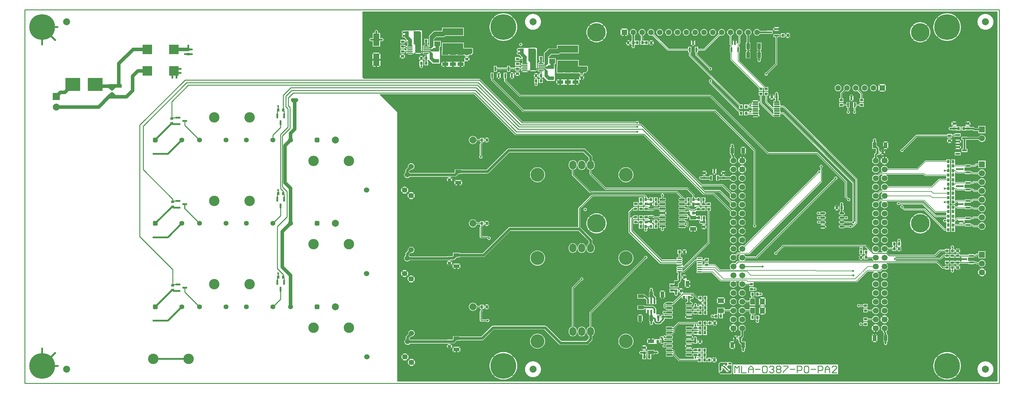
<source format=gtl>
G04 Layer_Physical_Order=1*
G04 Layer_Color=128*
%FSLAX43Y43*%
%MOMM*%
G71*
G01*
G75*
%ADD10R,2.700X2.700*%
%ADD11O,1.400X0.350*%
%ADD12R,6.000X2.000*%
%ADD13R,0.600X1.000*%
%ADD14R,0.600X1.350*%
%ADD15O,1.450X0.650*%
%ADD16R,1.340X1.800*%
%ADD17R,0.900X0.800*%
G04:AMPARAMS|DCode=18|XSize=0.45mm|YSize=1.6mm|CornerRadius=0.05mm|HoleSize=0mm|Usage=FLASHONLY|Rotation=90.000|XOffset=0mm|YOffset=0mm|HoleType=Round|Shape=RoundedRectangle|*
%AMROUNDEDRECTD18*
21,1,0.450,1.501,0,0,90.0*
21,1,0.351,1.600,0,0,90.0*
1,1,0.099,0.750,0.175*
1,1,0.099,0.750,-0.175*
1,1,0.099,-0.750,-0.175*
1,1,0.099,-0.750,0.175*
%
%ADD18ROUNDEDRECTD18*%
%ADD19R,4.240X3.810*%
%ADD20R,0.800X0.900*%
%ADD21R,1.800X3.550*%
%ADD22C,2.000*%
G04:AMPARAMS|DCode=23|XSize=0.65mm|YSize=1.65mm|CornerRadius=0.049mm|HoleSize=0mm|Usage=FLASHONLY|Rotation=270.000|XOffset=0mm|YOffset=0mm|HoleType=Round|Shape=RoundedRectangle|*
%AMROUNDEDRECTD23*
21,1,0.650,1.552,0,0,270.0*
21,1,0.552,1.650,0,0,270.0*
1,1,0.098,-0.776,-0.276*
1,1,0.098,-0.776,0.276*
1,1,0.098,0.776,0.276*
1,1,0.098,0.776,-0.276*
%
%ADD23ROUNDEDRECTD23*%
%ADD24R,1.700X1.000*%
%ADD25R,1.000X1.700*%
G04:AMPARAMS|DCode=26|XSize=0.3mm|YSize=1.55mm|CornerRadius=0.05mm|HoleSize=0mm|Usage=FLASHONLY|Rotation=90.000|XOffset=0mm|YOffset=0mm|HoleType=Round|Shape=RoundedRectangle|*
%AMROUNDEDRECTD26*
21,1,0.300,1.451,0,0,90.0*
21,1,0.201,1.550,0,0,90.0*
1,1,0.099,0.726,0.101*
1,1,0.099,0.726,-0.101*
1,1,0.099,-0.726,-0.101*
1,1,0.099,-0.726,0.101*
%
%ADD26ROUNDEDRECTD26*%
G04:AMPARAMS|DCode=27|XSize=1.73mm|YSize=1.9mm|CornerRadius=0.052mm|HoleSize=0mm|Usage=FLASHONLY|Rotation=0.000|XOffset=0mm|YOffset=0mm|HoleType=Round|Shape=RoundedRectangle|*
%AMROUNDEDRECTD27*
21,1,1.730,1.796,0,0,0.0*
21,1,1.626,1.900,0,0,0.0*
1,1,0.104,0.813,-0.898*
1,1,0.104,-0.813,-0.898*
1,1,0.104,-0.813,0.898*
1,1,0.104,0.813,0.898*
%
%ADD27ROUNDEDRECTD27*%
%ADD28R,1.350X0.600*%
%ADD29R,1.800X1.340*%
%ADD30C,0.750*%
%ADD31C,0.500*%
%ADD32C,0.250*%
%ADD33C,0.150*%
%ADD34C,1.000*%
%ADD35C,0.300*%
%ADD36C,0.200*%
%ADD37C,0.400*%
%ADD38C,0.254*%
%ADD39O,2.000X2.500*%
%ADD40C,3.000*%
%ADD41C,1.600*%
%ADD42R,1.600X1.600*%
%ADD43C,1.524*%
%ADD44C,7.400*%
%ADD45C,5.300*%
%ADD46C,1.700*%
%ADD47R,1.750X1.750*%
%ADD48C,1.750*%
%ADD49C,4.000*%
%ADD50R,2.000X2.000*%
%ADD51R,1.800X1.800*%
%ADD52C,1.800*%
%ADD53C,1.400*%
G04:AMPARAMS|DCode=54|XSize=1.4mm|YSize=1.4mm|CornerRadius=0.35mm|HoleSize=0mm|Usage=FLASHONLY|Rotation=0.000|XOffset=0mm|YOffset=0mm|HoleType=Round|Shape=RoundedRectangle|*
%AMROUNDEDRECTD54*
21,1,1.400,0.700,0,0,0.0*
21,1,0.700,1.400,0,0,0.0*
1,1,0.700,0.350,-0.350*
1,1,0.700,-0.350,-0.350*
1,1,0.700,-0.350,0.350*
1,1,0.700,0.350,0.350*
%
%ADD54ROUNDEDRECTD54*%
%ADD55C,0.600*%
G36*
X279500Y500D02*
X107000D01*
Y78000D01*
X101942Y83058D01*
X102009Y83220D01*
X129084D01*
X140802Y71502D01*
X140893Y71441D01*
X141000Y71420D01*
X177784D01*
X194902Y54302D01*
X194993Y54241D01*
X195100Y54220D01*
X197804D01*
X202678Y49345D01*
X202586Y49121D01*
X202551Y48860D01*
X202586Y48599D01*
X202686Y48356D01*
X202847Y48147D01*
X203056Y47986D01*
X203299Y47886D01*
X203560Y47851D01*
X203821Y47886D01*
X204064Y47986D01*
X204273Y48147D01*
X204433Y48356D01*
X204534Y48599D01*
X204569Y48860D01*
X204534Y49121D01*
X204433Y49364D01*
X204273Y49573D01*
X204064Y49733D01*
X203821Y49834D01*
X203560Y49869D01*
X203299Y49834D01*
X203075Y49742D01*
X198118Y54698D01*
X198027Y54759D01*
X197920Y54780D01*
X195296D01*
X195245Y54845D01*
X195331Y55020D01*
X199544D01*
X202678Y51885D01*
X202586Y51661D01*
X202551Y51400D01*
X202586Y51139D01*
X202686Y50896D01*
X202847Y50687D01*
X203056Y50527D01*
X203299Y50426D01*
X203560Y50391D01*
X203821Y50426D01*
X204064Y50527D01*
X204273Y50687D01*
X204433Y50896D01*
X204534Y51139D01*
X204569Y51400D01*
X204534Y51661D01*
X204433Y51904D01*
X204273Y52113D01*
X204064Y52273D01*
X203821Y52374D01*
X203560Y52409D01*
X203299Y52374D01*
X203075Y52282D01*
X199858Y55498D01*
X199767Y55559D01*
X199660Y55580D01*
X195316D01*
X194344Y56552D01*
X194381Y56662D01*
X194424Y56720D01*
X200384D01*
X202678Y54425D01*
X202586Y54201D01*
X202551Y53940D01*
X202586Y53679D01*
X202686Y53436D01*
X202847Y53227D01*
X203056Y53067D01*
X203299Y52966D01*
X203560Y52931D01*
X203821Y52966D01*
X204064Y53067D01*
X204273Y53227D01*
X204433Y53436D01*
X204534Y53679D01*
X204569Y53940D01*
X204534Y54201D01*
X204433Y54444D01*
X204273Y54653D01*
X204064Y54813D01*
X203821Y54914D01*
X203560Y54949D01*
X203299Y54914D01*
X203075Y54821D01*
X200698Y57198D01*
X200607Y57259D01*
X200500Y57280D01*
X194516D01*
X177198Y74598D01*
X177107Y74659D01*
X177000Y74680D01*
X176522D01*
X176430Y74855D01*
X176458Y75000D01*
X176424Y75175D01*
X176324Y75324D01*
X176175Y75424D01*
X176000Y75459D01*
X175824Y75424D01*
X175675Y75324D01*
X175646Y75280D01*
X143016D01*
X130798Y87498D01*
X130707Y87559D01*
X130600Y87580D01*
X97420D01*
X97000Y88000D01*
Y107000D01*
X279500D01*
Y500D01*
D02*
G37*
%LPC*%
G36*
X268000Y33170D02*
X267476Y32646D01*
X268524D01*
X268000Y33170D01*
D02*
G37*
G36*
X275000Y33059D02*
X274705Y33020D01*
X274431Y32906D01*
X274296Y32803D01*
X275000Y32100D01*
X275704Y32803D01*
X275569Y32906D01*
X275295Y33020D01*
X275000Y33059D01*
D02*
G37*
G36*
X267100Y33850D02*
X265900D01*
Y32750D01*
X266065D01*
X266079Y32734D01*
X266143Y32575D01*
X266076Y32476D01*
X266041Y32300D01*
X266076Y32124D01*
X266176Y31976D01*
X266324Y31876D01*
X266500Y31841D01*
X266676Y31876D01*
X266824Y31976D01*
X266924Y32124D01*
X266959Y32300D01*
X266924Y32476D01*
X266857Y32575D01*
X266921Y32734D01*
X266935Y32750D01*
X267100D01*
Y33850D01*
D02*
G37*
G36*
X268704Y33774D02*
X268230Y33300D01*
X268704Y32826D01*
Y33774D01*
D02*
G37*
G36*
X125104Y34274D02*
X124530Y33700D01*
X125104Y33126D01*
Y34274D01*
D02*
G37*
G36*
X124924Y34454D02*
X123076D01*
X123740Y33790D01*
X123650Y33700D01*
X123740Y33610D01*
X123076Y32946D01*
X124924D01*
X124260Y33610D01*
X124350Y33700D01*
X124260Y33790D01*
X124924Y34454D01*
D02*
G37*
G36*
X267296Y33774D02*
Y32826D01*
X267770Y33300D01*
X267296Y33774D01*
D02*
G37*
G36*
X109120Y32595D02*
X108855Y32560D01*
X108608Y32457D01*
X108497Y32373D01*
X109120Y31750D01*
X109743Y32373D01*
X109632Y32457D01*
X109385Y32560D01*
X109120Y32595D01*
D02*
G37*
G36*
X109923Y32193D02*
X109300Y31570D01*
X109923Y30947D01*
X110007Y31058D01*
X110110Y31305D01*
X110145Y31570D01*
X110110Y31835D01*
X110007Y32082D01*
X109923Y32193D01*
D02*
G37*
G36*
X275000Y31740D02*
X274296Y31037D01*
X274431Y30934D01*
X274705Y30820D01*
X275000Y30781D01*
X275295Y30820D01*
X275569Y30934D01*
X275704Y31037D01*
X275000Y31740D01*
D02*
G37*
G36*
X189974Y31204D02*
X189026D01*
X189500Y30730D01*
X189974Y31204D01*
D02*
G37*
G36*
X108317Y32193D02*
X108233Y32082D01*
X108130Y31835D01*
X108095Y31570D01*
X108130Y31305D01*
X108233Y31058D01*
X108317Y30947D01*
X108940Y31570D01*
X108317Y32193D01*
D02*
G37*
G36*
X109120Y31390D02*
X108497Y30767D01*
X108608Y30683D01*
X108855Y30580D01*
X109120Y30545D01*
X109385Y30580D01*
X109632Y30683D01*
X109743Y30767D01*
X109120Y31390D01*
D02*
G37*
G36*
X275883Y32624D02*
X275180Y31920D01*
X275883Y31216D01*
X275986Y31351D01*
X276100Y31625D01*
X276139Y31920D01*
X276100Y32215D01*
X275986Y32489D01*
X275883Y32624D01*
D02*
G37*
G36*
X274117Y32624D02*
X274014Y32489D01*
X273900Y32215D01*
X273861Y31920D01*
X273900Y31625D01*
X274014Y31351D01*
X274117Y31216D01*
X274820Y31920D01*
X274117Y32624D01*
D02*
G37*
G36*
X122896Y34274D02*
Y33126D01*
X123470Y33700D01*
X122896Y34274D01*
D02*
G37*
G36*
X240954Y36724D02*
X240430Y36200D01*
X240954Y35676D01*
Y36724D01*
D02*
G37*
G36*
X239646Y36724D02*
Y35676D01*
X240170Y36200D01*
X239646Y36724D01*
D02*
G37*
G36*
X122524Y35254D02*
X121476D01*
X122000Y34730D01*
X122524Y35254D01*
D02*
G37*
G36*
X240300Y35970D02*
X239826Y35496D01*
X240774D01*
X240300Y35970D01*
D02*
G37*
G36*
X240774Y36904D02*
X239826D01*
X240300Y36430D01*
X240774Y36904D01*
D02*
G37*
G36*
X189500Y37570D02*
X189026Y37096D01*
X189974D01*
X189500Y37570D01*
D02*
G37*
G36*
X178400Y36659D02*
X178224Y36624D01*
X178076Y36524D01*
X177976Y36376D01*
X177941Y36200D01*
X177952Y36148D01*
X162352Y20548D01*
X162291Y20457D01*
X162270Y20350D01*
Y16273D01*
X162250Y16270D01*
X161970Y16155D01*
X161730Y15970D01*
X161545Y15730D01*
X161430Y15450D01*
X161390Y15150D01*
Y14650D01*
X161430Y14350D01*
X161545Y14070D01*
X161730Y13830D01*
X161970Y13645D01*
X162015Y13627D01*
Y12872D01*
X161278Y12135D01*
X154122D01*
X149878Y16378D01*
X149705Y16495D01*
X149500Y16535D01*
X134500D01*
X134295Y16495D01*
X134122Y16378D01*
X131178Y13435D01*
X125000D01*
Y13550D01*
X123000D01*
Y12657D01*
X122878Y12535D01*
X122600D01*
Y12550D01*
X121400D01*
Y12505D01*
X110719D01*
X110630Y12620D01*
X110515Y12709D01*
Y13038D01*
X110956Y13479D01*
X111100Y13460D01*
X111338Y13491D01*
X111560Y13583D01*
X111750Y13730D01*
X111897Y13920D01*
X111989Y14142D01*
X112020Y14380D01*
X111989Y14618D01*
X111897Y14840D01*
X111750Y15030D01*
X111560Y15177D01*
X111338Y15269D01*
X111100Y15300D01*
X110862Y15269D01*
X110640Y15177D01*
X110450Y15030D01*
X110303Y14840D01*
X110211Y14618D01*
X110180Y14380D01*
X110199Y14236D01*
X109601Y13639D01*
X109485Y13465D01*
X109445Y13260D01*
Y12709D01*
X109330Y12620D01*
X109183Y12430D01*
X109091Y12208D01*
X109060Y11970D01*
X109091Y11732D01*
X109183Y11510D01*
X109330Y11320D01*
X109520Y11173D01*
X109742Y11081D01*
X109980Y11050D01*
X110218Y11081D01*
X110440Y11173D01*
X110630Y11320D01*
X110719Y11435D01*
X121970D01*
X122047Y11450D01*
X122600D01*
Y11465D01*
X123100D01*
X123305Y11505D01*
X123479Y11622D01*
X124107Y12250D01*
X125000D01*
Y12365D01*
X131400D01*
X131605Y12405D01*
X131779Y12521D01*
X134722Y15465D01*
X149278D01*
X153521Y11222D01*
X153695Y11105D01*
X153900Y11065D01*
X161500D01*
X161705Y11105D01*
X161878Y11222D01*
X162929Y12271D01*
X163045Y12445D01*
X163085Y12650D01*
Y13627D01*
X163130Y13645D01*
X163370Y13830D01*
X163555Y14070D01*
X163670Y14350D01*
X163710Y14650D01*
Y15150D01*
X163670Y15450D01*
X163555Y15730D01*
X163370Y15970D01*
X163130Y16155D01*
X162850Y16270D01*
X162830Y16273D01*
Y20234D01*
X178348Y35752D01*
X178400Y35741D01*
X178576Y35776D01*
X178724Y35876D01*
X178824Y36024D01*
X178859Y36200D01*
X178824Y36376D01*
X178724Y36524D01*
X178576Y36624D01*
X178400Y36659D01*
D02*
G37*
G36*
X240300Y36250D02*
X240250Y36200D01*
X240300Y36150D01*
X240350Y36200D01*
X240300Y36250D01*
D02*
G37*
G36*
X147300Y38160D02*
X146879Y38119D01*
X146473Y37996D01*
X146100Y37796D01*
X145772Y37528D01*
X145504Y37200D01*
X145304Y36827D01*
X145181Y36421D01*
X145140Y36000D01*
X145181Y35579D01*
X145304Y35173D01*
X145504Y34800D01*
X145772Y34472D01*
X146100Y34204D01*
X146473Y34004D01*
X146879Y33881D01*
X147300Y33840D01*
X147721Y33881D01*
X148127Y34004D01*
X148500Y34204D01*
X148828Y34472D01*
X149096Y34800D01*
X149296Y35173D01*
X149419Y35579D01*
X149460Y36000D01*
X149419Y36421D01*
X149296Y36827D01*
X149096Y37200D01*
X148828Y37528D01*
X148500Y37796D01*
X148127Y37996D01*
X147721Y38119D01*
X147300Y38160D01*
D02*
G37*
G36*
X172700D02*
X172279Y38119D01*
X171873Y37996D01*
X171500Y37796D01*
X171172Y37528D01*
X170904Y37200D01*
X170704Y36827D01*
X170581Y36421D01*
X170540Y36000D01*
X170581Y35579D01*
X170704Y35173D01*
X170904Y34800D01*
X171172Y34472D01*
X171500Y34204D01*
X171873Y34004D01*
X172279Y33881D01*
X172700Y33840D01*
X173121Y33881D01*
X173527Y34004D01*
X173900Y34204D01*
X174228Y34472D01*
X174496Y34800D01*
X174696Y35173D01*
X174819Y35579D01*
X174860Y36000D01*
X174819Y36421D01*
X174696Y36827D01*
X174496Y37200D01*
X174228Y37528D01*
X173900Y37796D01*
X173527Y37996D01*
X173121Y38119D01*
X172700Y38160D01*
D02*
G37*
G36*
X268000Y33350D02*
X267950Y33300D01*
X268000Y33250D01*
X268050Y33300D01*
X268000Y33350D01*
D02*
G37*
G36*
X268524Y33954D02*
X267476D01*
X268000Y33430D01*
X268524Y33954D01*
D02*
G37*
G36*
X121296Y35074D02*
Y34126D01*
X121770Y34600D01*
X121296Y35074D01*
D02*
G37*
G36*
X122000Y34650D02*
X121950Y34600D01*
X122000Y34550D01*
X122050Y34600D01*
X122000Y34650D01*
D02*
G37*
G36*
Y34470D02*
X121476Y33946D01*
X122524D01*
X122000Y34470D01*
D02*
G37*
G36*
X122704Y35074D02*
X122230Y34600D01*
X122704Y34126D01*
Y35074D01*
D02*
G37*
G36*
X206100Y27009D02*
X205839Y26974D01*
X205596Y26873D01*
X205387Y26713D01*
X205227Y26504D01*
X205126Y26261D01*
X205091Y26000D01*
X205126Y25739D01*
X205227Y25496D01*
X205387Y25287D01*
X205596Y25126D01*
X205839Y25026D01*
X206100Y24991D01*
X206361Y25026D01*
X206604Y25126D01*
X206813Y25287D01*
X206973Y25496D01*
X207074Y25739D01*
X207109Y26000D01*
X207074Y26261D01*
X206973Y26504D01*
X206813Y26713D01*
X206604Y26873D01*
X206361Y26974D01*
X206100Y27009D01*
D02*
G37*
G36*
X244460D02*
X244199Y26974D01*
X243956Y26873D01*
X243747Y26713D01*
X243587Y26504D01*
X243486Y26261D01*
X243451Y26000D01*
X243486Y25739D01*
X243587Y25496D01*
X243747Y25287D01*
X243956Y25126D01*
X244199Y25026D01*
X244460Y24991D01*
X244721Y25026D01*
X244964Y25126D01*
X245173Y25287D01*
X245333Y25496D01*
X245434Y25739D01*
X245469Y26000D01*
X245434Y26261D01*
X245333Y26504D01*
X245173Y26713D01*
X244964Y26873D01*
X244721Y26974D01*
X244460Y27009D01*
D02*
G37*
G36*
X180000Y27459D02*
X179824Y27424D01*
X179676Y27324D01*
X179576Y27176D01*
X179541Y27000D01*
X179576Y26824D01*
X179592Y26800D01*
Y26500D01*
X179350D01*
Y24674D01*
X179175Y24602D01*
X178488Y25288D01*
X178356Y25377D01*
X178200Y25408D01*
X178200Y25408D01*
X178000D01*
Y25650D01*
X176000D01*
Y24350D01*
X178000D01*
Y24376D01*
X178175Y24448D01*
X178600Y24023D01*
Y22725D01*
X179375D01*
X179500Y22725D01*
X179675Y22725D01*
X180450D01*
Y22725D01*
X180500D01*
Y22725D01*
X181400D01*
Y24025D01*
X181358D01*
Y24550D01*
X181358Y24550D01*
X181327Y24706D01*
X181238Y24838D01*
X180650Y25427D01*
Y26500D01*
X180408D01*
Y26800D01*
X180424Y26824D01*
X180459Y27000D01*
X180424Y27176D01*
X180324Y27324D01*
X180176Y27424D01*
X180000Y27459D01*
D02*
G37*
G36*
X203560Y27009D02*
X203299Y26974D01*
X203056Y26873D01*
X202847Y26713D01*
X202686Y26504D01*
X202586Y26261D01*
X202551Y26000D01*
X202586Y25739D01*
X202686Y25496D01*
X202847Y25287D01*
X203056Y25126D01*
X203299Y25026D01*
X203560Y24991D01*
X203821Y25026D01*
X204064Y25126D01*
X204273Y25287D01*
X204433Y25496D01*
X204534Y25739D01*
X204569Y26000D01*
X204534Y26261D01*
X204433Y26504D01*
X204273Y26713D01*
X204064Y26873D01*
X203821Y26974D01*
X203560Y27009D01*
D02*
G37*
G36*
X211050Y26200D02*
X209950D01*
Y25000D01*
X211050D01*
Y25165D01*
X211066Y25179D01*
X211225Y25243D01*
X211324Y25176D01*
X211500Y25141D01*
X211676Y25176D01*
X211824Y25276D01*
X211924Y25424D01*
X211959Y25600D01*
X211924Y25776D01*
X211824Y25924D01*
X211676Y26024D01*
X211500Y26059D01*
X211324Y26024D01*
X211225Y25957D01*
X211066Y26021D01*
X211050Y26035D01*
Y26200D01*
D02*
G37*
G36*
X183954Y26424D02*
X183290Y25760D01*
X183200Y25850D01*
X183110Y25760D01*
X182446Y26424D01*
Y24576D01*
X183110Y25240D01*
X183200Y25150D01*
X183290Y25240D01*
X183954Y24576D01*
Y26424D01*
D02*
G37*
G36*
X247000Y27009D02*
X246739Y26974D01*
X246496Y26873D01*
X246287Y26713D01*
X246126Y26504D01*
X246026Y26261D01*
X245991Y26000D01*
X246026Y25739D01*
X246126Y25496D01*
X246287Y25287D01*
X246496Y25126D01*
X246739Y25026D01*
X247000Y24991D01*
X247261Y25026D01*
X247504Y25126D01*
X247713Y25287D01*
X247873Y25496D01*
X247974Y25739D01*
X248009Y26000D01*
X247974Y26261D01*
X247873Y26504D01*
X247713Y26713D01*
X247504Y26873D01*
X247261Y26974D01*
X247000Y27009D01*
D02*
G37*
G36*
X186400Y27250D02*
Y27250D01*
X186396Y27250D01*
X185200D01*
Y26150D01*
X186400D01*
Y26150D01*
X186550Y26090D01*
Y26000D01*
X186692D01*
Y25800D01*
X186676Y25776D01*
X186641Y25600D01*
X186676Y25424D01*
X186776Y25276D01*
X186924Y25176D01*
X187100Y25141D01*
X187276Y25176D01*
X187424Y25276D01*
X187524Y25424D01*
X187559Y25600D01*
X187524Y25776D01*
X187508Y25800D01*
Y26000D01*
X187650D01*
Y27200D01*
X186550D01*
Y27200D01*
X186400Y27250D01*
D02*
G37*
G36*
X194100Y23150D02*
X194050Y23100D01*
X194100Y23050D01*
X194150Y23100D01*
X194100Y23150D01*
D02*
G37*
G36*
X212854Y24474D02*
X212020Y23640D01*
X211930Y23730D01*
X211840Y23640D01*
X211006Y24474D01*
Y22526D01*
X211840Y23360D01*
X211930Y23270D01*
X212020Y23360D01*
X212854Y22526D01*
Y24474D01*
D02*
G37*
G36*
X198846Y24474D02*
Y22986D01*
X199590Y23730D01*
X198846Y24474D01*
D02*
G37*
G36*
X201154Y24474D02*
X200410Y23730D01*
X201154Y22986D01*
Y24474D01*
D02*
G37*
G36*
X189400Y24470D02*
X188926Y23996D01*
X189874D01*
X189400Y24470D01*
D02*
G37*
G36*
X183200Y24970D02*
X182626Y24396D01*
X183774D01*
X183200Y24970D01*
D02*
G37*
G36*
X209650Y26200D02*
X208550D01*
Y25000D01*
X208790D01*
Y24550D01*
X208250D01*
Y23740D01*
X207066D01*
X206973Y23964D01*
X206813Y24173D01*
X206604Y24333D01*
X206361Y24434D01*
X206100Y24469D01*
X205839Y24434D01*
X205596Y24333D01*
X205387Y24173D01*
X205227Y23964D01*
X205126Y23721D01*
X205091Y23460D01*
X205126Y23199D01*
X205227Y22956D01*
X205387Y22747D01*
X205596Y22587D01*
X205839Y22486D01*
X206100Y22451D01*
X206361Y22486D01*
X206604Y22587D01*
X206813Y22747D01*
X206973Y22956D01*
X207066Y23180D01*
X208250D01*
Y22450D01*
X209890D01*
Y24550D01*
X209350D01*
Y25000D01*
X209650D01*
Y26200D01*
D02*
G37*
G36*
X212674Y24654D02*
X211186D01*
X211930Y23910D01*
X212674Y24654D01*
D02*
G37*
G36*
X110197Y30623D02*
X110113Y30512D01*
X110010Y30265D01*
X109975Y30000D01*
X110010Y29735D01*
X110113Y29488D01*
X110197Y29377D01*
X110820Y30000D01*
X110197Y30623D01*
D02*
G37*
G36*
X160000Y30459D02*
X159824Y30424D01*
X159676Y30324D01*
X159576Y30176D01*
X159541Y30000D01*
X159552Y29948D01*
X157252Y27648D01*
X157191Y27557D01*
X157170Y27450D01*
Y16273D01*
X157150Y16270D01*
X156870Y16155D01*
X156630Y15970D01*
X156445Y15730D01*
X156330Y15450D01*
X156290Y15150D01*
Y14650D01*
X156330Y14350D01*
X156445Y14070D01*
X156630Y13830D01*
X156870Y13645D01*
X157150Y13530D01*
X157450Y13490D01*
X157750Y13530D01*
X158030Y13645D01*
X158270Y13830D01*
X158455Y14070D01*
X158570Y14350D01*
X158610Y14650D01*
Y15150D01*
X158570Y15450D01*
X158455Y15730D01*
X158270Y15970D01*
X158030Y16155D01*
X157750Y16270D01*
X157730Y16273D01*
Y27334D01*
X159948Y29552D01*
X160000Y29541D01*
X160176Y29576D01*
X160324Y29676D01*
X160424Y29824D01*
X160459Y30000D01*
X160424Y30176D01*
X160324Y30324D01*
X160176Y30424D01*
X160000Y30459D01*
D02*
G37*
G36*
X111000Y29820D02*
X110377Y29197D01*
X110488Y29113D01*
X110735Y29010D01*
X111000Y28975D01*
X111265Y29010D01*
X111512Y29113D01*
X111623Y29197D01*
X111000Y29820D01*
D02*
G37*
G36*
X111803Y30623D02*
X111180Y30000D01*
X111803Y29377D01*
X111887Y29488D01*
X111990Y29735D01*
X112025Y30000D01*
X111990Y30265D01*
X111887Y30512D01*
X111803Y30623D01*
D02*
G37*
G36*
X111000Y31025D02*
X110735Y30990D01*
X110488Y30887D01*
X110377Y30803D01*
X111000Y30180D01*
X111623Y30803D01*
X111512Y30887D01*
X111265Y30990D01*
X111000Y31025D01*
D02*
G37*
G36*
X190154Y31024D02*
X189590Y30460D01*
X189500Y30550D01*
X189450Y30500D01*
X189590Y30360D01*
X189026Y29796D01*
X189509D01*
X189646Y29704D01*
X189646Y29621D01*
Y27676D01*
X190310Y28340D01*
X190400Y28250D01*
X190490Y28340D01*
X191154Y27676D01*
Y29524D01*
X190490Y28860D01*
X190310Y29040D01*
X190974Y29704D01*
X190291D01*
X190154Y29796D01*
X190154Y29879D01*
Y31024D01*
D02*
G37*
G36*
X188846Y31024D02*
Y29976D01*
X189370Y30500D01*
X188846Y31024D01*
D02*
G37*
G36*
X247000Y32089D02*
X246739Y32054D01*
X246496Y31953D01*
X246287Y31793D01*
X246126Y31584D01*
X246026Y31341D01*
X245991Y31080D01*
X246026Y30819D01*
X246126Y30576D01*
X246287Y30367D01*
X246496Y30206D01*
X246739Y30106D01*
X247000Y30071D01*
X247261Y30106D01*
X247504Y30206D01*
X247713Y30367D01*
X247873Y30576D01*
X247974Y30819D01*
X248009Y31080D01*
X247974Y31341D01*
X247873Y31584D01*
X247713Y31793D01*
X247504Y31953D01*
X247261Y32054D01*
X247000Y32089D01*
D02*
G37*
G36*
X189154Y27124D02*
X188590Y26560D01*
X188500Y26650D01*
X188450Y26600D01*
X188590Y26460D01*
X188026Y25896D01*
X188571D01*
X188638Y25734D01*
X186274Y23371D01*
X186095Y23325D01*
X186029Y23368D01*
X185951Y23384D01*
X184399D01*
X184321Y23368D01*
X184255Y23325D01*
X184212Y23259D01*
X184197Y23185D01*
X184005D01*
X183898Y23164D01*
X183807Y23103D01*
X183602Y22898D01*
X183541Y22807D01*
X183520Y22700D01*
Y21900D01*
X183541Y21793D01*
X183602Y21702D01*
X183867Y21437D01*
X183958Y21376D01*
X184065Y21355D01*
X184197D01*
X184212Y21281D01*
X184255Y21215D01*
X184321Y21172D01*
X184399Y21156D01*
X185951D01*
X186029Y21172D01*
X186095Y21215D01*
X186138Y21281D01*
X186154Y21359D01*
Y21911D01*
X186138Y21989D01*
X186095Y22055D01*
X186029Y22098D01*
X185951Y22114D01*
X184399D01*
X184321Y22098D01*
X184255Y22055D01*
X184255Y22054D01*
X184080Y22108D01*
Y22432D01*
X184255Y22486D01*
X184255Y22485D01*
X184321Y22442D01*
X184399Y22426D01*
X185951D01*
X186029Y22442D01*
X186095Y22485D01*
X186138Y22551D01*
X186152Y22620D01*
X186200D01*
X186307Y22641D01*
X186398Y22702D01*
X188584Y24888D01*
X188746Y24821D01*
Y24176D01*
X189310Y24740D01*
X189400Y24650D01*
X189490Y24740D01*
X190054Y24176D01*
Y25245D01*
X190075Y25254D01*
X190083Y25254D01*
X190250Y25139D01*
Y24100D01*
X190392D01*
Y23384D01*
X190049D01*
X189971Y23368D01*
X189905Y23325D01*
X189862Y23259D01*
X189846Y23181D01*
Y22629D01*
X189862Y22551D01*
X189905Y22485D01*
X189971Y22442D01*
X190049Y22426D01*
X191601D01*
X191679Y22442D01*
X191745Y22485D01*
X191788Y22551D01*
X191804Y22629D01*
Y23181D01*
X191788Y23259D01*
X191745Y23325D01*
X191679Y23368D01*
X191601Y23384D01*
X191208D01*
Y24100D01*
X191350D01*
Y24226D01*
X191524Y24276D01*
X191700Y24241D01*
X191876Y24276D01*
X192024Y24376D01*
X192124Y24524D01*
X192159Y24700D01*
X192124Y24876D01*
X192024Y25024D01*
X191876Y25124D01*
X191700Y25159D01*
X191582Y25135D01*
X191408Y25240D01*
X191403Y25275D01*
X191535Y25420D01*
X191984D01*
X193102Y24302D01*
X193193Y24241D01*
X193300Y24220D01*
X193426D01*
X193550Y24096D01*
X193550Y23936D01*
X193525Y23904D01*
X194100Y23330D01*
X194675Y23904D01*
X194650Y23936D01*
X194650Y23979D01*
Y25100D01*
X193550D01*
Y24880D01*
X193375Y24822D01*
X192298Y25898D01*
X192207Y25959D01*
X192100Y25980D01*
X189154D01*
Y27124D01*
D02*
G37*
G36*
X209400Y27650D02*
X208200D01*
Y26550D01*
X209400D01*
Y26616D01*
X209575Y26709D01*
X209624Y26676D01*
X209800Y26641D01*
X209976Y26676D01*
X210124Y26776D01*
X210224Y26924D01*
X210259Y27100D01*
X210224Y27276D01*
X210124Y27424D01*
X209976Y27524D01*
X209800Y27559D01*
X209624Y27524D01*
X209575Y27491D01*
X209400Y27584D01*
Y27650D01*
D02*
G37*
G36*
X183774Y26604D02*
X182626D01*
X183200Y26030D01*
X183774Y26604D01*
D02*
G37*
G36*
X187846Y27124D02*
Y26076D01*
X188370Y26600D01*
X187846Y27124D01*
D02*
G37*
G36*
X244460Y29549D02*
X244199Y29514D01*
X243956Y29413D01*
X243747Y29253D01*
X243587Y29044D01*
X243486Y28801D01*
X243451Y28540D01*
X243486Y28279D01*
X243587Y28036D01*
X243747Y27827D01*
X243956Y27667D01*
X244199Y27566D01*
X244460Y27531D01*
X244721Y27566D01*
X244964Y27667D01*
X245173Y27827D01*
X245333Y28036D01*
X245434Y28279D01*
X245469Y28540D01*
X245434Y28801D01*
X245333Y29044D01*
X245173Y29253D01*
X244964Y29413D01*
X244721Y29514D01*
X244460Y29549D01*
D02*
G37*
G36*
X247000D02*
X246739Y29514D01*
X246496Y29413D01*
X246287Y29253D01*
X246126Y29044D01*
X246026Y28801D01*
X245991Y28540D01*
X246026Y28279D01*
X246126Y28036D01*
X246287Y27827D01*
X246496Y27667D01*
X246739Y27566D01*
X247000Y27531D01*
X247261Y27566D01*
X247504Y27667D01*
X247713Y27827D01*
X247873Y28036D01*
X247974Y28279D01*
X248009Y28540D01*
X247974Y28801D01*
X247873Y29044D01*
X247713Y29253D01*
X247504Y29413D01*
X247261Y29514D01*
X247000Y29549D01*
D02*
G37*
G36*
X188974Y27304D02*
X188026D01*
X188500Y26830D01*
X188974Y27304D01*
D02*
G37*
G36*
X190400Y28070D02*
X189826Y27496D01*
X190974D01*
X190400Y28070D01*
D02*
G37*
G36*
X190154Y38324D02*
X189630Y37800D01*
X190154Y37276D01*
Y38324D01*
D02*
G37*
G36*
X134700Y89350D02*
X133800D01*
Y87700D01*
X133970D01*
Y87350D01*
X133991Y87243D01*
X134052Y87152D01*
X143002Y78202D01*
X143093Y78141D01*
X143200Y78120D01*
X198184D01*
X209420Y66884D01*
Y45654D01*
X209376Y45624D01*
X209276Y45476D01*
X209241Y45300D01*
X209276Y45124D01*
X209376Y44976D01*
X209524Y44876D01*
X209700Y44841D01*
X209876Y44876D01*
X210024Y44976D01*
X210124Y45124D01*
X210159Y45300D01*
X210124Y45476D01*
X210024Y45624D01*
X209980Y45654D01*
Y67000D01*
X209959Y67107D01*
X209898Y67198D01*
X198498Y78598D01*
X198407Y78659D01*
X198300Y78680D01*
X143316D01*
X134530Y87466D01*
Y87700D01*
X134700D01*
Y89350D01*
D02*
G37*
G36*
X195100Y45050D02*
X195050Y45000D01*
X195100Y44950D01*
X195150Y45000D01*
X195100Y45050D01*
D02*
G37*
G36*
X230164Y45405D02*
X229855Y45095D01*
X230164Y44785D01*
X230220Y44869D01*
X230265Y45095D01*
X230220Y45321D01*
X230164Y45405D01*
D02*
G37*
G36*
X228386Y45405D02*
X228330Y45321D01*
X228285Y45095D01*
X228330Y44869D01*
X228386Y44785D01*
X228695Y45095D01*
X228386Y45405D01*
D02*
G37*
G36*
X203560Y47329D02*
X203299Y47294D01*
X203056Y47193D01*
X202847Y47033D01*
X202686Y46824D01*
X202586Y46581D01*
X202551Y46320D01*
X202586Y46059D01*
X202686Y45816D01*
X202847Y45607D01*
X203056Y45446D01*
X203299Y45346D01*
X203560Y45311D01*
X203821Y45346D01*
X204064Y45446D01*
X204273Y45607D01*
X204433Y45816D01*
X204534Y46059D01*
X204569Y46320D01*
X204534Y46581D01*
X204433Y46824D01*
X204273Y47033D01*
X204064Y47193D01*
X203821Y47294D01*
X203560Y47329D01*
D02*
G37*
G36*
X206100D02*
X205839Y47294D01*
X205596Y47193D01*
X205387Y47033D01*
X205227Y46824D01*
X205126Y46581D01*
X205091Y46320D01*
X205126Y46059D01*
X205227Y45816D01*
X205387Y45607D01*
X205596Y45446D01*
X205839Y45346D01*
X206100Y45311D01*
X206361Y45346D01*
X206604Y45446D01*
X206813Y45607D01*
X206973Y45816D01*
X207074Y46059D01*
X207109Y46320D01*
X207074Y46581D01*
X206973Y46824D01*
X206813Y47033D01*
X206604Y47193D01*
X206361Y47294D01*
X206100Y47329D01*
D02*
G37*
G36*
X195624Y45654D02*
X194576D01*
X195100Y45130D01*
X195624Y45654D01*
D02*
G37*
G36*
X132700Y45770D02*
X132226Y45296D01*
X133174D01*
X132700Y45770D01*
D02*
G37*
G36*
X166393Y47963D02*
X164430Y46000D01*
X166393Y44037D01*
X166607Y44288D01*
X166845Y44678D01*
X167020Y45100D01*
X167127Y45544D01*
X167163Y46000D01*
X167127Y46456D01*
X167020Y46900D01*
X166845Y47322D01*
X166607Y47712D01*
X166393Y47963D01*
D02*
G37*
G36*
X259413D02*
X257450Y46000D01*
X259413Y44037D01*
X259627Y44288D01*
X259865Y44678D01*
X260040Y45100D01*
X260147Y45544D01*
X260183Y46000D01*
X260147Y46456D01*
X260040Y46900D01*
X259865Y47322D01*
X259627Y47712D01*
X259413Y47963D01*
D02*
G37*
G36*
X162107D02*
X161893Y47712D01*
X161655Y47322D01*
X161480Y46900D01*
X161373Y46456D01*
X161337Y46000D01*
X161373Y45544D01*
X161480Y45100D01*
X161655Y44678D01*
X161893Y44288D01*
X162107Y44037D01*
X164070Y46000D01*
X162107Y47963D01*
D02*
G37*
G36*
X255127D02*
X254913Y47712D01*
X254674Y47322D01*
X254500Y46900D01*
X254393Y46456D01*
X254357Y46000D01*
X254393Y45544D01*
X254500Y45100D01*
X254674Y44678D01*
X254913Y44288D01*
X255127Y44037D01*
X257090Y46000D01*
X255127Y47963D01*
D02*
G37*
G36*
X195804Y45474D02*
X195330Y45000D01*
X195804Y44526D01*
Y45474D01*
D02*
G37*
G36*
X194396Y45474D02*
Y44526D01*
X194870Y45000D01*
X194396Y45474D01*
D02*
G37*
G36*
X195100Y44870D02*
X194576Y44346D01*
X195624D01*
X195100Y44870D01*
D02*
G37*
G36*
X229675Y45685D02*
X228875D01*
X228649Y45640D01*
X228565Y45584D01*
X228965Y45185D01*
X228875Y45095D01*
X228965Y45005D01*
X228565Y44606D01*
X228649Y44550D01*
X228875Y44505D01*
X229675D01*
X229901Y44550D01*
X229985Y44606D01*
X229585Y45005D01*
X229675Y45095D01*
X229585Y45185D01*
X229985Y45584D01*
X229901Y45640D01*
X229675Y45685D01*
D02*
G37*
G36*
X133174Y46704D02*
X132226D01*
X132700Y46230D01*
X133174Y46704D01*
D02*
G37*
G36*
X177600Y46950D02*
X176400D01*
Y46680D01*
X176100D01*
Y46950D01*
X174900D01*
Y45850D01*
X176100D01*
Y46120D01*
X176400D01*
Y45854D01*
X176400Y45850D01*
X176400D01*
X176450Y45700D01*
X176450Y45700D01*
Y44500D01*
X177550D01*
Y45700D01*
X177550Y45700D01*
X177600Y45850D01*
X177600D01*
X177600Y45854D01*
Y46950D01*
D02*
G37*
G36*
X164250Y48913D02*
X163794Y48877D01*
X163350Y48770D01*
X162928Y48595D01*
X162538Y48357D01*
X162287Y48143D01*
X164250Y46180D01*
X166213Y48143D01*
X165962Y48357D01*
X165572Y48595D01*
X165150Y48770D01*
X164706Y48877D01*
X164250Y48913D01*
D02*
G37*
G36*
X257270D02*
X256814Y48877D01*
X256370Y48770D01*
X255948Y48595D01*
X255558Y48357D01*
X255307Y48143D01*
X257270Y46180D01*
X259233Y48143D01*
X258982Y48357D01*
X258592Y48595D01*
X258170Y48770D01*
X257726Y48877D01*
X257270Y48913D01*
D02*
G37*
G36*
X206100Y49869D02*
X205839Y49834D01*
X205596Y49733D01*
X205387Y49573D01*
X205227Y49364D01*
X205126Y49121D01*
X205091Y48860D01*
X205126Y48599D01*
X205227Y48356D01*
X205387Y48147D01*
X205596Y47986D01*
X205839Y47886D01*
X206100Y47851D01*
X206361Y47886D01*
X206604Y47986D01*
X206813Y48147D01*
X206973Y48356D01*
X207074Y48599D01*
X207109Y48860D01*
X207074Y49121D01*
X206973Y49364D01*
X206813Y49573D01*
X206604Y49733D01*
X206361Y49834D01*
X206100Y49869D01*
D02*
G37*
G36*
X244460D02*
X244199Y49834D01*
X243956Y49733D01*
X243747Y49573D01*
X243587Y49364D01*
X243486Y49121D01*
X243451Y48860D01*
X243486Y48599D01*
X243587Y48356D01*
X243747Y48147D01*
X243956Y47986D01*
X244199Y47886D01*
X244460Y47851D01*
X244721Y47886D01*
X244964Y47986D01*
X245173Y48147D01*
X245333Y48356D01*
X245434Y48599D01*
X245469Y48860D01*
X245434Y49121D01*
X245333Y49364D01*
X245173Y49573D01*
X244964Y49733D01*
X244721Y49834D01*
X244460Y49869D01*
D02*
G37*
G36*
X229675Y46849D02*
X228875D01*
X228690Y46812D01*
X228550Y46719D01*
X228504Y46704D01*
X228359Y46689D01*
X228211Y46789D01*
X228035Y46824D01*
X227859Y46789D01*
X227711Y46689D01*
X227611Y46541D01*
X227576Y46365D01*
X227611Y46189D01*
X227711Y46041D01*
X227859Y45941D01*
X228035Y45906D01*
X228211Y45941D01*
X228359Y46041D01*
X228504Y46026D01*
X228550Y46011D01*
X228690Y45918D01*
X228875Y45881D01*
X229675D01*
X229860Y45918D01*
X230017Y46023D01*
X230122Y46180D01*
X230159Y46365D01*
X230122Y46550D01*
X230017Y46707D01*
X229860Y46812D01*
X229675Y46849D01*
D02*
G37*
G36*
X235125Y48119D02*
X234325D01*
X234140Y48082D01*
X233983Y47977D01*
X233878Y47820D01*
X233841Y47635D01*
X233878Y47450D01*
X233983Y47293D01*
X234140Y47188D01*
X234325Y47151D01*
X235125D01*
X235310Y47188D01*
X235467Y47293D01*
X235496Y47336D01*
X235694D01*
X235711Y47311D01*
X235859Y47211D01*
X236035Y47176D01*
X236211Y47211D01*
X236359Y47311D01*
X236459Y47459D01*
X236494Y47635D01*
X236459Y47811D01*
X236359Y47959D01*
X236211Y48059D01*
X236035Y48094D01*
X235859Y48059D01*
X235711Y47959D01*
X235694Y47934D01*
X235496D01*
X235467Y47977D01*
X235310Y48082D01*
X235125Y48119D01*
D02*
G37*
G36*
X189601Y46939D02*
X188049D01*
X187971Y46923D01*
X187905Y46880D01*
X187862Y46814D01*
X187846Y46736D01*
Y46184D01*
X187862Y46106D01*
X187905Y46040D01*
X187971Y45997D01*
X188049Y45981D01*
X189601D01*
X189679Y45997D01*
X189745Y46040D01*
X189788Y46106D01*
X189803Y46180D01*
X190024D01*
X190120Y46084D01*
Y45516D01*
X190074Y45470D01*
X189803D01*
X189788Y45544D01*
X189745Y45610D01*
X189679Y45653D01*
X189601Y45669D01*
X188049D01*
X187971Y45653D01*
X187905Y45610D01*
X187862Y45544D01*
X187846Y45466D01*
Y44914D01*
X187862Y44836D01*
X187905Y44770D01*
X187971Y44727D01*
X188049Y44711D01*
X189601D01*
X189679Y44727D01*
X189745Y44770D01*
X189788Y44836D01*
X189803Y44910D01*
X190190D01*
X190297Y44931D01*
X190388Y44992D01*
X190598Y45202D01*
X190659Y45293D01*
X190680Y45400D01*
Y46200D01*
X190659Y46307D01*
X190598Y46398D01*
X190338Y46658D01*
X190247Y46719D01*
X190140Y46740D01*
X189803D01*
X189788Y46814D01*
X189745Y46880D01*
X189679Y46923D01*
X189601Y46939D01*
D02*
G37*
G36*
X132046Y46524D02*
Y45476D01*
X132570Y46000D01*
X132046Y46524D01*
D02*
G37*
G36*
X244460Y47329D02*
X244199Y47294D01*
X243956Y47193D01*
X243747Y47033D01*
X243587Y46824D01*
X243486Y46581D01*
X243451Y46320D01*
X243486Y46059D01*
X243587Y45816D01*
X243747Y45607D01*
X243956Y45446D01*
X244199Y45346D01*
X244460Y45311D01*
X244721Y45346D01*
X244964Y45446D01*
X245173Y45607D01*
X245333Y45816D01*
X245434Y46059D01*
X245469Y46320D01*
X245434Y46581D01*
X245333Y46824D01*
X245173Y47033D01*
X244964Y47193D01*
X244721Y47294D01*
X244460Y47329D01*
D02*
G37*
G36*
X247000D02*
X246739Y47294D01*
X246496Y47193D01*
X246287Y47033D01*
X246126Y46824D01*
X246026Y46581D01*
X245991Y46320D01*
X246026Y46059D01*
X246126Y45816D01*
X246287Y45607D01*
X246496Y45446D01*
X246739Y45346D01*
X247000Y45311D01*
X247261Y45346D01*
X247504Y45446D01*
X247713Y45607D01*
X247873Y45816D01*
X247974Y46059D01*
X248009Y46320D01*
X247974Y46581D01*
X247873Y46824D01*
X247713Y47033D01*
X247504Y47193D01*
X247261Y47294D01*
X247000Y47329D01*
D02*
G37*
G36*
X180554Y47024D02*
X180030Y46500D01*
X180554Y45976D01*
Y47024D01*
D02*
G37*
G36*
X181850Y47100D02*
X180750D01*
Y45900D01*
X181020D01*
Y45700D01*
X180750D01*
Y44500D01*
X181850D01*
Y45700D01*
X181580D01*
Y45900D01*
X181850D01*
Y46180D01*
X182197D01*
X182212Y46106D01*
X182255Y46040D01*
X182321Y45997D01*
X182399Y45981D01*
X183951D01*
X184029Y45997D01*
X184095Y46040D01*
X184138Y46106D01*
X184154Y46184D01*
Y46736D01*
X184138Y46814D01*
X184095Y46880D01*
X184029Y46923D01*
X183951Y46939D01*
X182399D01*
X182321Y46923D01*
X182255Y46880D01*
X182212Y46814D01*
X182197Y46740D01*
X181850D01*
Y47100D01*
D02*
G37*
G36*
X133354Y46524D02*
X132830Y46000D01*
X133354Y45476D01*
Y46524D01*
D02*
G37*
G36*
X132700Y46050D02*
X132650Y46000D01*
X132700Y45950D01*
X132750Y46000D01*
X132700Y46050D01*
D02*
G37*
G36*
X189974Y38504D02*
X189026D01*
X189500Y38030D01*
X189974Y38504D01*
D02*
G37*
G36*
X268000Y38150D02*
X267950Y38100D01*
X268000Y38050D01*
X268050Y38100D01*
X268000Y38150D01*
D02*
G37*
G36*
X189500Y37850D02*
X189450Y37800D01*
X189500Y37750D01*
X189550Y37800D01*
X189500Y37850D01*
D02*
G37*
G36*
X251200Y38470D02*
X250726Y37996D01*
X251674D01*
X251200Y38470D01*
D02*
G37*
G36*
X268524Y38754D02*
X267476D01*
X268000Y38230D01*
X268524Y38754D01*
D02*
G37*
G36*
X251200Y38750D02*
X251150Y38700D01*
X251200Y38650D01*
X251250Y38700D01*
X251200Y38750D01*
D02*
G37*
G36*
X250546Y39224D02*
Y38176D01*
X251070Y38700D01*
X250546Y39224D01*
D02*
G37*
G36*
X251854D02*
X251330Y38700D01*
X251854Y38176D01*
X251854Y39224D01*
D02*
G37*
G36*
X157450Y40310D02*
X157150Y40270D01*
X156870Y40155D01*
X156630Y39970D01*
X156445Y39730D01*
X156330Y39450D01*
X156290Y39150D01*
Y38650D01*
X156330Y38350D01*
X156445Y38070D01*
X156630Y37830D01*
X156870Y37645D01*
X157150Y37530D01*
X157450Y37490D01*
X157750Y37530D01*
X158030Y37645D01*
X158270Y37830D01*
X158455Y38070D01*
X158570Y38350D01*
X158610Y38650D01*
Y39150D01*
X158570Y39450D01*
X158455Y39730D01*
X158270Y39970D01*
X158030Y40155D01*
X157750Y40270D01*
X157450Y40310D01*
D02*
G37*
G36*
X160000D02*
X159700Y40270D01*
X159420Y40155D01*
X159180Y39970D01*
X158995Y39730D01*
X158880Y39450D01*
X158840Y39150D01*
Y38650D01*
X158880Y38350D01*
X158995Y38070D01*
X159180Y37830D01*
X159420Y37645D01*
X159700Y37530D01*
X160000Y37490D01*
X160300Y37530D01*
X160580Y37645D01*
X160820Y37830D01*
X161005Y38070D01*
X161120Y38350D01*
X161160Y38650D01*
Y39150D01*
X161120Y39450D01*
X161005Y39730D01*
X160820Y39970D01*
X160580Y40155D01*
X160300Y40270D01*
X160000Y40310D01*
D02*
G37*
G36*
X188846Y38324D02*
Y37276D01*
X189370Y37800D01*
X188846Y38324D01*
D02*
G37*
G36*
X268000Y37970D02*
X267476Y37446D01*
X268524D01*
X268000Y37970D01*
D02*
G37*
G36*
X267296Y38574D02*
Y37626D01*
X267770Y38100D01*
X267296Y38574D01*
D02*
G37*
G36*
X203560Y39709D02*
X203299Y39674D01*
X203056Y39573D01*
X202847Y39413D01*
X202686Y39204D01*
X202586Y38961D01*
X202551Y38700D01*
X202586Y38439D01*
X202686Y38196D01*
X202847Y37987D01*
X203056Y37826D01*
X203299Y37726D01*
X203560Y37691D01*
X203821Y37726D01*
X204064Y37826D01*
X204273Y37987D01*
X204433Y38196D01*
X204534Y38439D01*
X204569Y38700D01*
X204534Y38961D01*
X204433Y39204D01*
X204273Y39413D01*
X204064Y39573D01*
X203821Y39674D01*
X203560Y39709D01*
D02*
G37*
G36*
X266500Y39659D02*
X266324Y39624D01*
X266176Y39524D01*
X266076Y39376D01*
X266041Y39200D01*
X266076Y39024D01*
X266176Y38876D01*
X266220Y38846D01*
Y38650D01*
X265900D01*
Y37550D01*
X267100D01*
Y38650D01*
X266780D01*
Y38846D01*
X266824Y38876D01*
X266924Y39024D01*
X266959Y39200D01*
X266924Y39376D01*
X266824Y39524D01*
X266676Y39624D01*
X266500Y39659D01*
D02*
G37*
G36*
X268704Y38574D02*
X268230Y38100D01*
X268704Y37626D01*
Y38574D01*
D02*
G37*
G36*
X164250Y45820D02*
X162287Y43857D01*
X162538Y43643D01*
X162928Y43405D01*
X163350Y43230D01*
X163794Y43123D01*
X164250Y43087D01*
X164706Y43123D01*
X165150Y43230D01*
X165572Y43405D01*
X165962Y43643D01*
X166213Y43857D01*
X164250Y45820D01*
D02*
G37*
G36*
X257270D02*
X255307Y43857D01*
X255558Y43643D01*
X255948Y43405D01*
X256370Y43230D01*
X256814Y43123D01*
X257270Y43087D01*
X257726Y43123D01*
X258170Y43230D01*
X258592Y43405D01*
X258982Y43643D01*
X259233Y43857D01*
X257270Y45820D01*
D02*
G37*
G36*
X244460Y44789D02*
X244199Y44754D01*
X243956Y44653D01*
X243747Y44493D01*
X243587Y44284D01*
X243486Y44041D01*
X243451Y43780D01*
X243486Y43519D01*
X243587Y43276D01*
X243747Y43067D01*
X243956Y42907D01*
X244199Y42806D01*
X244460Y42771D01*
X244721Y42806D01*
X244964Y42907D01*
X245173Y43067D01*
X245333Y43276D01*
X245434Y43519D01*
X245469Y43780D01*
X245434Y44041D01*
X245333Y44284D01*
X245173Y44493D01*
X244964Y44653D01*
X244721Y44754D01*
X244460Y44789D01*
D02*
G37*
G36*
X247000D02*
X246739Y44754D01*
X246496Y44653D01*
X246287Y44493D01*
X246126Y44284D01*
X246026Y44041D01*
X245991Y43780D01*
X246026Y43519D01*
X246126Y43276D01*
X246287Y43067D01*
X246496Y42907D01*
X246739Y42806D01*
X247000Y42771D01*
X247261Y42806D01*
X247504Y42907D01*
X247713Y43067D01*
X247873Y43276D01*
X247974Y43519D01*
X248009Y43780D01*
X247974Y44041D01*
X247873Y44284D01*
X247713Y44493D01*
X247504Y44653D01*
X247261Y44754D01*
X247000Y44789D01*
D02*
G37*
G36*
X193104Y44974D02*
X192530Y44400D01*
X193104Y43826D01*
Y44974D01*
D02*
G37*
G36*
X190896Y44974D02*
Y43826D01*
X191470Y44400D01*
X190896Y44974D01*
D02*
G37*
G36*
X192924Y45154D02*
X191076D01*
X191740Y44490D01*
X191650Y44400D01*
X191740Y44310D01*
X191076Y43646D01*
X192924D01*
X192260Y44310D01*
X192350Y44400D01*
X192260Y44490D01*
X192924Y45154D01*
D02*
G37*
G36*
X183951Y45669D02*
X182399D01*
X182321Y45653D01*
X182255Y45610D01*
X182212Y45544D01*
X182196Y45466D01*
Y44914D01*
X182212Y44836D01*
X182255Y44770D01*
X182321Y44727D01*
X182399Y44711D01*
X182778D01*
X182826Y44603D01*
X182842Y44536D01*
X182751Y44401D01*
X182716Y44225D01*
X182751Y44049D01*
X182851Y43901D01*
X182999Y43801D01*
X183175Y43766D01*
X183351Y43801D01*
X183499Y43901D01*
X183599Y44049D01*
X183634Y44225D01*
X183599Y44401D01*
X183508Y44536D01*
X183524Y44603D01*
X183572Y44711D01*
X183951D01*
X184029Y44727D01*
X184095Y44770D01*
X184138Y44836D01*
X184154Y44914D01*
Y45466D01*
X184138Y45544D01*
X184095Y45610D01*
X184029Y45653D01*
X183951Y45669D01*
D02*
G37*
G36*
X206100Y42249D02*
X205839Y42214D01*
X205596Y42113D01*
X205387Y41953D01*
X205227Y41744D01*
X205126Y41501D01*
X205091Y41240D01*
X205126Y40979D01*
X205227Y40736D01*
X205387Y40527D01*
X205596Y40367D01*
X205839Y40266D01*
X206100Y40231D01*
X206361Y40266D01*
X206604Y40367D01*
X206813Y40527D01*
X206973Y40736D01*
X207074Y40979D01*
X207109Y41240D01*
X207074Y41501D01*
X206973Y41744D01*
X206813Y41953D01*
X206604Y42113D01*
X206361Y42214D01*
X206100Y42249D01*
D02*
G37*
G36*
X244460D02*
X244199Y42214D01*
X243956Y42113D01*
X243747Y41953D01*
X243587Y41744D01*
X243486Y41501D01*
X243451Y41240D01*
X243486Y40979D01*
X243587Y40736D01*
X243747Y40527D01*
X243956Y40367D01*
X244199Y40266D01*
X244460Y40231D01*
X244721Y40266D01*
X244964Y40367D01*
X245173Y40527D01*
X245333Y40736D01*
X245434Y40979D01*
X245469Y41240D01*
X245434Y41501D01*
X245333Y41744D01*
X245173Y41953D01*
X244964Y42113D01*
X244721Y42214D01*
X244460Y42249D01*
D02*
G37*
G36*
X251200Y41559D02*
X251024Y41524D01*
X250876Y41424D01*
X250776Y41276D01*
X250741Y41100D01*
X250776Y40924D01*
X250809Y40875D01*
X250716Y40700D01*
X250650D01*
X250650Y39536D01*
X250625Y39504D01*
X251200Y38930D01*
X251775Y39504D01*
X251750Y39536D01*
X251750Y39579D01*
Y40700D01*
X251684D01*
X251591Y40875D01*
X251624Y40924D01*
X251659Y41100D01*
X251624Y41276D01*
X251524Y41424D01*
X251376Y41524D01*
X251200Y41559D01*
D02*
G37*
G36*
X203560Y42249D02*
X203299Y42214D01*
X203056Y42113D01*
X202847Y41953D01*
X202686Y41744D01*
X202586Y41501D01*
X202551Y41240D01*
X202586Y40979D01*
X202686Y40736D01*
X202847Y40527D01*
X203056Y40367D01*
X203299Y40266D01*
X203560Y40231D01*
X203821Y40266D01*
X204064Y40367D01*
X204273Y40527D01*
X204433Y40736D01*
X204534Y40979D01*
X204569Y41240D01*
X204534Y41501D01*
X204433Y41744D01*
X204273Y41953D01*
X204064Y42113D01*
X203821Y42214D01*
X203560Y42249D01*
D02*
G37*
G36*
Y44789D02*
X203299Y44754D01*
X203056Y44653D01*
X202847Y44493D01*
X202686Y44284D01*
X202586Y44041D01*
X202551Y43780D01*
X202586Y43519D01*
X202686Y43276D01*
X202847Y43067D01*
X203056Y42907D01*
X203299Y42806D01*
X203560Y42771D01*
X203821Y42806D01*
X204064Y42907D01*
X204273Y43067D01*
X204433Y43276D01*
X204534Y43519D01*
X204569Y43780D01*
X204534Y44041D01*
X204433Y44284D01*
X204273Y44493D01*
X204064Y44653D01*
X203821Y44754D01*
X203560Y44789D01*
D02*
G37*
G36*
X206100D02*
X205839Y44754D01*
X205596Y44653D01*
X205387Y44493D01*
X205227Y44284D01*
X205126Y44041D01*
X205091Y43780D01*
X205126Y43519D01*
X205227Y43276D01*
X205387Y43067D01*
X205596Y42907D01*
X205839Y42806D01*
X206100Y42771D01*
X206361Y42806D01*
X206604Y42907D01*
X206813Y43067D01*
X206973Y43276D01*
X207074Y43519D01*
X207109Y43780D01*
X207074Y44041D01*
X206973Y44284D01*
X206813Y44493D01*
X206604Y44653D01*
X206361Y44754D01*
X206100Y44789D01*
D02*
G37*
G36*
X247000Y42249D02*
X246739Y42214D01*
X246496Y42113D01*
X246287Y41953D01*
X246126Y41744D01*
X246026Y41501D01*
X245991Y41240D01*
X246026Y40979D01*
X246126Y40736D01*
X246287Y40527D01*
X246496Y40367D01*
X246739Y40266D01*
X247000Y40231D01*
X247261Y40266D01*
X247504Y40367D01*
X247713Y40527D01*
X247873Y40736D01*
X247974Y40979D01*
X248009Y41240D01*
X247974Y41501D01*
X247873Y41744D01*
X247713Y41953D01*
X247504Y42113D01*
X247261Y42214D01*
X247000Y42249D01*
D02*
G37*
G36*
X128750Y47160D02*
X128450Y47120D01*
X128170Y47005D01*
X127930Y46820D01*
X127745Y46580D01*
X127630Y46300D01*
X127590Y46000D01*
X127630Y45700D01*
X127745Y45420D01*
X127930Y45180D01*
X128170Y44995D01*
X128450Y44880D01*
X128750Y44840D01*
X129050Y44880D01*
X129330Y44995D01*
X129570Y45180D01*
X129755Y45420D01*
X129870Y45700D01*
X129873Y45720D01*
X130750D01*
Y45400D01*
X130856D01*
X130928Y45225D01*
X130827Y45123D01*
X130766Y45032D01*
X130745Y44925D01*
Y43950D01*
Y42050D01*
X130766Y41943D01*
X130827Y41852D01*
X130918Y41791D01*
X131025Y41770D01*
X132777D01*
X132941Y41700D01*
X132976Y41524D01*
X133076Y41376D01*
X133224Y41276D01*
X133400Y41241D01*
X133576Y41276D01*
X133724Y41376D01*
X133824Y41524D01*
X133859Y41700D01*
X133824Y41876D01*
X133724Y42024D01*
X133576Y42124D01*
X133400Y42159D01*
X133348Y42148D01*
X133248Y42248D01*
X133157Y42309D01*
X133050Y42330D01*
X131305D01*
Y43950D01*
Y44809D01*
X131498Y45002D01*
X131559Y45093D01*
X131580Y45200D01*
Y45400D01*
X131850D01*
Y46600D01*
X130750D01*
Y46280D01*
X129873D01*
X129870Y46300D01*
X129755Y46580D01*
X129570Y46820D01*
X129330Y47005D01*
X129050Y47120D01*
X128750Y47160D01*
D02*
G37*
G36*
X200974Y24654D02*
X199026D01*
X199860Y23820D01*
X199770Y23730D01*
X199860Y23640D01*
X199026Y22806D01*
X200974D01*
X200140Y23640D01*
X200230Y23730D01*
X200140Y23820D01*
X200974Y24654D01*
D02*
G37*
G36*
X121296Y11074D02*
Y10126D01*
X121770Y10600D01*
X121296Y11074D01*
D02*
G37*
G36*
X191601Y11315D02*
X190049D01*
X189941Y11294D01*
X190415Y10820D01*
X190325Y10730D01*
X190415Y10640D01*
X189941Y10166D01*
X190049Y10145D01*
X191601D01*
X191709Y10166D01*
X191235Y10640D01*
X191325Y10730D01*
X191235Y10820D01*
X191709Y11294D01*
X191601Y11315D01*
D02*
G37*
G36*
X202476Y11894D02*
Y10046D01*
X203140Y10710D01*
X203230Y10620D01*
X203320Y10710D01*
X203984Y10046D01*
Y11894D01*
X203320Y11230D01*
X203230Y11320D01*
X203140Y11230D01*
X202476Y11894D01*
D02*
G37*
G36*
X122704Y11074D02*
X122230Y10600D01*
X122704Y10126D01*
Y11074D01*
D02*
G37*
G36*
X191889Y11114D02*
X191505Y10730D01*
X191889Y10346D01*
X191910Y10454D01*
Y11006D01*
X191889Y11114D01*
D02*
G37*
G36*
X189761Y11114D02*
X189740Y11006D01*
Y10454D01*
X189761Y10346D01*
X190145Y10730D01*
X189761Y11114D01*
D02*
G37*
G36*
X178000Y10250D02*
X177950Y10200D01*
X178000Y10150D01*
X178050Y10200D01*
X178000Y10250D01*
D02*
G37*
G36*
X178524Y10854D02*
X177476D01*
X178000Y10330D01*
X178524Y10854D01*
D02*
G37*
G36*
X178704Y10674D02*
X178230Y10200D01*
X178704Y9726D01*
Y10674D01*
D02*
G37*
G36*
X193350Y10100D02*
X193300Y10050D01*
X192100D01*
Y9740D01*
X191803D01*
X191788Y9814D01*
X191745Y9880D01*
X191679Y9923D01*
X191601Y9939D01*
X190049D01*
X189971Y9923D01*
X189905Y9880D01*
X189862Y9814D01*
X189846Y9736D01*
Y9184D01*
X189862Y9106D01*
X189905Y9040D01*
X189971Y8997D01*
X190049Y8981D01*
X191601D01*
X191679Y8997D01*
X191745Y9040D01*
X191788Y9106D01*
X191803Y9180D01*
X192100D01*
Y8950D01*
X193300D01*
X193350Y8900D01*
Y8900D01*
X194450D01*
Y10100D01*
X193350D01*
Y10100D01*
D02*
G37*
G36*
X178000Y10070D02*
X177476Y9546D01*
X178524D01*
X178000Y10070D01*
D02*
G37*
G36*
X177296Y10674D02*
Y9726D01*
X177770Y10200D01*
X177296Y10674D01*
D02*
G37*
G36*
X172700Y14260D02*
X172279Y14219D01*
X171873Y14096D01*
X171500Y13896D01*
X171172Y13628D01*
X170904Y13300D01*
X170704Y12927D01*
X170581Y12521D01*
X170540Y12100D01*
X170581Y11679D01*
X170704Y11273D01*
X170904Y10900D01*
X171172Y10572D01*
X171500Y10304D01*
X171873Y10104D01*
X172279Y9981D01*
X172700Y9940D01*
X173121Y9981D01*
X173527Y10104D01*
X173900Y10304D01*
X174228Y10572D01*
X174496Y10900D01*
X174696Y11273D01*
X174819Y11679D01*
X174860Y12100D01*
X174819Y12521D01*
X174696Y12927D01*
X174496Y13300D01*
X174228Y13628D01*
X173900Y13896D01*
X173527Y14096D01*
X173121Y14219D01*
X172700Y14260D01*
D02*
G37*
G36*
X122000Y10470D02*
X121476Y9946D01*
X122524D01*
X122000Y10470D01*
D02*
G37*
G36*
X203230Y10440D02*
X202656Y9866D01*
X203804D01*
X203230Y10440D01*
D02*
G37*
G36*
X147300Y14260D02*
X146879Y14219D01*
X146473Y14096D01*
X146100Y13896D01*
X145772Y13628D01*
X145504Y13300D01*
X145304Y12927D01*
X145181Y12521D01*
X145140Y12100D01*
X145181Y11679D01*
X145304Y11273D01*
X145504Y10900D01*
X145772Y10572D01*
X146100Y10304D01*
X146473Y10104D01*
X146879Y9981D01*
X147300Y9940D01*
X147721Y9981D01*
X148127Y10104D01*
X148500Y10304D01*
X148828Y10572D01*
X149096Y10900D01*
X149296Y11273D01*
X149419Y11679D01*
X149460Y12100D01*
X149419Y12521D01*
X149296Y12927D01*
X149096Y13300D01*
X148828Y13628D01*
X148500Y13896D01*
X148127Y14096D01*
X147721Y14219D01*
X147300Y14260D01*
D02*
G37*
G36*
X194000Y12050D02*
X193950Y12000D01*
X194000Y11950D01*
X194050Y12000D01*
X194000Y12050D01*
D02*
G37*
G36*
X243376Y13894D02*
Y12046D01*
X244040Y12710D01*
X244130Y12620D01*
X244220Y12710D01*
X244884Y12046D01*
Y13894D01*
X244220Y13230D01*
X244130Y13320D01*
X244040Y13230D01*
X243376Y13894D01*
D02*
G37*
G36*
X178796Y12674D02*
Y11526D01*
X179370Y12100D01*
X178796Y12674D01*
D02*
G37*
G36*
X244130Y12440D02*
X243556Y11866D01*
X244704D01*
X244130Y12440D01*
D02*
G37*
G36*
X192600Y13459D02*
X192424Y13424D01*
X192276Y13324D01*
X192176Y13176D01*
X192141Y13000D01*
X192176Y12824D01*
X192192Y12800D01*
Y12600D01*
X192050D01*
Y12408D01*
X191752D01*
X191745Y12420D01*
X191679Y12463D01*
X191601Y12479D01*
X190049D01*
X189971Y12463D01*
X189905Y12420D01*
X189862Y12354D01*
X189846Y12276D01*
Y11724D01*
X189862Y11646D01*
X189905Y11580D01*
X189971Y11537D01*
X190049Y11521D01*
X191601D01*
X191679Y11537D01*
X191745Y11580D01*
X191752Y11592D01*
X192050D01*
Y11400D01*
X193150D01*
Y12600D01*
X193008D01*
Y12800D01*
X193024Y12824D01*
X193059Y13000D01*
X193024Y13176D01*
X192924Y13324D01*
X192776Y13424D01*
X192600Y13459D01*
D02*
G37*
G36*
X203476Y13494D02*
Y12446D01*
X204000Y12970D01*
X203476Y13494D01*
D02*
G37*
G36*
X194474Y12704D02*
X193526D01*
X194000Y12230D01*
X194474Y12704D01*
D02*
G37*
G36*
X204130Y12740D02*
X203656Y12266D01*
X204604D01*
X204130Y12740D01*
D02*
G37*
G36*
X185951Y11209D02*
X184399D01*
X184321Y11193D01*
X184255Y11150D01*
X184212Y11084D01*
X184197Y11010D01*
X184024D01*
X183994Y11054D01*
X183846Y11154D01*
X183670Y11189D01*
X183494Y11154D01*
X183346Y11054D01*
X183246Y10906D01*
X183211Y10730D01*
X183246Y10554D01*
X183346Y10406D01*
X183494Y10306D01*
X183670Y10271D01*
X183846Y10306D01*
X183994Y10406D01*
X184024Y10450D01*
X184197D01*
X184212Y10376D01*
X184255Y10310D01*
X184321Y10267D01*
X184399Y10251D01*
X185951D01*
X186029Y10267D01*
X186095Y10310D01*
X186138Y10376D01*
X186154Y10454D01*
Y11006D01*
X186138Y11084D01*
X186095Y11150D01*
X186029Y11193D01*
X185951Y11209D01*
D02*
G37*
G36*
X247000Y16849D02*
X246739Y16814D01*
X246496Y16713D01*
X246287Y16553D01*
X246126Y16344D01*
X246026Y16101D01*
X245991Y15840D01*
X246026Y15579D01*
X246126Y15336D01*
X246287Y15127D01*
X246496Y14967D01*
X246592Y14927D01*
Y14700D01*
X246592Y14700D01*
X246623Y14544D01*
X246712Y14412D01*
X246922Y14201D01*
Y13970D01*
X246680D01*
Y11970D01*
X246922D01*
Y11670D01*
X246906Y11646D01*
X246871Y11470D01*
X246906Y11294D01*
X247006Y11146D01*
X247154Y11046D01*
X247330Y11011D01*
X247506Y11046D01*
X247654Y11146D01*
X247754Y11294D01*
X247789Y11470D01*
X247754Y11646D01*
X247738Y11670D01*
Y11970D01*
X247980D01*
Y13970D01*
X247738D01*
Y14370D01*
X247738Y14370D01*
X247707Y14526D01*
X247618Y14658D01*
X247618Y14658D01*
X247501Y14776D01*
X247503Y14867D01*
X247535Y14990D01*
X247713Y15127D01*
X247873Y15336D01*
X247974Y15579D01*
X248009Y15840D01*
X247974Y16101D01*
X247873Y16344D01*
X247713Y16553D01*
X247504Y16713D01*
X247261Y16814D01*
X247000Y16849D01*
D02*
G37*
G36*
X122000Y10650D02*
X121950Y10600D01*
X122000Y10550D01*
X122050Y10600D01*
X122000Y10650D01*
D02*
G37*
G36*
X122524Y11254D02*
X121476D01*
X122000Y10730D01*
X122524Y11254D01*
D02*
G37*
G36*
X193346Y12524D02*
Y11476D01*
X193870Y12000D01*
X193346Y12524D01*
D02*
G37*
G36*
X203804Y12074D02*
X202656D01*
X203230Y11500D01*
X203804Y12074D01*
D02*
G37*
G36*
X194000Y11770D02*
X193526Y11296D01*
X194474D01*
X194000Y11770D01*
D02*
G37*
G36*
X194654Y12524D02*
X194130Y12000D01*
X194654Y11476D01*
Y12524D01*
D02*
G37*
G36*
X178600Y9350D02*
X177400D01*
Y9208D01*
X177200D01*
X177176Y9224D01*
X177000Y9259D01*
X176824Y9224D01*
X176676Y9124D01*
X176576Y8976D01*
X176541Y8800D01*
X176576Y8624D01*
X176676Y8476D01*
X176824Y8376D01*
X177000Y8341D01*
X177176Y8376D01*
X177354Y8332D01*
X177400Y8250D01*
X177450Y8100D01*
X177450D01*
X177450Y8100D01*
Y6900D01*
X178550D01*
Y8100D01*
X178550Y8100D01*
X178600Y8250D01*
X178600D01*
X178600Y8254D01*
Y9350D01*
D02*
G37*
G36*
X265000Y8966D02*
X264380Y8917D01*
X263774Y8772D01*
X263199Y8534D01*
X262669Y8209D01*
X262292Y7887D01*
X265000Y5180D01*
X267708Y7887D01*
X267331Y8209D01*
X266801Y8534D01*
X266226Y8772D01*
X265620Y8917D01*
X265000Y8966D01*
D02*
G37*
G36*
X137500Y8966D02*
X136880Y8917D01*
X136274Y8772D01*
X135699Y8534D01*
X135169Y8209D01*
X134792Y7887D01*
X137500Y5180D01*
X140208Y7887D01*
X139831Y8209D01*
X139301Y8534D01*
X138726Y8772D01*
X138120Y8917D01*
X137500Y8966D01*
D02*
G37*
G36*
X233628Y5403D02*
X203496D01*
Y2596D01*
X233628D01*
Y5403D01*
D02*
G37*
G36*
X111100Y5820D02*
X110477Y5197D01*
X110588Y5113D01*
X110835Y5010D01*
X111100Y4975D01*
X111365Y5010D01*
X111612Y5113D01*
X111723Y5197D01*
X111100Y5820D01*
D02*
G37*
G36*
X198100Y6470D02*
X197626Y5996D01*
X198574D01*
X198100Y6470D01*
D02*
G37*
G36*
X201837Y6096D02*
X200035Y6095D01*
X200034Y6096D01*
X200033Y6095D01*
X200032D01*
X200024Y6092D01*
X200015Y6095D01*
X199884Y6081D01*
X199884Y6081D01*
X199883Y6082D01*
X199862Y6070D01*
X199838Y6070D01*
X199837Y6070D01*
X199721Y6022D01*
X199721Y6022D01*
X199720D01*
X199719Y6022D01*
X199708Y6010D01*
X199691Y6007D01*
X199590Y5939D01*
X199589Y5939D01*
X199589Y5938D01*
X199589Y5938D01*
X199574Y5916D01*
X199551Y5904D01*
X199479Y5814D01*
X199478Y5814D01*
X199478Y5813D01*
X199474Y5808D01*
X199469Y5790D01*
X199455Y5777D01*
X199399Y5664D01*
X199399Y5658D01*
X199395Y5654D01*
X199394Y5653D01*
X199394Y5648D01*
X199391Y5644D01*
X199392Y5628D01*
X199384Y5613D01*
X199368Y5501D01*
X199368Y5501D01*
X199368Y5500D01*
X199368Y5500D01*
X199371Y5488D01*
X199366Y5477D01*
X199366Y3654D01*
X199367Y3652D01*
X199366Y3650D01*
X199366Y3650D01*
X199373Y3629D01*
X199378Y3609D01*
X199378Y3591D01*
X199380Y3586D01*
X199380Y3510D01*
X199380Y3433D01*
X199378Y3428D01*
X199378Y3406D01*
X199377Y3400D01*
X199374Y3392D01*
X199366Y3366D01*
X199366Y3366D01*
X199366Y3366D01*
X199366Y3366D01*
X199366Y3169D01*
X199366Y3168D01*
X199366Y3166D01*
X199366Y3165D01*
X199371Y3155D01*
X199369Y3149D01*
X199378Y3130D01*
X199378Y3104D01*
X199380Y3099D01*
X199402Y3077D01*
X199412Y3052D01*
X199414Y3051D01*
X199414Y3051D01*
X199419Y3048D01*
X199424Y3038D01*
X199885Y2641D01*
X199885Y2641D01*
X199886Y2640D01*
X199886Y2640D01*
X199889Y2639D01*
X199891Y2636D01*
X199891Y2636D01*
X199913Y2630D01*
X199930Y2613D01*
X199932Y2612D01*
X199945Y2612D01*
X199955Y2605D01*
X199958Y2604D01*
X199958Y2604D01*
X199958Y2604D01*
X199976Y2599D01*
X199978Y2600D01*
X199979Y2598D01*
X199998Y2602D01*
X200016Y2594D01*
X202620Y2594D01*
X202621Y2594D01*
X202622Y2594D01*
X202623D01*
X202631Y2598D01*
X202640Y2595D01*
X202771Y2608D01*
X202772Y2609D01*
X202774Y2608D01*
X202776Y2609D01*
X202777Y2609D01*
X202778Y2609D01*
X202796Y2620D01*
X202817Y2620D01*
X202818Y2620D01*
X202934Y2667D01*
X202934Y2668D01*
X202935D01*
X202936Y2668D01*
X202951Y2683D01*
X202971Y2688D01*
X203074Y2765D01*
X203083Y2780D01*
X203100Y2789D01*
X203176Y2875D01*
X203176Y2876D01*
X203184Y2897D01*
X203200Y2911D01*
X203255Y3022D01*
X203255Y3022D01*
X203255Y3022D01*
X203255Y3022D01*
X203255Y3024D01*
X203257Y3026D01*
X203257Y3030D01*
X203260Y3032D01*
X203261Y3034D01*
Y3034D01*
X203261Y3035D01*
X203261Y3036D01*
X203262Y3036D01*
X203261Y3060D01*
X203272Y3080D01*
X203285Y3200D01*
X203285Y3201D01*
X203285Y3201D01*
X203285Y3204D01*
X203285Y3205D01*
X203285Y3206D01*
X203285Y3206D01*
X203283Y3213D01*
X203287Y3221D01*
X203286Y5104D01*
X203287Y5105D01*
X203274Y5135D01*
X203274Y5167D01*
X203274Y5167D01*
X203272Y5171D01*
X203272Y5171D01*
X203272Y5171D01*
X203272Y5171D01*
X203245Y5206D01*
X203239Y5219D01*
X203232Y5280D01*
X203231Y5381D01*
X203247Y5422D01*
X203251Y5429D01*
X203261Y5483D01*
X203276Y5536D01*
X203268Y5606D01*
X203254Y5631D01*
X203252Y5659D01*
X203197Y5772D01*
X203183Y5785D01*
X203177Y5803D01*
X203101Y5898D01*
X203079Y5910D01*
X203065Y5931D01*
X202962Y6000D01*
X202945Y6003D01*
X202933Y6015D01*
X202817Y6062D01*
X202793Y6062D01*
X202772Y6074D01*
X202640Y6087D01*
X202632Y6084D01*
X202624Y6088D01*
X202171Y6088D01*
X202132Y6072D01*
X202082Y6061D01*
X202018Y6051D01*
X201900Y6084D01*
X201900Y6084D01*
X201867Y6084D01*
X201837Y6096D01*
D02*
G37*
G36*
X111903Y6623D02*
X111280Y6000D01*
X111903Y5377D01*
X111987Y5488D01*
X112090Y5735D01*
X112125Y6000D01*
X112090Y6265D01*
X111987Y6512D01*
X111903Y6623D01*
D02*
G37*
G36*
X110297D02*
X110213Y6512D01*
X110110Y6265D01*
X110075Y6000D01*
X110110Y5735D01*
X110213Y5488D01*
X110297Y5377D01*
X110920Y6000D01*
X110297Y6623D01*
D02*
G37*
G36*
X146000Y6288D02*
X145554Y6244D01*
X145124Y6114D01*
X144729Y5902D01*
X144382Y5618D01*
X144098Y5271D01*
X143886Y4876D01*
X143756Y4446D01*
X143712Y4000D01*
X143756Y3554D01*
X143886Y3124D01*
X144098Y2729D01*
X144382Y2382D01*
X144729Y2098D01*
X145124Y1886D01*
X145554Y1756D01*
X146000Y1712D01*
X146446Y1756D01*
X146876Y1886D01*
X147271Y2098D01*
X147618Y2382D01*
X147902Y2729D01*
X148114Y3124D01*
X148244Y3554D01*
X148288Y4000D01*
X148244Y4446D01*
X148114Y4876D01*
X147902Y5271D01*
X147618Y5618D01*
X147271Y5902D01*
X146876Y6114D01*
X146446Y6244D01*
X146000Y6288D01*
D02*
G37*
G36*
X276000D02*
X275554Y6244D01*
X275124Y6114D01*
X274729Y5902D01*
X274382Y5618D01*
X274098Y5271D01*
X273886Y4876D01*
X273756Y4446D01*
X273712Y4000D01*
X273756Y3554D01*
X273886Y3124D01*
X274098Y2729D01*
X274382Y2382D01*
X274729Y2098D01*
X275124Y1886D01*
X275554Y1756D01*
X276000Y1712D01*
X276446Y1756D01*
X276876Y1886D01*
X277271Y2098D01*
X277618Y2382D01*
X277902Y2729D01*
X278114Y3124D01*
X278244Y3554D01*
X278288Y4000D01*
X278244Y4446D01*
X278114Y4876D01*
X277902Y5271D01*
X277618Y5618D01*
X277271Y5902D01*
X276876Y6114D01*
X276446Y6244D01*
X276000Y6288D01*
D02*
G37*
G36*
X265000Y4820D02*
X262292Y2113D01*
X262669Y1791D01*
X263199Y1466D01*
X263774Y1228D01*
X264380Y1083D01*
X265000Y1034D01*
X265620Y1083D01*
X266226Y1228D01*
X266801Y1466D01*
X267331Y1791D01*
X267708Y2113D01*
X265000Y4820D01*
D02*
G37*
G36*
X137500Y4820D02*
X134792Y2113D01*
X135169Y1791D01*
X135699Y1466D01*
X136274Y1228D01*
X136880Y1083D01*
X137500Y1034D01*
X138120Y1083D01*
X138726Y1228D01*
X139301Y1466D01*
X139831Y1791D01*
X140208Y2113D01*
X137500Y4820D01*
D02*
G37*
G36*
X140387Y7708D02*
X137680Y5000D01*
X140387Y2292D01*
X140709Y2669D01*
X141034Y3199D01*
X141272Y3774D01*
X141417Y4380D01*
X141466Y5000D01*
X141417Y5620D01*
X141272Y6226D01*
X141034Y6801D01*
X140709Y7331D01*
X140387Y7708D01*
D02*
G37*
G36*
X134613Y7708D02*
X134291Y7331D01*
X133966Y6801D01*
X133728Y6226D01*
X133583Y5620D01*
X133534Y5000D01*
X133583Y4380D01*
X133728Y3774D01*
X133966Y3199D01*
X134291Y2669D01*
X134613Y2292D01*
X137320Y5000D01*
X134613Y7708D01*
D02*
G37*
G36*
X262113Y7708D02*
X261791Y7331D01*
X261466Y6801D01*
X261228Y6226D01*
X261083Y5620D01*
X261034Y5000D01*
X261083Y4380D01*
X261228Y3774D01*
X261466Y3199D01*
X261791Y2669D01*
X262113Y2292D01*
X264820Y5000D01*
X262113Y7708D01*
D02*
G37*
G36*
X267887Y7708D02*
X265180Y5000D01*
X267887Y2292D01*
X268209Y2669D01*
X268534Y3199D01*
X268772Y3774D01*
X268917Y4380D01*
X268966Y5000D01*
X268917Y5620D01*
X268772Y6226D01*
X268534Y6801D01*
X268209Y7331D01*
X267887Y7708D01*
D02*
G37*
G36*
X180900Y9550D02*
X178900D01*
Y8250D01*
X178900Y8250D01*
X178850Y8100D01*
X178850D01*
X178850Y8096D01*
Y6900D01*
X179950D01*
Y8100D01*
X179950D01*
X180010Y8250D01*
X180900D01*
Y8492D01*
X181400D01*
X181424Y8476D01*
X181600Y8441D01*
X181776Y8476D01*
X181924Y8576D01*
X182024Y8724D01*
X182059Y8900D01*
X182024Y9076D01*
X181924Y9224D01*
X181776Y9324D01*
X181600Y9359D01*
X181424Y9324D01*
X181400Y9308D01*
X180900D01*
Y9550D01*
D02*
G37*
G36*
X185951Y9939D02*
X184399D01*
X184321Y9923D01*
X184255Y9880D01*
X184212Y9814D01*
X184196Y9736D01*
Y9184D01*
X184212Y9106D01*
X184255Y9040D01*
X184321Y8997D01*
X184399Y8981D01*
X185951D01*
X186029Y8997D01*
X186055Y9014D01*
X186193Y8965D01*
X186230Y8936D01*
Y8714D01*
X186193Y8685D01*
X186055Y8636D01*
X186029Y8653D01*
X185951Y8669D01*
X184399D01*
X184321Y8653D01*
X184255Y8610D01*
X184212Y8544D01*
X184196Y8466D01*
Y7914D01*
X184212Y7836D01*
X184255Y7770D01*
X184321Y7727D01*
X184399Y7711D01*
X185951D01*
X186029Y7727D01*
X186095Y7770D01*
X186138Y7836D01*
X186153Y7910D01*
X186394D01*
X187802Y6502D01*
X187893Y6441D01*
X188000Y6420D01*
X193350D01*
Y6100D01*
X194450D01*
Y7300D01*
X193350D01*
Y7113D01*
X193286Y7097D01*
X193148Y7243D01*
X193159Y7300D01*
X193144Y7375D01*
X193179Y7424D01*
X193350Y7500D01*
X193350Y7500D01*
Y7500D01*
X194450D01*
Y8700D01*
X193350D01*
Y8700D01*
X193300Y8650D01*
X192100D01*
Y8470D01*
X191803D01*
X191788Y8544D01*
X191745Y8610D01*
X191679Y8653D01*
X191601Y8669D01*
X190049D01*
X189971Y8653D01*
X189905Y8610D01*
X189862Y8544D01*
X189846Y8466D01*
Y7914D01*
X189862Y7836D01*
X189905Y7770D01*
X189971Y7727D01*
X190049Y7711D01*
X191601D01*
X191679Y7727D01*
X191745Y7770D01*
X191788Y7836D01*
X191803Y7910D01*
X192100D01*
Y7550D01*
X192131D01*
X192256Y7375D01*
X192241Y7300D01*
X192270Y7155D01*
X192178Y6980D01*
X188116D01*
X186790Y8306D01*
Y9190D01*
X186769Y9297D01*
X186708Y9388D01*
X186438Y9658D01*
X186347Y9719D01*
X186240Y9740D01*
X186153D01*
X186138Y9814D01*
X186095Y9880D01*
X186029Y9923D01*
X185951Y9939D01*
D02*
G37*
G36*
X110023Y8193D02*
X109400Y7570D01*
X110023Y6947D01*
X110107Y7058D01*
X110210Y7305D01*
X110245Y7570D01*
X110210Y7835D01*
X110107Y8082D01*
X110023Y8193D01*
D02*
G37*
G36*
X109220Y8595D02*
X108955Y8560D01*
X108708Y8457D01*
X108597Y8373D01*
X109220Y7750D01*
X109843Y8373D01*
X109732Y8457D01*
X109485Y8560D01*
X109220Y8595D01*
D02*
G37*
G36*
X125104Y10274D02*
X124530Y9700D01*
X125104Y9126D01*
Y10274D01*
D02*
G37*
G36*
X122896Y10274D02*
Y9126D01*
X123470Y9700D01*
X122896Y10274D01*
D02*
G37*
G36*
X124924Y10454D02*
X123076D01*
X123740Y9790D01*
X123650Y9700D01*
X123740Y9610D01*
X123076Y8946D01*
X124924D01*
X124260Y9610D01*
X124350Y9700D01*
X124260Y9790D01*
X124924Y10454D01*
D02*
G37*
G36*
X206100Y16849D02*
X205839Y16814D01*
X205596Y16713D01*
X205387Y16553D01*
X205227Y16344D01*
X205126Y16101D01*
X205091Y15840D01*
X205126Y15579D01*
X205227Y15336D01*
X205387Y15127D01*
X205596Y14967D01*
X205692Y14927D01*
Y13709D01*
X205553Y13570D01*
X204980D01*
Y12370D01*
X205122D01*
Y11870D01*
X205122Y11870D01*
X205153Y11714D01*
X205242Y11582D01*
X205780Y11043D01*
Y9970D01*
X206022D01*
Y9630D01*
X206006Y9606D01*
X205971Y9430D01*
X206006Y9254D01*
X206106Y9106D01*
X206254Y9006D01*
X206430Y8971D01*
X206606Y9006D01*
X206754Y9106D01*
X206854Y9254D01*
X206889Y9430D01*
X206854Y9606D01*
X206838Y9630D01*
Y9970D01*
X207080D01*
Y11970D01*
X206007D01*
X205938Y12039D01*
Y12370D01*
X206080D01*
Y12943D01*
X206388Y13252D01*
X206388Y13252D01*
X206477Y13384D01*
X206508Y13540D01*
Y14927D01*
X206604Y14967D01*
X206813Y15127D01*
X206973Y15336D01*
X207074Y15579D01*
X207109Y15840D01*
X207074Y16101D01*
X206973Y16344D01*
X206813Y16553D01*
X206604Y16713D01*
X206361Y16814D01*
X206100Y16849D01*
D02*
G37*
G36*
X198754Y7224D02*
X198230Y6700D01*
X198754Y6176D01*
Y7224D01*
D02*
G37*
G36*
X111100Y7025D02*
X110835Y6990D01*
X110588Y6887D01*
X110477Y6803D01*
X111100Y6180D01*
X111723Y6803D01*
X111612Y6887D01*
X111365Y6990D01*
X111100Y7025D01*
D02*
G37*
G36*
X195850Y10100D02*
X194750D01*
Y8900D01*
X195020D01*
Y8700D01*
X194750D01*
Y7500D01*
X195020D01*
Y7300D01*
X194750D01*
Y6100D01*
X195850D01*
Y6420D01*
X196150D01*
Y6100D01*
X197250D01*
Y7300D01*
X196150D01*
Y6980D01*
X195850D01*
Y7300D01*
X195580D01*
Y7500D01*
X195850D01*
Y8700D01*
X195580D01*
Y8900D01*
X195850D01*
Y10100D01*
D02*
G37*
G36*
X197446Y7224D02*
Y6176D01*
X197970Y6700D01*
X197446Y7224D01*
D02*
G37*
G36*
X198574Y7404D02*
X197626D01*
X198100Y6930D01*
X198574Y7404D01*
D02*
G37*
G36*
X108417Y8193D02*
X108333Y8082D01*
X108230Y7835D01*
X108195Y7570D01*
X108230Y7305D01*
X108333Y7058D01*
X108417Y6947D01*
X109040Y7570D01*
X108417Y8193D01*
D02*
G37*
G36*
X109220Y7390D02*
X108597Y6767D01*
X108708Y6683D01*
X108955Y6580D01*
X109220Y6545D01*
X109485Y6580D01*
X109732Y6683D01*
X109843Y6767D01*
X109220Y7390D01*
D02*
G37*
G36*
X198100Y6750D02*
X198050Y6700D01*
X198100Y6650D01*
X198150Y6700D01*
X198100Y6750D01*
D02*
G37*
G36*
X211930Y20490D02*
X211186Y19746D01*
X212674D01*
X211930Y20490D01*
D02*
G37*
G36*
X247000Y21929D02*
X246739Y21894D01*
X246496Y21793D01*
X246287Y21633D01*
X246126Y21424D01*
X246026Y21181D01*
X245991Y20920D01*
X246026Y20659D01*
X246126Y20416D01*
X246287Y20207D01*
X246496Y20046D01*
X246739Y19946D01*
X247000Y19911D01*
X247261Y19946D01*
X247504Y20046D01*
X247713Y20207D01*
X247873Y20416D01*
X247974Y20659D01*
X248009Y20920D01*
X247974Y21181D01*
X247873Y21424D01*
X247713Y21633D01*
X247504Y21793D01*
X247261Y21894D01*
X247000Y21929D01*
D02*
G37*
G36*
X177374Y19804D02*
X176226D01*
X176800Y19230D01*
X177374Y19804D01*
D02*
G37*
G36*
X196050Y25100D02*
X194950D01*
Y23900D01*
X195220D01*
Y23700D01*
X194950D01*
Y22500D01*
X195220D01*
Y22300D01*
X194950D01*
Y21100D01*
X195220D01*
Y20900D01*
X194950D01*
Y19700D01*
X196050D01*
Y20900D01*
X195780D01*
Y21100D01*
X196050D01*
Y22300D01*
X195780D01*
Y22500D01*
X196050D01*
Y23700D01*
X195780D01*
Y23900D01*
X196050D01*
Y25100D01*
D02*
G37*
G36*
X185951Y20844D02*
X184399D01*
X184321Y20828D01*
X184255Y20785D01*
X184212Y20719D01*
X184197Y20645D01*
X184019D01*
X183989Y20689D01*
X183841Y20789D01*
X183665Y20824D01*
X183489Y20789D01*
X183341Y20689D01*
X183241Y20541D01*
X183206Y20365D01*
X183241Y20189D01*
X183341Y20041D01*
X183489Y19941D01*
X183665Y19906D01*
X183841Y19941D01*
X183989Y20041D01*
X184019Y20085D01*
X184197D01*
X184212Y20011D01*
X184255Y19945D01*
X184321Y19902D01*
X184399Y19886D01*
X185951D01*
X186029Y19902D01*
X186095Y19945D01*
X186138Y20011D01*
X186154Y20089D01*
Y20641D01*
X186138Y20719D01*
X186095Y20785D01*
X186029Y20828D01*
X185951Y20844D01*
D02*
G37*
G36*
X244460Y21929D02*
X244199Y21894D01*
X243956Y21793D01*
X243747Y21633D01*
X243587Y21424D01*
X243486Y21181D01*
X243482Y21149D01*
X242100D01*
Y21450D01*
X240900D01*
Y20350D01*
X242100D01*
Y20691D01*
X243482D01*
X243486Y20659D01*
X243587Y20416D01*
X243747Y20207D01*
X243956Y20046D01*
X244199Y19946D01*
X244460Y19911D01*
X244721Y19946D01*
X244964Y20046D01*
X245173Y20207D01*
X245333Y20416D01*
X245434Y20659D01*
X245469Y20920D01*
X245434Y21181D01*
X245333Y21424D01*
X245173Y21633D01*
X244964Y21793D01*
X244721Y21894D01*
X244460Y21929D01*
D02*
G37*
G36*
X211006Y21874D02*
Y19926D01*
X211840Y20760D01*
X211930Y20670D01*
X212020Y20760D01*
X212854Y19926D01*
Y21874D01*
X212020Y21040D01*
X211930Y21130D01*
X211840Y21040D01*
X211006Y21874D01*
D02*
G37*
G36*
X194650Y20900D02*
X193550D01*
Y20580D01*
X193300D01*
Y20850D01*
X192100D01*
Y20645D01*
X191803D01*
X191788Y20719D01*
X191745Y20785D01*
X191679Y20828D01*
X191601Y20844D01*
X190049D01*
X189971Y20828D01*
X189905Y20785D01*
X189862Y20719D01*
X189846Y20641D01*
Y20089D01*
X189862Y20011D01*
X189905Y19945D01*
X189971Y19902D01*
X190049Y19886D01*
X191601D01*
X191679Y19902D01*
X191745Y19945D01*
X191788Y20011D01*
X191803Y20085D01*
X192100D01*
Y19750D01*
X193300D01*
Y20020D01*
X193550D01*
Y19700D01*
X194650D01*
Y20900D01*
D02*
G37*
G36*
X191601Y19680D02*
X190049D01*
X189941Y19659D01*
X190415Y19185D01*
X190325Y19095D01*
X190415Y19005D01*
X189941Y18531D01*
X190049Y18510D01*
X191601D01*
X191709Y18531D01*
X191235Y19005D01*
X191325Y19095D01*
X191235Y19185D01*
X191709Y19659D01*
X191601Y19680D01*
D02*
G37*
G36*
X247000Y19494D02*
X246712Y19456D01*
X246443Y19344D01*
X246314Y19245D01*
X247000Y18560D01*
X247686Y19245D01*
X247557Y19344D01*
X247288Y19456D01*
X247000Y19494D01*
D02*
G37*
G36*
X247865Y19066D02*
X247180Y18380D01*
X247865Y17694D01*
X247964Y17823D01*
X248076Y18092D01*
X248114Y18380D01*
X248076Y18668D01*
X247964Y18937D01*
X247865Y19066D01*
D02*
G37*
G36*
X176046Y19624D02*
Y17776D01*
X176710Y18440D01*
X176800Y18350D01*
X176890Y18440D01*
X177554Y17776D01*
Y19624D01*
X176890Y18960D01*
X176800Y19050D01*
X176710Y18960D01*
X176046Y19624D01*
D02*
G37*
G36*
X191889Y19479D02*
X191505Y19095D01*
X191889Y18711D01*
X191910Y18819D01*
Y19371D01*
X191889Y19479D01*
D02*
G37*
G36*
X189761Y19479D02*
X189740Y19371D01*
Y18819D01*
X189761Y18711D01*
X190145Y19095D01*
X189761Y19479D01*
D02*
G37*
G36*
X244460Y19389D02*
X244199Y19354D01*
X243956Y19253D01*
X243747Y19093D01*
X243587Y18884D01*
X243486Y18641D01*
X243482Y18609D01*
X242100D01*
Y18950D01*
X240900D01*
Y17850D01*
X242100D01*
Y18151D01*
X243482D01*
X243486Y18119D01*
X243587Y17876D01*
X243747Y17667D01*
X243956Y17507D01*
X244199Y17406D01*
X244460Y17371D01*
X244721Y17406D01*
X244964Y17507D01*
X245173Y17667D01*
X245333Y17876D01*
X245434Y18119D01*
X245469Y18380D01*
X245434Y18641D01*
X245333Y18884D01*
X245173Y19093D01*
X244964Y19253D01*
X244721Y19354D01*
X244460Y19389D01*
D02*
G37*
G36*
X178000Y22450D02*
X176000D01*
Y21150D01*
X178000D01*
Y21392D01*
X178326D01*
X178496Y21379D01*
Y20051D01*
X178960Y20515D01*
X179140Y20335D01*
X178676Y19871D01*
X179340D01*
X179350Y19700D01*
X179350D01*
Y17700D01*
X179592D01*
Y17400D01*
X179576Y17376D01*
X179541Y17200D01*
X179576Y17024D01*
X179676Y16876D01*
X179824Y16776D01*
X180000Y16741D01*
X180176Y16776D01*
X180324Y16876D01*
X180424Y17024D01*
X180459Y17200D01*
X180424Y17376D01*
X180408Y17400D01*
Y17576D01*
X180492Y17660D01*
X180689Y17659D01*
X180770Y17575D01*
X180812Y17512D01*
X181212Y17112D01*
X181212Y17112D01*
X181344Y17023D01*
X181500Y16992D01*
X182400D01*
X182400Y16992D01*
X182556Y17023D01*
X182688Y17112D01*
X183688Y18112D01*
X183688Y18112D01*
X183777Y18244D01*
X183808Y18400D01*
Y18500D01*
X183950D01*
Y18692D01*
X184244D01*
X184255Y18675D01*
X184321Y18632D01*
X184399Y18616D01*
X185951D01*
X186029Y18632D01*
X186095Y18675D01*
X186138Y18741D01*
X186154Y18819D01*
Y19371D01*
X186138Y19449D01*
X186095Y19515D01*
X186029Y19558D01*
X185951Y19574D01*
X184399D01*
X184321Y19558D01*
X184255Y19515D01*
X184251Y19508D01*
X183950D01*
Y19700D01*
X182850D01*
Y18586D01*
X182829Y18570D01*
X182654Y18656D01*
Y19624D01*
X182090Y19060D01*
X181910Y19240D01*
X182474Y19804D01*
X181521D01*
X181410Y19804D01*
X181400Y19975D01*
X181400Y20124D01*
Y21275D01*
X181358D01*
Y21350D01*
X181327Y21506D01*
X181238Y21638D01*
X181238Y21638D01*
X180788Y22088D01*
X180656Y22177D01*
X180500Y22208D01*
X180500Y22208D01*
X178000D01*
Y22450D01*
D02*
G37*
G36*
X203560Y24469D02*
X203299Y24434D01*
X203056Y24333D01*
X202847Y24173D01*
X202686Y23964D01*
X202586Y23721D01*
X202551Y23460D01*
X202586Y23199D01*
X202686Y22956D01*
X202847Y22747D01*
X203056Y22587D01*
X203299Y22486D01*
X203560Y22451D01*
X203821Y22486D01*
X204064Y22587D01*
X204273Y22747D01*
X204433Y22956D01*
X204534Y23199D01*
X204569Y23460D01*
X204534Y23721D01*
X204433Y23964D01*
X204273Y24173D01*
X204064Y24333D01*
X203821Y24434D01*
X203560Y24469D01*
D02*
G37*
G36*
X244460D02*
X244199Y24434D01*
X243956Y24333D01*
X243747Y24173D01*
X243587Y23964D01*
X243486Y23721D01*
X243451Y23460D01*
X243486Y23199D01*
X243587Y22956D01*
X243747Y22747D01*
X243956Y22587D01*
X244199Y22486D01*
X244460Y22451D01*
X244721Y22486D01*
X244964Y22587D01*
X245173Y22747D01*
X245333Y22956D01*
X245434Y23199D01*
X245469Y23460D01*
X245434Y23721D01*
X245333Y23964D01*
X245173Y24173D01*
X244964Y24333D01*
X244721Y24434D01*
X244460Y24469D01*
D02*
G37*
G36*
X133174Y22704D02*
X132226D01*
X132700Y22230D01*
X133174Y22704D01*
D02*
G37*
G36*
X211930Y23090D02*
X211186Y22346D01*
X212674D01*
X211930Y23090D01*
D02*
G37*
G36*
X193446Y23624D02*
X193446Y22576D01*
X193970Y23100D01*
X193446Y23624D01*
D02*
G37*
G36*
X242100Y22850D02*
X240900D01*
Y22580D01*
X239954D01*
X239924Y22624D01*
X239776Y22724D01*
X239600Y22759D01*
X239424Y22724D01*
X239276Y22624D01*
X239176Y22476D01*
X239141Y22300D01*
X239176Y22124D01*
X239276Y21976D01*
X239424Y21876D01*
X239600Y21841D01*
X239776Y21876D01*
X239924Y21976D01*
X239954Y22020D01*
X240900D01*
Y21750D01*
X242100D01*
Y22850D01*
D02*
G37*
G36*
X247000Y24469D02*
X246739Y24434D01*
X246496Y24333D01*
X246287Y24173D01*
X246126Y23964D01*
X246026Y23721D01*
X245991Y23460D01*
X246026Y23199D01*
X246126Y22956D01*
X246287Y22747D01*
X246496Y22587D01*
X246739Y22486D01*
X247000Y22451D01*
X247261Y22486D01*
X247504Y22587D01*
X247713Y22747D01*
X247873Y22956D01*
X247974Y23199D01*
X248009Y23460D01*
X247974Y23721D01*
X247873Y23964D01*
X247713Y24173D01*
X247504Y24333D01*
X247261Y24434D01*
X247000Y24469D01*
D02*
G37*
G36*
X194754Y23624D02*
X194230Y23100D01*
X194754Y22576D01*
X194754Y23624D01*
D02*
G37*
G36*
X132700Y21770D02*
X132226Y21296D01*
X133174D01*
X132700Y21770D01*
D02*
G37*
G36*
X212674Y22054D02*
X211186D01*
X211930Y21310D01*
X212674Y22054D01*
D02*
G37*
G36*
X203560Y21929D02*
X203299Y21894D01*
X203056Y21793D01*
X202847Y21633D01*
X202686Y21424D01*
X202594Y21200D01*
X201050D01*
Y21690D01*
X198950D01*
Y20075D01*
X198950Y20050D01*
X198890Y19900D01*
X198050D01*
Y19580D01*
X197854D01*
X197824Y19624D01*
X197676Y19724D01*
X197500Y19759D01*
X197324Y19724D01*
X197176Y19624D01*
X197076Y19476D01*
X197041Y19300D01*
X197076Y19124D01*
X197176Y18976D01*
X197324Y18876D01*
X197500Y18841D01*
X197676Y18876D01*
X197824Y18976D01*
X197854Y19020D01*
X198050D01*
Y18700D01*
X199150D01*
Y19875D01*
X199150Y19900D01*
X199210Y20050D01*
X199390D01*
X199450Y19900D01*
X199450D01*
Y18700D01*
X200550D01*
Y19900D01*
X200550D01*
X200610Y20050D01*
X201050D01*
Y20640D01*
X202594D01*
X202686Y20416D01*
X202847Y20207D01*
X203056Y20046D01*
X203299Y19946D01*
X203560Y19911D01*
X203821Y19946D01*
X204064Y20046D01*
X204273Y20207D01*
X204433Y20416D01*
X204534Y20659D01*
X204569Y20920D01*
X204534Y21181D01*
X204433Y21424D01*
X204273Y21633D01*
X204064Y21793D01*
X203821Y21894D01*
X203560Y21929D01*
D02*
G37*
G36*
X209890Y21950D02*
X208250D01*
Y21200D01*
X207066D01*
X206973Y21424D01*
X206813Y21633D01*
X206604Y21793D01*
X206361Y21894D01*
X206100Y21929D01*
X205839Y21894D01*
X205596Y21793D01*
X205387Y21633D01*
X205227Y21424D01*
X205126Y21181D01*
X205091Y20920D01*
X205126Y20659D01*
X205227Y20416D01*
X205387Y20207D01*
X205596Y20046D01*
X205839Y19946D01*
X206100Y19911D01*
X206361Y19946D01*
X206604Y20046D01*
X206813Y20207D01*
X206973Y20416D01*
X207066Y20640D01*
X208250D01*
Y19850D01*
X208790D01*
Y19500D01*
X208550D01*
Y18300D01*
X209650D01*
Y19500D01*
X209350D01*
Y19850D01*
X209890D01*
Y21950D01*
D02*
G37*
G36*
X192700Y23059D02*
X192524Y23024D01*
X192376Y22924D01*
X192276Y22776D01*
X192241Y22600D01*
X192276Y22424D01*
X192182Y22250D01*
X192100D01*
Y21915D01*
X191803D01*
X191788Y21989D01*
X191745Y22055D01*
X191679Y22098D01*
X191601Y22114D01*
X190049D01*
X189971Y22098D01*
X189905Y22055D01*
X189862Y21989D01*
X189846Y21911D01*
Y21359D01*
X189862Y21281D01*
X189905Y21215D01*
X189971Y21172D01*
X190049Y21156D01*
X191601D01*
X191679Y21172D01*
X191745Y21215D01*
X191788Y21281D01*
X191803Y21355D01*
X192100D01*
Y21150D01*
X193300D01*
Y21420D01*
X193550D01*
Y21100D01*
X194650D01*
X194650Y22264D01*
X194675Y22296D01*
X194100Y22870D01*
X193525Y22296D01*
X193550Y22264D01*
X193550Y22221D01*
Y21980D01*
X193300D01*
Y22250D01*
X193218D01*
X193124Y22424D01*
X193159Y22600D01*
X193124Y22776D01*
X193024Y22924D01*
X192876Y23024D01*
X192700Y23059D01*
D02*
G37*
G36*
X132700Y22050D02*
X132650Y22000D01*
X132700Y21950D01*
X132750Y22000D01*
X132700Y22050D01*
D02*
G37*
G36*
X132046Y22524D02*
Y21476D01*
X132570Y22000D01*
X132046Y22524D01*
D02*
G37*
G36*
X133354Y22524D02*
X132830Y22000D01*
X133354Y21476D01*
Y22524D01*
D02*
G37*
G36*
X246135Y19066D02*
X246036Y18937D01*
X245924Y18668D01*
X245886Y18380D01*
X245924Y18092D01*
X246036Y17823D01*
X246135Y17694D01*
X246820Y18380D01*
X246135Y19066D01*
D02*
G37*
G36*
X244460Y15660D02*
X243774Y14975D01*
X243903Y14876D01*
X244172Y14764D01*
X244460Y14726D01*
X244748Y14764D01*
X245017Y14876D01*
X245146Y14975D01*
X244460Y15660D01*
D02*
G37*
G36*
X193450Y15100D02*
X193300Y15050D01*
X193300Y15050D01*
X192100D01*
Y14820D01*
X191803D01*
X191788Y14894D01*
X191745Y14960D01*
X191679Y15003D01*
X191601Y15019D01*
X190049D01*
X189971Y15003D01*
X189905Y14960D01*
X189862Y14894D01*
X189846Y14816D01*
Y14264D01*
X189862Y14186D01*
X189905Y14120D01*
X189971Y14077D01*
X190049Y14061D01*
X191601D01*
X191679Y14077D01*
X191745Y14120D01*
X191788Y14186D01*
X191803Y14260D01*
X192100D01*
Y13950D01*
X193300D01*
X193300Y13950D01*
X193450Y13900D01*
Y13900D01*
X193454Y13900D01*
X194550D01*
Y15100D01*
X193454D01*
X193450Y15100D01*
D02*
G37*
G36*
X244704Y14074D02*
X243556D01*
X244130Y13500D01*
X244704Y14074D01*
D02*
G37*
G36*
X203560Y15660D02*
X202874Y14975D01*
X203003Y14876D01*
X203272Y14764D01*
X203560Y14726D01*
X203848Y14764D01*
X204117Y14876D01*
X204246Y14975D01*
X203560Y15660D01*
D02*
G37*
G36*
X245325Y16526D02*
X244640Y15840D01*
X245325Y15154D01*
X245424Y15283D01*
X245536Y15552D01*
X245574Y15840D01*
X245536Y16128D01*
X245424Y16397D01*
X245325Y16526D01*
D02*
G37*
G36*
X202695D02*
X202596Y16397D01*
X202484Y16128D01*
X202446Y15840D01*
X202484Y15552D01*
X202596Y15283D01*
X202695Y15154D01*
X203380Y15840D01*
X202695Y16526D01*
D02*
G37*
G36*
X243595Y16526D02*
X243496Y16397D01*
X243384Y16128D01*
X243346Y15840D01*
X243384Y15552D01*
X243496Y15283D01*
X243595Y15154D01*
X244280Y15840D01*
X243595Y16526D01*
D02*
G37*
G36*
X204425Y16526D02*
X203740Y15840D01*
X204425Y15154D01*
X204524Y15283D01*
X204636Y15552D01*
X204674Y15840D01*
X204636Y16128D01*
X204524Y16397D01*
X204425Y16526D01*
D02*
G37*
G36*
X191889Y13654D02*
X191505Y13270D01*
X191889Y12886D01*
X191910Y12994D01*
Y13546D01*
X191889Y13654D01*
D02*
G37*
G36*
X189761Y13654D02*
X189740Y13546D01*
Y12994D01*
X189761Y12886D01*
X190145Y13270D01*
X189761Y13654D01*
D02*
G37*
G36*
X204784Y13494D02*
X204260Y12970D01*
X204784Y12446D01*
Y13494D01*
D02*
G37*
G36*
X191601Y13855D02*
X190049D01*
X189941Y13834D01*
X190415Y13360D01*
X190325Y13270D01*
X190415Y13180D01*
X189941Y12706D01*
X190049Y12685D01*
X191601D01*
X191709Y12706D01*
X191235Y13180D01*
X191325Y13270D01*
X191235Y13360D01*
X191709Y13834D01*
X191601Y13855D01*
D02*
G37*
G36*
X183800Y13759D02*
X183624Y13724D01*
X183476Y13624D01*
X183388Y13494D01*
X183326Y13468D01*
X183192Y13446D01*
X183076Y13524D01*
X182900Y13559D01*
X182724Y13524D01*
X182576Y13424D01*
X182476Y13276D01*
X182441Y13100D01*
X182476Y12924D01*
X182527Y12849D01*
X182413Y12704D01*
X182296Y12704D01*
X181179D01*
X181146Y12704D01*
X181074Y12744D01*
X180340Y12010D01*
X180160Y12190D01*
X180824Y12854D01*
X178976D01*
X179640Y12190D01*
X179550Y12100D01*
X179640Y12010D01*
X178976Y11346D01*
X180971D01*
X180992Y11346D01*
X181146Y11296D01*
X181158Y11296D01*
X182274D01*
X181710Y11860D01*
X181890Y12040D01*
X182454Y11476D01*
Y12487D01*
X182488Y12552D01*
X182629Y12596D01*
X182650Y12576D01*
Y11400D01*
X183750D01*
Y11592D01*
X184248D01*
X184255Y11580D01*
X184321Y11537D01*
X184399Y11521D01*
X185951D01*
X186029Y11537D01*
X186095Y11580D01*
X186138Y11646D01*
X186154Y11724D01*
Y12276D01*
X186138Y12354D01*
X186095Y12420D01*
X186029Y12463D01*
X185951Y12479D01*
X184399D01*
X184321Y12463D01*
X184255Y12420D01*
X184248Y12408D01*
X183750D01*
Y12600D01*
X183750D01*
X183720Y12680D01*
X183732Y12714D01*
X183838Y12849D01*
X183976Y12876D01*
X184033Y12915D01*
X184072Y12915D01*
X184244Y12866D01*
X184247Y12863D01*
X184255Y12850D01*
X184321Y12807D01*
X184399Y12791D01*
X185951D01*
X186029Y12807D01*
X186095Y12850D01*
X186138Y12916D01*
X186154Y12994D01*
Y13546D01*
X186138Y13624D01*
X186095Y13690D01*
X186029Y13733D01*
X185951Y13749D01*
X184399D01*
X184321Y13733D01*
X184255Y13690D01*
X184061Y13671D01*
X184051Y13674D01*
X183976Y13724D01*
X183800Y13759D01*
D02*
G37*
G36*
X160000Y16310D02*
X159700Y16270D01*
X159420Y16155D01*
X159180Y15970D01*
X158995Y15730D01*
X158880Y15450D01*
X158840Y15150D01*
Y14650D01*
X158880Y14350D01*
X158995Y14070D01*
X159180Y13830D01*
X159420Y13645D01*
X159700Y13530D01*
X160000Y13490D01*
X160300Y13530D01*
X160580Y13645D01*
X160820Y13830D01*
X161005Y14070D01*
X161120Y14350D01*
X161160Y14650D01*
Y15150D01*
X161120Y15450D01*
X161005Y15730D01*
X160820Y15970D01*
X160580Y16155D01*
X160300Y16270D01*
X160000Y16310D01*
D02*
G37*
G36*
X204130Y13020D02*
X204080Y12970D01*
X204130Y12920D01*
X204180Y12970D01*
X204130Y13020D01*
D02*
G37*
G36*
X204604Y13674D02*
X203656D01*
X204130Y13200D01*
X204604Y13674D01*
D02*
G37*
G36*
X203560Y19389D02*
X203299Y19354D01*
X203056Y19253D01*
X202847Y19093D01*
X202686Y18884D01*
X202586Y18641D01*
X202551Y18380D01*
X202586Y18119D01*
X202686Y17876D01*
X202847Y17667D01*
X203056Y17507D01*
X203299Y17406D01*
X203560Y17371D01*
X203821Y17406D01*
X204064Y17507D01*
X204273Y17667D01*
X204433Y17876D01*
X204534Y18119D01*
X204569Y18380D01*
X204534Y18641D01*
X204433Y18884D01*
X204273Y19093D01*
X204064Y19253D01*
X203821Y19354D01*
X203560Y19389D01*
D02*
G37*
G36*
X206100D02*
X205839Y19354D01*
X205596Y19253D01*
X205387Y19093D01*
X205227Y18884D01*
X205126Y18641D01*
X205091Y18380D01*
X205126Y18119D01*
X205227Y17876D01*
X205387Y17667D01*
X205596Y17507D01*
X205839Y17406D01*
X206100Y17371D01*
X206361Y17406D01*
X206604Y17507D01*
X206813Y17667D01*
X206973Y17876D01*
X207074Y18119D01*
X207109Y18380D01*
X207074Y18641D01*
X206973Y18884D01*
X206813Y19093D01*
X206604Y19253D01*
X206361Y19354D01*
X206100Y19389D01*
D02*
G37*
G36*
X242100Y17550D02*
X240900D01*
Y17280D01*
X240554D01*
X240524Y17324D01*
X240376Y17424D01*
X240200Y17459D01*
X240024Y17424D01*
X239876Y17324D01*
X239776Y17176D01*
X239741Y17000D01*
X239776Y16824D01*
X239876Y16676D01*
X240024Y16576D01*
X240200Y16541D01*
X240376Y16576D01*
X240524Y16676D01*
X240554Y16720D01*
X240900D01*
Y16450D01*
X242100D01*
Y17550D01*
D02*
G37*
G36*
X211050Y19500D02*
X209950D01*
Y18300D01*
X210126D01*
X210176Y18125D01*
X210176Y18124D01*
X210076Y17976D01*
X210041Y17800D01*
X210076Y17624D01*
X210176Y17476D01*
X210324Y17376D01*
X210500Y17341D01*
X210676Y17376D01*
X210824Y17476D01*
X210924Y17624D01*
X210959Y17800D01*
X210924Y17976D01*
X210824Y18124D01*
X210824Y18125D01*
X210874Y18300D01*
X211050D01*
Y19500D01*
D02*
G37*
G36*
X197350Y17900D02*
X196250D01*
Y17580D01*
X195950D01*
Y17900D01*
X194850D01*
Y16700D01*
X195120D01*
Y16500D01*
X194850D01*
Y15300D01*
X195120D01*
Y15100D01*
X194850D01*
Y13900D01*
X195950D01*
Y15100D01*
X195680D01*
Y15300D01*
X195950D01*
Y16500D01*
X195680D01*
Y16700D01*
X195950D01*
Y17020D01*
X196250D01*
Y16700D01*
X197350D01*
Y17900D01*
D02*
G37*
G36*
X176800Y18170D02*
X176226Y17596D01*
X177374D01*
X176800Y18170D01*
D02*
G37*
G36*
X198674Y18004D02*
X197726D01*
X198200Y17530D01*
X198674Y18004D01*
D02*
G37*
G36*
X128750Y23160D02*
X128450Y23120D01*
X128170Y23005D01*
X127930Y22820D01*
X127745Y22580D01*
X127630Y22300D01*
X127590Y22000D01*
X127630Y21700D01*
X127745Y21420D01*
X127930Y21180D01*
X128170Y20995D01*
X128450Y20880D01*
X128750Y20840D01*
X129050Y20880D01*
X129330Y20995D01*
X129570Y21180D01*
X129755Y21420D01*
X129870Y21700D01*
X129873Y21720D01*
X130750D01*
Y21400D01*
X131020D01*
Y21016D01*
X130827Y20823D01*
X130766Y20732D01*
X130745Y20625D01*
Y19950D01*
Y18050D01*
X130766Y17943D01*
X130827Y17852D01*
X130918Y17791D01*
X131025Y17770D01*
X132613D01*
X132676Y17676D01*
X132824Y17576D01*
X133000Y17541D01*
X133176Y17576D01*
X133324Y17676D01*
X133424Y17824D01*
X133459Y18000D01*
X133424Y18176D01*
X133324Y18324D01*
X133176Y18424D01*
X133000Y18459D01*
X132824Y18424D01*
X132684Y18330D01*
X131305D01*
Y19950D01*
Y20509D01*
X131498Y20702D01*
X131559Y20793D01*
X131580Y20900D01*
Y21400D01*
X131850D01*
Y22600D01*
X130750D01*
Y22280D01*
X129873D01*
X129870Y22300D01*
X129755Y22580D01*
X129570Y22820D01*
X129330Y23005D01*
X129050Y23120D01*
X128750Y23160D01*
D02*
G37*
G36*
X198200Y17070D02*
X197726Y16596D01*
X198674D01*
X198200Y17070D01*
D02*
G37*
G36*
X194550Y17900D02*
X193450D01*
Y17580D01*
X187900D01*
X187793Y17559D01*
X187702Y17498D01*
X186324Y16120D01*
X186179Y16135D01*
X186142Y16146D01*
X186138Y16164D01*
X186095Y16230D01*
X186029Y16273D01*
X185951Y16289D01*
X184399D01*
X184321Y16273D01*
X184255Y16230D01*
X184212Y16164D01*
X184196Y16086D01*
Y15534D01*
X184212Y15456D01*
X184255Y15390D01*
X184321Y15347D01*
X184399Y15331D01*
X185951D01*
X186029Y15347D01*
X186045Y15357D01*
X186205Y15292D01*
X186220Y15280D01*
Y15070D01*
X186205Y15057D01*
X186045Y14993D01*
X186029Y15003D01*
X185951Y15019D01*
X184399D01*
X184321Y15003D01*
X184255Y14960D01*
X184212Y14894D01*
X184196Y14816D01*
Y14264D01*
X184212Y14186D01*
X184255Y14120D01*
X184321Y14077D01*
X184399Y14061D01*
X185951D01*
X186029Y14077D01*
X186095Y14120D01*
X186138Y14186D01*
X186153Y14260D01*
X186240D01*
X186347Y14281D01*
X186438Y14342D01*
X186698Y14602D01*
X186759Y14693D01*
X186780Y14800D01*
Y15784D01*
X188016Y17020D01*
X192178D01*
X192270Y16845D01*
X192241Y16700D01*
X192256Y16625D01*
X192131Y16450D01*
X192100D01*
Y16090D01*
X191803D01*
X191788Y16164D01*
X191745Y16230D01*
X191679Y16273D01*
X191601Y16289D01*
X190049D01*
X189971Y16273D01*
X189905Y16230D01*
X189862Y16164D01*
X189846Y16086D01*
Y15534D01*
X189862Y15456D01*
X189905Y15390D01*
X189971Y15347D01*
X190049Y15331D01*
X191601D01*
X191679Y15347D01*
X191745Y15390D01*
X191788Y15456D01*
X191803Y15530D01*
X192100D01*
Y15350D01*
X193300D01*
X193300Y15350D01*
X193450Y15300D01*
Y15300D01*
X193454Y15300D01*
X194550D01*
Y16500D01*
X193454D01*
X193450Y16500D01*
Y16500D01*
X193300Y16450D01*
X193179Y16575D01*
X193144Y16625D01*
X193159Y16700D01*
X193130Y16845D01*
X193222Y17020D01*
X193450D01*
Y16700D01*
X194550D01*
Y17900D01*
D02*
G37*
G36*
X244460Y16954D02*
X244172Y16916D01*
X243903Y16804D01*
X243774Y16705D01*
X244460Y16020D01*
X245146Y16705D01*
X245017Y16804D01*
X244748Y16916D01*
X244460Y16954D01*
D02*
G37*
G36*
X203560D02*
X203272Y16916D01*
X203003Y16804D01*
X202874Y16705D01*
X203560Y16020D01*
X204246Y16705D01*
X204117Y16804D01*
X203848Y16916D01*
X203560Y16954D01*
D02*
G37*
G36*
X198200Y17350D02*
X198150Y17300D01*
X198200Y17250D01*
X198250Y17300D01*
X198200Y17350D01*
D02*
G37*
G36*
X247000Y18200D02*
X246314Y17515D01*
X246443Y17416D01*
X246712Y17304D01*
X247000Y17266D01*
X247288Y17304D01*
X247557Y17416D01*
X247686Y17515D01*
X247000Y18200D01*
D02*
G37*
G36*
X198854Y17824D02*
X198330Y17300D01*
X198854Y16776D01*
Y17824D01*
D02*
G37*
G36*
X197546Y17824D02*
Y16776D01*
X198070Y17300D01*
X197546Y17824D01*
D02*
G37*
G36*
X247000Y49869D02*
X246739Y49834D01*
X246496Y49733D01*
X246287Y49573D01*
X246126Y49364D01*
X246026Y49121D01*
X245991Y48860D01*
X246026Y48599D01*
X246126Y48356D01*
X246287Y48147D01*
X246496Y47986D01*
X246739Y47886D01*
X247000Y47851D01*
X247261Y47886D01*
X247504Y47986D01*
X247713Y48147D01*
X247873Y48356D01*
X247974Y48599D01*
X248009Y48860D01*
X247974Y49121D01*
X247873Y49364D01*
X247713Y49573D01*
X247504Y49733D01*
X247261Y49834D01*
X247000Y49869D01*
D02*
G37*
G36*
X113900Y93270D02*
X113325Y92696D01*
X113350Y92664D01*
X113350Y92621D01*
Y91500D01*
X113365D01*
X113466Y91325D01*
X113441Y91200D01*
X113476Y91024D01*
X113576Y90876D01*
X113724Y90776D01*
X113900Y90741D01*
X114076Y90776D01*
X114224Y90876D01*
X114324Y91024D01*
X114359Y91200D01*
X114334Y91325D01*
X114435Y91500D01*
X114450D01*
X114450Y92664D01*
X114475Y92696D01*
X113900Y93270D01*
D02*
G37*
G36*
X146000Y90735D02*
X145077Y89812D01*
X145187Y89790D01*
X146813D01*
X146923Y89812D01*
X146000Y90735D01*
D02*
G37*
G36*
X142024Y89754D02*
X140976D01*
X141500Y89230D01*
X142024Y89754D01*
D02*
G37*
G36*
X101000Y92070D02*
X100026Y91096D01*
X101974D01*
X101000Y92070D01*
D02*
G37*
G36*
X99846Y94974D02*
Y91276D01*
X100910Y92340D01*
X101000Y92250D01*
X101090Y92340D01*
X102154Y91276D01*
Y94974D01*
X101090Y93910D01*
X101000Y94000D01*
X100910Y93910D01*
X99846Y94974D01*
D02*
G37*
G36*
X126296Y93774D02*
Y92759D01*
X126296Y92646D01*
X126159Y92554D01*
X126129Y92554D01*
X119876D01*
X120540Y91890D01*
X120450Y91800D01*
X120540Y91710D01*
X119876Y91046D01*
X126124D01*
X125460Y91710D01*
X125640Y91890D01*
X126304Y91226D01*
Y92441D01*
X126304Y92554D01*
X126441Y92646D01*
X126471Y92646D01*
X127524D01*
X126960Y93210D01*
X127050Y93300D01*
X127000Y93350D01*
X126860Y93210D01*
X126296Y93774D01*
D02*
G37*
G36*
X119696Y92374D02*
Y91226D01*
X120270Y91800D01*
X119696Y92374D01*
D02*
G37*
G36*
X140324Y89454D02*
X139576D01*
X139950Y89080D01*
X140324Y89454D01*
D02*
G37*
G36*
X136704Y89274D02*
X136240Y88810D01*
X136150Y88900D01*
X136060Y88810D01*
X135596Y89274D01*
Y87776D01*
X136060Y88240D01*
X136150Y88150D01*
X136240Y88240D01*
X136704Y87776D01*
Y89274D01*
D02*
G37*
G36*
X147374Y89204D02*
X146426D01*
X146900Y88730D01*
X147374Y89204D01*
D02*
G37*
G36*
X140796Y89574D02*
Y88626D01*
X141270Y89100D01*
X140796Y89574D01*
D02*
G37*
G36*
X140504Y89274D02*
X140040Y88810D01*
X139950Y88900D01*
X139860Y88810D01*
X139396Y89274D01*
Y87776D01*
X139860Y88240D01*
X139950Y88150D01*
X140040Y88240D01*
X140504Y87776D01*
Y89274D01*
D02*
G37*
G36*
X136524Y89454D02*
X135776D01*
X136150Y89080D01*
X136524Y89454D01*
D02*
G37*
G36*
X141500Y89150D02*
X141450Y89100D01*
X141500Y89050D01*
X141550Y89100D01*
X141500Y89150D01*
D02*
G37*
G36*
X159150Y93000D02*
X152850D01*
Y91230D01*
X152838Y91200D01*
Y90550D01*
X152800D01*
Y89250D01*
X154800D01*
Y89338D01*
X155000D01*
Y89250D01*
X157000D01*
Y89338D01*
X157200D01*
Y89250D01*
X159200D01*
Y89338D01*
X159400D01*
Y88850D01*
X160600D01*
Y89338D01*
X161100D01*
X161215Y89385D01*
X161715Y89885D01*
X161762Y90000D01*
X161762Y91200D01*
X161715Y91315D01*
X161600Y91362D01*
X159150D01*
Y93000D01*
D02*
G37*
G36*
Y97300D02*
X152850D01*
Y96362D01*
X150600D01*
X150570Y96350D01*
X150450D01*
Y96280D01*
X149185Y95015D01*
X149138Y94900D01*
Y92465D01*
X149051Y92304D01*
X148733D01*
Y92900D01*
X148850D01*
Y94100D01*
X147750D01*
Y92900D01*
X147917D01*
Y92304D01*
X147600D01*
X147522Y92288D01*
X147456Y92244D01*
X147412Y92178D01*
X147396Y92101D01*
Y91899D01*
X147412Y91822D01*
X147452Y91750D01*
X147412Y91678D01*
X147396Y91601D01*
Y91399D01*
X147412Y91322D01*
X147452Y91250D01*
X147412Y91178D01*
X147396Y91101D01*
Y90899D01*
X147408Y90838D01*
X147381Y90819D01*
X147314Y90719D01*
X147305Y90675D01*
X149425D01*
X150250Y89850D01*
X150250Y88750D01*
X150725Y88275D01*
X150725Y87300D01*
X150350Y87300D01*
X149300Y88350D01*
Y90175D01*
X149150Y90325D01*
X147305D01*
X147314Y90281D01*
X147381Y90181D01*
X147408Y90162D01*
X147396Y90101D01*
Y89899D01*
X147412Y89822D01*
X147456Y89756D01*
X147522Y89712D01*
X147600Y89696D01*
X148045D01*
Y89100D01*
X147750D01*
Y87900D01*
X148045D01*
Y87600D01*
X147750D01*
Y86400D01*
X148850D01*
Y87600D01*
X148605D01*
Y87900D01*
X148850D01*
Y88082D01*
X149025Y88117D01*
X150096Y87046D01*
Y87046D01*
X150096D01*
X150096Y87046D01*
X152304D01*
Y88550D01*
Y90801D01*
X152200Y90801D01*
Y91650D01*
X152156D01*
Y91850D01*
X152550D01*
Y93490D01*
X150537D01*
Y93908D01*
X151267Y94638D01*
X153400D01*
X153515Y94685D01*
X153830Y95000D01*
X159150D01*
Y97300D01*
D02*
G37*
G36*
X114374Y94204D02*
X113426D01*
X113900Y93730D01*
X114374Y94204D01*
D02*
G37*
G36*
X109204Y94574D02*
X108730Y94100D01*
X109204Y93626D01*
Y94574D01*
D02*
G37*
G36*
X107796Y94574D02*
Y93626D01*
X108270Y94100D01*
X107796Y94574D01*
D02*
G37*
G36*
X108500Y94150D02*
X108450Y94100D01*
X108500Y94050D01*
X108550Y94100D01*
X108500Y94150D01*
D02*
G37*
G36*
X109024Y94754D02*
X107976D01*
X108500Y94230D01*
X109024Y94754D01*
D02*
G37*
G36*
X101974Y95154D02*
X100026D01*
X101000Y94180D01*
X101974Y95154D01*
D02*
G37*
G36*
X126150Y98000D02*
X119850D01*
Y96330D01*
X119838Y96300D01*
Y95650D01*
X119800D01*
Y94350D01*
X121800D01*
Y94438D01*
X122000D01*
Y94350D01*
X124000D01*
Y94438D01*
X124200D01*
Y94350D01*
X126200D01*
Y94438D01*
X126400D01*
Y94150D01*
X127600D01*
Y94438D01*
X128100D01*
X128215Y94485D01*
X128715Y94985D01*
X128762Y95100D01*
X128762Y96300D01*
X128715Y96415D01*
X128600Y96462D01*
X126150D01*
Y98000D01*
D02*
G37*
G36*
X207810Y101958D02*
X207562Y101926D01*
X207331Y101830D01*
X207132Y101678D01*
X206980Y101479D01*
X206884Y101248D01*
X206852Y101000D01*
X206884Y100752D01*
X206980Y100521D01*
X207132Y100322D01*
X207331Y100170D01*
X207392Y100145D01*
Y98000D01*
X207150D01*
Y96000D01*
X207392D01*
Y95500D01*
X207150D01*
Y93500D01*
X208450D01*
Y95500D01*
X208208D01*
Y96000D01*
X208450D01*
Y98000D01*
X208208D01*
Y100137D01*
X208289Y100170D01*
X208488Y100322D01*
X208640Y100521D01*
X208736Y100752D01*
X208768Y101000D01*
X208736Y101248D01*
X208640Y101479D01*
X208488Y101678D01*
X208289Y101830D01*
X208058Y101926D01*
X207810Y101958D01*
D02*
G37*
G36*
X113246Y94024D02*
X113246Y92976D01*
X113770Y93500D01*
X113246Y94024D01*
D02*
G37*
G36*
X127704Y93774D02*
X127230Y93300D01*
X127704Y92826D01*
Y93774D01*
D02*
G37*
G36*
X211650Y98000D02*
X210350D01*
Y96000D01*
X210592D01*
Y95500D01*
X210350D01*
Y93500D01*
X210592D01*
Y93100D01*
X210576Y93076D01*
X210541Y92900D01*
X210576Y92724D01*
X210676Y92576D01*
X210824Y92476D01*
X211000Y92441D01*
X211176Y92476D01*
X211324Y92576D01*
X211424Y92724D01*
X211459Y92900D01*
X211424Y93076D01*
X211408Y93100D01*
Y93500D01*
X211650D01*
Y95500D01*
X211408D01*
Y96000D01*
X211650D01*
Y98000D01*
D02*
G37*
G36*
X114554Y94024D02*
X114030Y93500D01*
X114554Y92976D01*
Y94024D01*
D02*
G37*
G36*
X113900Y93550D02*
X113850Y93500D01*
X113900Y93450D01*
X113950Y93500D01*
X113900Y93550D01*
D02*
G37*
G36*
X108500Y93970D02*
X107976Y93446D01*
X109024D01*
X108500Y93970D01*
D02*
G37*
G36*
X127524Y93954D02*
X126476D01*
X127000Y93430D01*
X127524Y93954D01*
D02*
G37*
G36*
X246350Y84820D02*
X245476Y83946D01*
X247225D01*
X246350Y84820D01*
D02*
G37*
G36*
X215074Y83104D02*
X214126D01*
X214600Y82630D01*
X215074Y83104D01*
D02*
G37*
G36*
X237874Y83004D02*
X237126D01*
X237500Y82630D01*
X237874Y83004D01*
D02*
G37*
G36*
X233650Y85958D02*
X233402Y85925D01*
X233171Y85830D01*
X232973Y85677D01*
X232820Y85479D01*
X232725Y85248D01*
X232692Y85000D01*
X232725Y84752D01*
X232820Y84521D01*
X232973Y84322D01*
X233171Y84170D01*
X233402Y84074D01*
X233650Y84042D01*
X233898Y84074D01*
X234129Y84170D01*
X234328Y84322D01*
X234480Y84521D01*
X234576Y84752D01*
X234608Y85000D01*
X234576Y85248D01*
X234480Y85479D01*
X234328Y85677D01*
X234129Y85830D01*
X233898Y85925D01*
X233650Y85958D01*
D02*
G37*
G36*
X243810D02*
X243562Y85925D01*
X243331Y85830D01*
X243133Y85677D01*
X242980Y85479D01*
X242885Y85248D01*
X242852Y85000D01*
X242885Y84752D01*
X242980Y84521D01*
X243133Y84322D01*
X243331Y84170D01*
X243562Y84074D01*
X243810Y84042D01*
X244058Y84074D01*
X244289Y84170D01*
X244488Y84322D01*
X244640Y84521D01*
X244736Y84752D01*
X244768Y85000D01*
X244736Y85248D01*
X244640Y85479D01*
X244488Y85677D01*
X244289Y85830D01*
X244058Y85925D01*
X243810Y85958D01*
D02*
G37*
G36*
X241270D02*
X241022Y85925D01*
X240791Y85830D01*
X240593Y85677D01*
X240440Y85479D01*
X240345Y85248D01*
X240312Y85000D01*
X240345Y84752D01*
X240440Y84521D01*
X240593Y84322D01*
X240791Y84170D01*
X241022Y84074D01*
X241270Y84042D01*
X241518Y84074D01*
X241749Y84170D01*
X241948Y84322D01*
X242100Y84521D01*
X242196Y84752D01*
X242228Y85000D01*
X242196Y85248D01*
X242100Y85479D01*
X241948Y85677D01*
X241749Y85830D01*
X241518Y85925D01*
X241270Y85958D01*
D02*
G37*
G36*
X236190D02*
X235942Y85925D01*
X235711Y85830D01*
X235513Y85677D01*
X235360Y85479D01*
X235265Y85248D01*
X235232Y85000D01*
X235265Y84752D01*
X235347Y84553D01*
X234402Y83608D01*
X234341Y83517D01*
X234320Y83410D01*
Y82050D01*
X234000D01*
Y80950D01*
X235200D01*
Y82050D01*
X234880D01*
Y83294D01*
X235743Y84157D01*
X235942Y84074D01*
X236190Y84042D01*
X236438Y84074D01*
X236669Y84170D01*
X236868Y84322D01*
X237020Y84521D01*
X237116Y84752D01*
X237148Y85000D01*
X237116Y85248D01*
X237020Y85479D01*
X236868Y85677D01*
X236669Y85830D01*
X236438Y85925D01*
X236190Y85958D01*
D02*
G37*
G36*
X238054Y82824D02*
X237590Y82360D01*
X237500Y82450D01*
X237410Y82360D01*
X236946Y82824D01*
Y81326D01*
X237410Y81790D01*
X237500Y81700D01*
X237590Y81790D01*
X238054Y81326D01*
Y82824D01*
D02*
G37*
G36*
X237500Y81520D02*
X237126Y81146D01*
X237874D01*
X237500Y81520D01*
D02*
G37*
G36*
X238730Y85958D02*
X238482Y85925D01*
X238251Y85830D01*
X238053Y85677D01*
X237900Y85479D01*
X237805Y85248D01*
X237772Y85000D01*
X237805Y84752D01*
X237900Y84521D01*
X238053Y84322D01*
X238251Y84170D01*
X238482Y84074D01*
X238730Y84042D01*
X238978Y84074D01*
X239177Y84157D01*
X240120Y83214D01*
Y82050D01*
X239800D01*
Y80950D01*
X241000D01*
Y82050D01*
X240680D01*
Y83330D01*
X240659Y83437D01*
X240598Y83528D01*
X239573Y84553D01*
X239656Y84752D01*
X239688Y85000D01*
X239656Y85248D01*
X239560Y85479D01*
X239408Y85677D01*
X239209Y85830D01*
X238978Y85925D01*
X238730Y85958D01*
D02*
G37*
G36*
X210701Y81435D02*
X209199D01*
X209091Y81413D01*
X209465Y81040D01*
X209285Y80860D01*
X208912Y81234D01*
X208890Y81126D01*
Y80774D01*
X208904Y80704D01*
X208826Y80567D01*
X208788Y80529D01*
X208700D01*
X208700Y80529D01*
X208612Y80512D01*
X208538Y80462D01*
X208512Y80437D01*
X208400Y80459D01*
X208224Y80424D01*
X208076Y80324D01*
X207976Y80176D01*
X207941Y80000D01*
X207943Y79989D01*
X207793Y79848D01*
X207750Y79860D01*
Y80200D01*
X206650D01*
Y79000D01*
X207750D01*
Y79195D01*
X208628D01*
X208725Y79215D01*
X208750Y79209D01*
X208890Y79114D01*
Y78825D01*
X208904Y78754D01*
X208826Y78617D01*
X208788Y78579D01*
X208650D01*
X208562Y78562D01*
X208521Y78535D01*
X208400Y78559D01*
X208224Y78524D01*
X208076Y78424D01*
X207976Y78276D01*
X207941Y78100D01*
X207943Y78089D01*
X207793Y77948D01*
X207750Y77960D01*
Y78300D01*
X206650D01*
Y77100D01*
X207750D01*
Y77295D01*
X208628D01*
X208725Y77315D01*
X208730Y77318D01*
X208862Y77242D01*
X208890Y77214D01*
Y76874D01*
X208912Y76766D01*
X209285Y77140D01*
X209465Y76960D01*
X209091Y76587D01*
X209199Y76565D01*
X210701D01*
X210809Y76587D01*
X210435Y76960D01*
X210615Y77140D01*
X210988Y76766D01*
X211010Y76874D01*
Y77226D01*
X210986Y77344D01*
X210919Y77444D01*
X210892Y77463D01*
X210904Y77524D01*
Y77876D01*
X210888Y77953D01*
X210844Y78019D01*
Y78031D01*
X210888Y78097D01*
X210904Y78174D01*
Y78525D01*
X210892Y78587D01*
X210919Y78606D01*
X210986Y78706D01*
X211010Y78825D01*
Y79175D01*
X210986Y79294D01*
X210919Y79394D01*
X210892Y79413D01*
X210904Y79475D01*
Y79826D01*
X210888Y79903D01*
X210848Y79975D01*
X210888Y80047D01*
X210904Y80124D01*
Y80476D01*
X210892Y80537D01*
X210919Y80556D01*
X210986Y80656D01*
X211010Y80774D01*
Y81126D01*
X210988Y81234D01*
X210615Y80860D01*
X210435Y81040D01*
X210809Y81413D01*
X210701Y81435D01*
D02*
G37*
G36*
X214600Y82170D02*
X214126Y81696D01*
X215074D01*
X214600Y82170D01*
D02*
G37*
G36*
Y82450D02*
X214550Y82400D01*
X214600Y82350D01*
X214650Y82400D01*
X214600Y82450D01*
D02*
G37*
G36*
X215254Y82924D02*
X214730Y82400D01*
X215254Y81876D01*
Y82924D01*
D02*
G37*
G36*
X213946Y82924D02*
Y81876D01*
X214470Y82400D01*
X213946Y82924D01*
D02*
G37*
G36*
X247404Y85874D02*
X246530Y85000D01*
X247404Y84126D01*
Y85874D01*
D02*
G37*
G36*
X146246Y89024D02*
Y87976D01*
X146770Y88500D01*
X146246Y89024D01*
D02*
G37*
G36*
X147554Y89024D02*
X147030Y88500D01*
X147554Y87976D01*
Y89024D01*
D02*
G37*
G36*
X146900Y88270D02*
X146426Y87796D01*
X147374D01*
X146900Y88270D01*
D02*
G37*
G36*
X160524Y88654D02*
X159476D01*
X160000Y88130D01*
X160524Y88654D01*
D02*
G37*
G36*
X142204Y89574D02*
X141730Y89100D01*
X142204Y88626D01*
Y89574D01*
D02*
G37*
G36*
X146900Y88550D02*
X146850Y88500D01*
X146900Y88450D01*
X146950Y88500D01*
X146900Y88550D01*
D02*
G37*
G36*
X141500Y88970D02*
X140976Y88446D01*
X142024D01*
X141500Y88970D01*
D02*
G37*
G36*
X139950Y87970D02*
X139576Y87596D01*
X140324D01*
X139950Y87970D01*
D02*
G37*
G36*
X147450Y87600D02*
X146350D01*
Y86400D01*
X146416D01*
X146509Y86225D01*
X146476Y86176D01*
X146441Y86000D01*
X146476Y85824D01*
X146576Y85676D01*
X146724Y85576D01*
X146900Y85541D01*
X147076Y85576D01*
X147224Y85676D01*
X147324Y85824D01*
X147359Y86000D01*
X147324Y86176D01*
X147291Y86225D01*
X147384Y86400D01*
X147450D01*
Y87600D01*
D02*
G37*
G36*
X247225Y86054D02*
X245476D01*
X246350Y85180D01*
X247225Y86054D01*
D02*
G37*
G36*
X245296Y85874D02*
Y84126D01*
X246171Y85000D01*
X245296Y85874D01*
D02*
G37*
G36*
X159296Y88474D02*
Y87518D01*
X159296Y87454D01*
X159174Y87454D01*
X152876Y87454D01*
X153540Y86790D01*
X153450Y86700D01*
X153540Y86610D01*
X152876Y85946D01*
X159124D01*
X158460Y86610D01*
X158640Y86790D01*
X159304Y86126D01*
Y87282D01*
X159304Y87346D01*
X159426Y87346D01*
X160524Y87346D01*
X159960Y87910D01*
X160050Y88000D01*
X160000Y88050D01*
X159860Y87910D01*
X159296Y88474D01*
D02*
G37*
G36*
X136150Y87970D02*
X135776Y87596D01*
X136524D01*
X136150Y87970D01*
D02*
G37*
G36*
X160704Y88474D02*
X160230Y88000D01*
X160704Y87526D01*
Y88474D01*
D02*
G37*
G36*
X152696Y87274D02*
Y86126D01*
X153270Y86700D01*
X152696Y87274D01*
D02*
G37*
G36*
X113000Y95735D02*
X112077Y94812D01*
X112187Y94790D01*
X113813D01*
X113923Y94812D01*
X113000Y95735D01*
D02*
G37*
G36*
X192570Y101958D02*
X192322Y101926D01*
X192091Y101830D01*
X191892Y101678D01*
X191740Y101479D01*
X191644Y101248D01*
X191612Y101000D01*
X191644Y100752D01*
X191740Y100521D01*
X191892Y100322D01*
X192091Y100170D01*
X192322Y100074D01*
X192570Y100042D01*
X192818Y100074D01*
X193049Y100170D01*
X193248Y100322D01*
X193400Y100521D01*
X193496Y100752D01*
X193528Y101000D01*
X193496Y101248D01*
X193400Y101479D01*
X193248Y101678D01*
X193049Y101830D01*
X192818Y101926D01*
X192570Y101958D01*
D02*
G37*
G36*
X190030D02*
X189782Y101926D01*
X189551Y101830D01*
X189352Y101678D01*
X189200Y101479D01*
X189104Y101248D01*
X189072Y101000D01*
X189104Y100752D01*
X189200Y100521D01*
X189352Y100322D01*
X189551Y100170D01*
X189782Y100074D01*
X190030Y100042D01*
X190278Y100074D01*
X190509Y100170D01*
X190708Y100322D01*
X190860Y100521D01*
X190956Y100752D01*
X190988Y101000D01*
X190956Y101248D01*
X190860Y101479D01*
X190708Y101678D01*
X190509Y101830D01*
X190278Y101926D01*
X190030Y101958D01*
D02*
G37*
G36*
X187490D02*
X187242Y101926D01*
X187011Y101830D01*
X186812Y101678D01*
X186660Y101479D01*
X186564Y101248D01*
X186532Y101000D01*
X186564Y100752D01*
X186660Y100521D01*
X186812Y100322D01*
X187011Y100170D01*
X187242Y100074D01*
X187490Y100042D01*
X187738Y100074D01*
X187969Y100170D01*
X188168Y100322D01*
X188320Y100521D01*
X188416Y100752D01*
X188448Y101000D01*
X188416Y101248D01*
X188320Y101479D01*
X188168Y101678D01*
X187969Y101830D01*
X187738Y101926D01*
X187490Y101958D01*
D02*
G37*
G36*
X195110D02*
X194862Y101926D01*
X194631Y101830D01*
X194432Y101678D01*
X194280Y101479D01*
X194184Y101248D01*
X194152Y101000D01*
X194184Y100752D01*
X194280Y100521D01*
X194432Y100322D01*
X194631Y100170D01*
X194862Y100074D01*
X195110Y100042D01*
X195358Y100074D01*
X195589Y100170D01*
X195788Y100322D01*
X195940Y100521D01*
X196036Y100752D01*
X196068Y101000D01*
X196036Y101248D01*
X195940Y101479D01*
X195788Y101678D01*
X195589Y101830D01*
X195358Y101926D01*
X195110Y101958D01*
D02*
G37*
G36*
X219200Y100150D02*
X219150Y100100D01*
X219200Y100050D01*
X219250Y100100D01*
X219200Y100150D01*
D02*
G37*
G36*
X200190Y101958D02*
X199942Y101926D01*
X199711Y101830D01*
X199512Y101678D01*
X199360Y101479D01*
X199264Y101248D01*
X199232Y101000D01*
X199264Y100752D01*
X199357Y100528D01*
X195109Y96280D01*
X193400D01*
Y96850D01*
X192500D01*
Y95200D01*
X192695D01*
Y94550D01*
X192714Y94452D01*
X192770Y94370D01*
X196557Y90582D01*
X196541Y90500D01*
X196576Y90324D01*
X196676Y90176D01*
X196824Y90076D01*
X197000Y90041D01*
X197176Y90076D01*
X197324Y90176D01*
X197424Y90324D01*
X197459Y90500D01*
X197424Y90676D01*
X197324Y90824D01*
X197176Y90924D01*
X197000Y90959D01*
X196918Y90942D01*
X193205Y94656D01*
Y95200D01*
X193400D01*
Y95770D01*
X195215D01*
X195313Y95790D01*
X195395Y95845D01*
X199718Y100167D01*
X199942Y100074D01*
X200190Y100042D01*
X200438Y100074D01*
X200669Y100170D01*
X200868Y100322D01*
X201020Y100521D01*
X201116Y100752D01*
X201148Y101000D01*
X201116Y101248D01*
X201020Y101479D01*
X200868Y101678D01*
X200669Y101830D01*
X200438Y101926D01*
X200190Y101958D01*
D02*
G37*
G36*
X197650D02*
X197402Y101926D01*
X197171Y101830D01*
X196972Y101678D01*
X196820Y101479D01*
X196724Y101248D01*
X196692Y101000D01*
X196724Y100752D01*
X196820Y100521D01*
X196972Y100322D01*
X197171Y100170D01*
X197402Y100074D01*
X197650Y100042D01*
X197898Y100074D01*
X198129Y100170D01*
X198328Y100322D01*
X198480Y100521D01*
X198576Y100752D01*
X198608Y101000D01*
X198576Y101248D01*
X198480Y101479D01*
X198328Y101678D01*
X198129Y101830D01*
X197898Y101926D01*
X197650Y101958D01*
D02*
G37*
G36*
X184950D02*
X184702Y101926D01*
X184471Y101830D01*
X184272Y101678D01*
X184120Y101479D01*
X184024Y101248D01*
X183992Y101000D01*
X184024Y100752D01*
X184120Y100521D01*
X184272Y100322D01*
X184471Y100170D01*
X184702Y100074D01*
X184950Y100042D01*
X185198Y100074D01*
X185429Y100170D01*
X185628Y100322D01*
X185780Y100521D01*
X185876Y100752D01*
X185908Y101000D01*
X185876Y101248D01*
X185780Y101479D01*
X185628Y101678D01*
X185429Y101830D01*
X185198Y101926D01*
X184950Y101958D01*
D02*
G37*
G36*
X140387Y105208D02*
X137680Y102500D01*
X140387Y99792D01*
X140709Y100169D01*
X141034Y100699D01*
X141272Y101274D01*
X141417Y101880D01*
X141466Y102500D01*
X141417Y103120D01*
X141272Y103726D01*
X141034Y104301D01*
X140709Y104831D01*
X140387Y105208D01*
D02*
G37*
G36*
X262113D02*
X261791Y104831D01*
X261466Y104301D01*
X261228Y103726D01*
X261083Y103120D01*
X261034Y102500D01*
X261083Y101880D01*
X261228Y101274D01*
X261466Y100699D01*
X261791Y100169D01*
X262113Y99792D01*
X264820Y102500D01*
X262113Y105208D01*
D02*
G37*
G36*
X219854Y100624D02*
X219330Y100100D01*
X219854Y99576D01*
Y100624D01*
D02*
G37*
G36*
X134613Y105208D02*
X134291Y104831D01*
X133966Y104301D01*
X133728Y103726D01*
X133583Y103120D01*
X133534Y102500D01*
X133583Y101880D01*
X133728Y101274D01*
X133966Y100699D01*
X134291Y100169D01*
X134613Y99792D01*
X137320Y102500D01*
X134613Y105208D01*
D02*
G37*
G36*
X182410Y101958D02*
X182162Y101926D01*
X181931Y101830D01*
X181732Y101678D01*
X181580Y101479D01*
X181484Y101248D01*
X181452Y101000D01*
X181484Y100752D01*
X181580Y100521D01*
X181732Y100322D01*
X181931Y100170D01*
X182162Y100074D01*
X182410Y100042D01*
X182658Y100074D01*
X182889Y100170D01*
X183088Y100322D01*
X183240Y100521D01*
X183336Y100752D01*
X183368Y101000D01*
X183336Y101248D01*
X183240Y101479D01*
X183088Y101678D01*
X182889Y101830D01*
X182658Y101926D01*
X182410Y101958D01*
D02*
G37*
G36*
X172250Y100820D02*
X171376Y99946D01*
X173124D01*
X172250Y100820D01*
D02*
G37*
G36*
X267887Y105208D02*
X265180Y102500D01*
X267887Y99792D01*
X268209Y100169D01*
X268534Y100699D01*
X268772Y101274D01*
X268917Y101880D01*
X268966Y102500D01*
X268917Y103120D01*
X268772Y103726D01*
X268534Y104301D01*
X268209Y104831D01*
X267887Y105208D01*
D02*
G37*
G36*
X171196Y101874D02*
Y100126D01*
X172070Y101000D01*
X171196Y101874D01*
D02*
G37*
G36*
X216904Y102324D02*
X216530Y101950D01*
X216904Y101576D01*
Y102324D01*
D02*
G37*
G36*
X215046Y102324D02*
Y101576D01*
X215420Y101950D01*
X215046Y102324D01*
D02*
G37*
G36*
X113754Y101604D02*
Y101604D01*
X112246D01*
Y101500D01*
X110453Y101497D01*
X110450Y101500D01*
Y101500D01*
X109150D01*
Y101474D01*
X108976Y101424D01*
X108800Y101459D01*
X108624Y101424D01*
X108476Y101324D01*
X108376Y101176D01*
X108341Y101000D01*
X108376Y100824D01*
X108476Y100676D01*
X108594Y100596D01*
X108610Y100507D01*
Y100493D01*
X108594Y100404D01*
X108476Y100324D01*
X108376Y100176D01*
X108341Y100000D01*
X108376Y99824D01*
X108476Y99676D01*
X108624Y99576D01*
X108800Y99541D01*
X108976Y99576D01*
X109018Y99572D01*
X109150Y99526D01*
Y99500D01*
X109158D01*
X109167Y99430D01*
X109232Y99272D01*
X109336Y99136D01*
X109731Y98742D01*
X109664Y98580D01*
X109100D01*
Y98850D01*
X107900D01*
Y97750D01*
X109100D01*
Y98020D01*
X109938D01*
Y97302D01*
X109872Y97288D01*
X109806Y97244D01*
X109762Y97178D01*
X109746Y97101D01*
Y97098D01*
X109571Y97025D01*
X109498Y97098D01*
X109407Y97159D01*
X109300Y97180D01*
X109100D01*
Y97450D01*
X107900D01*
Y96350D01*
X109100D01*
Y96456D01*
X109275Y96528D01*
X109502Y96302D01*
X109593Y96241D01*
X109607Y96238D01*
X109746Y96101D01*
Y95899D01*
X109595Y95780D01*
X109100D01*
Y96050D01*
X107900D01*
Y94950D01*
X109100D01*
Y95220D01*
X109485D01*
X109640Y95101D01*
Y94899D01*
X109662Y94791D01*
X109960Y95090D01*
X110140Y94910D01*
X109841Y94612D01*
X109950Y94590D01*
X111400D01*
X111509Y94612D01*
X111210Y94910D01*
X111390Y95090D01*
X111688Y94791D01*
X111710Y94899D01*
Y94978D01*
X111710Y95035D01*
X111885Y95052D01*
X111897Y94992D01*
X112910Y96005D01*
X113000Y95915D01*
X113090Y96005D01*
X114103Y94992D01*
X114125Y95102D01*
Y95325D01*
X113800D01*
Y95675D01*
X114125D01*
Y96898D01*
X114101Y97017D01*
X114090Y97035D01*
X114100Y97210D01*
X114100Y97210D01*
X114100Y97210D01*
X114100Y101504D01*
X113855Y101504D01*
X113754Y101604D01*
D02*
G37*
G36*
X146000Y106288D02*
X145554Y106244D01*
X145124Y106114D01*
X144729Y105902D01*
X144382Y105618D01*
X144098Y105271D01*
X143886Y104876D01*
X143756Y104446D01*
X143712Y104000D01*
X143756Y103554D01*
X143886Y103124D01*
X144098Y102729D01*
X144382Y102382D01*
X144729Y102098D01*
X145124Y101886D01*
X145554Y101756D01*
X146000Y101712D01*
X146446Y101756D01*
X146876Y101886D01*
X147271Y102098D01*
X147618Y102382D01*
X147902Y102729D01*
X148114Y103124D01*
X148244Y103554D01*
X148288Y104000D01*
X148244Y104446D01*
X148114Y104876D01*
X147902Y105271D01*
X147618Y105618D01*
X147271Y105902D01*
X146876Y106114D01*
X146446Y106244D01*
X146000Y106288D01*
D02*
G37*
G36*
X265000Y106466D02*
X264380Y106417D01*
X263774Y106272D01*
X263199Y106034D01*
X262669Y105709D01*
X262292Y105387D01*
X265000Y102680D01*
X267708Y105387D01*
X267331Y105709D01*
X266801Y106034D01*
X266226Y106272D01*
X265620Y106417D01*
X265000Y106466D01*
D02*
G37*
G36*
X137500D02*
X136880Y106417D01*
X136274Y106272D01*
X135699Y106034D01*
X135169Y105709D01*
X134792Y105387D01*
X137500Y102680D01*
X140208Y105387D01*
X139831Y105709D01*
X139301Y106034D01*
X138726Y106272D01*
X138120Y106417D01*
X137500Y106466D01*
D02*
G37*
G36*
X276000Y106288D02*
X275554Y106244D01*
X275124Y106114D01*
X274729Y105902D01*
X274382Y105618D01*
X274098Y105271D01*
X273886Y104876D01*
X273756Y104446D01*
X273712Y104000D01*
X273756Y103554D01*
X273886Y103124D01*
X274098Y102729D01*
X274382Y102382D01*
X274729Y102098D01*
X275124Y101886D01*
X275554Y101756D01*
X276000Y101712D01*
X276446Y101756D01*
X276876Y101886D01*
X277271Y102098D01*
X277618Y102382D01*
X277902Y102729D01*
X278114Y103124D01*
X278244Y103554D01*
X278288Y104000D01*
X278244Y104446D01*
X278114Y104876D01*
X277902Y105271D01*
X277618Y105618D01*
X277271Y105902D01*
X276876Y106114D01*
X276446Y106244D01*
X276000Y106288D01*
D02*
G37*
G36*
X216724Y102504D02*
X215226D01*
X215690Y102040D01*
X215600Y101950D01*
X215690Y101860D01*
X215226Y101396D01*
X216724D01*
X216260Y101860D01*
X216350Y101950D01*
X216260Y102040D01*
X216724Y102504D01*
D02*
G37*
G36*
X218350Y100700D02*
X217250D01*
Y100330D01*
X216800D01*
Y100500D01*
X215150D01*
Y99600D01*
X215695D01*
Y92091D01*
X213052Y89448D01*
X213000Y89459D01*
X212824Y89424D01*
X212676Y89324D01*
X212576Y89176D01*
X212541Y89000D01*
X212576Y88824D01*
X212676Y88676D01*
X212824Y88576D01*
X213000Y88541D01*
X213176Y88576D01*
X213324Y88676D01*
X213424Y88824D01*
X213459Y89000D01*
X213448Y89052D01*
X216173Y91777D01*
X216234Y91868D01*
X216255Y91975D01*
Y99600D01*
X216800D01*
Y99770D01*
X217250D01*
Y99500D01*
X218350D01*
Y100700D01*
D02*
G37*
G36*
X219674Y100804D02*
X218726D01*
X219200Y100330D01*
X219674Y100804D01*
D02*
G37*
G36*
X173304Y101874D02*
X172430Y101000D01*
X173304Y100126D01*
Y101874D01*
D02*
G37*
G36*
X210350Y101958D02*
X210102Y101926D01*
X209871Y101830D01*
X209672Y101678D01*
X209520Y101479D01*
X209424Y101248D01*
X209392Y101000D01*
X209424Y100752D01*
X209520Y100521D01*
X209672Y100322D01*
X209871Y100170D01*
X210102Y100074D01*
X210350Y100042D01*
X210598Y100074D01*
X210829Y100170D01*
X211028Y100322D01*
X211180Y100521D01*
X211209Y100592D01*
X213200D01*
Y100550D01*
X214850D01*
Y101450D01*
X213200D01*
Y101408D01*
X211209D01*
X211180Y101479D01*
X211028Y101678D01*
X210829Y101830D01*
X210598Y101926D01*
X210350Y101958D01*
D02*
G37*
G36*
X173124Y102054D02*
X171376D01*
X172250Y101180D01*
X173124Y102054D01*
D02*
G37*
G36*
X257250Y103913D02*
X256794Y103877D01*
X256350Y103770D01*
X255928Y103595D01*
X255538Y103357D01*
X255287Y103143D01*
X257250Y101180D01*
X259213Y103143D01*
X258962Y103357D01*
X258572Y103595D01*
X258150Y103770D01*
X257706Y103877D01*
X257250Y103913D01*
D02*
G37*
G36*
X164250D02*
X163794Y103877D01*
X163350Y103770D01*
X162928Y103595D01*
X162538Y103357D01*
X162287Y103143D01*
X164250Y101180D01*
X166213Y103143D01*
X165962Y103357D01*
X165572Y103595D01*
X165150Y103770D01*
X164706Y103877D01*
X164250Y103913D01*
D02*
G37*
G36*
X180654Y98524D02*
X180130Y98000D01*
X180654Y97476D01*
Y98524D01*
D02*
G37*
G36*
X174054Y98524D02*
X173530Y98000D01*
X174054Y97476D01*
Y98524D01*
D02*
G37*
G36*
X174790Y101958D02*
X174542Y101926D01*
X174311Y101830D01*
X174112Y101678D01*
X173960Y101479D01*
X173864Y101248D01*
X173832Y101000D01*
X173864Y100752D01*
X173960Y100521D01*
X174112Y100322D01*
X174311Y100170D01*
X174392Y100137D01*
Y98600D01*
X174250D01*
Y97400D01*
X174392D01*
Y97100D01*
X174376Y97076D01*
X174341Y96900D01*
X174376Y96724D01*
X174476Y96576D01*
X174624Y96476D01*
X174800Y96441D01*
X174976Y96476D01*
X175124Y96576D01*
X175224Y96724D01*
X175259Y96900D01*
X175224Y97076D01*
X175208Y97100D01*
Y97321D01*
X175350Y97400D01*
X175450D01*
Y97400D01*
X176550D01*
Y98600D01*
X175450D01*
Y98600D01*
X175383D01*
X175208Y98679D01*
Y100145D01*
X175269Y100170D01*
X175468Y100322D01*
X175620Y100521D01*
X175716Y100752D01*
X175748Y101000D01*
X175716Y101248D01*
X175620Y101479D01*
X175468Y101678D01*
X175269Y101830D01*
X175038Y101926D01*
X174790Y101958D01*
D02*
G37*
G36*
X179346Y98524D02*
Y97476D01*
X179870Y98000D01*
X179346Y98524D01*
D02*
G37*
G36*
X173400Y98050D02*
X173350Y98000D01*
X173400Y97950D01*
X173450Y98000D01*
X173400Y98050D01*
D02*
G37*
G36*
X205270Y101958D02*
X205022Y101926D01*
X204791Y101830D01*
X204592Y101678D01*
X204440Y101479D01*
X204344Y101248D01*
X204312Y101000D01*
X204344Y100752D01*
X204440Y100521D01*
X204592Y100322D01*
X204791Y100170D01*
X205015Y100077D01*
Y98076D01*
X204770Y97830D01*
X204729Y97769D01*
X204646Y97769D01*
X204554Y97798D01*
Y98724D01*
X204090Y98260D01*
X204000Y98350D01*
X203910Y98260D01*
X203446Y98724D01*
Y97398D01*
X203354Y97369D01*
X203271Y97369D01*
X203230Y97430D01*
X202985Y97676D01*
Y100077D01*
X203209Y100170D01*
X203408Y100322D01*
X203560Y100521D01*
X203656Y100752D01*
X203688Y101000D01*
X203656Y101248D01*
X203560Y101479D01*
X203408Y101678D01*
X203209Y101830D01*
X202978Y101926D01*
X202730Y101958D01*
X202482Y101926D01*
X202251Y101830D01*
X202052Y101678D01*
X201900Y101479D01*
X201804Y101248D01*
X201772Y101000D01*
X201804Y100752D01*
X201900Y100521D01*
X202052Y100322D01*
X202251Y100170D01*
X202475Y100077D01*
Y97570D01*
X202494Y97472D01*
X202550Y97390D01*
X202795Y97144D01*
Y96850D01*
X202600D01*
Y95200D01*
X202795D01*
Y93150D01*
X202814Y93052D01*
X202870Y92970D01*
X210900Y84940D01*
Y84150D01*
X212100D01*
Y85011D01*
X212262Y85078D01*
X212400Y84940D01*
Y84150D01*
X213600D01*
Y85250D01*
X212810D01*
X205205Y92856D01*
Y95200D01*
X205400D01*
Y96850D01*
X205205D01*
Y97544D01*
X205450Y97790D01*
X205505Y97872D01*
X205525Y97970D01*
Y100077D01*
X205749Y100170D01*
X205948Y100322D01*
X206100Y100521D01*
X206196Y100752D01*
X206228Y101000D01*
X206196Y101248D01*
X206100Y101479D01*
X205948Y101678D01*
X205749Y101830D01*
X205518Y101926D01*
X205270Y101958D01*
D02*
G37*
G36*
X172746Y98524D02*
Y97476D01*
X173270Y98000D01*
X172746Y98524D01*
D02*
G37*
G36*
X177330Y101958D02*
X177082Y101926D01*
X176851Y101830D01*
X176652Y101678D01*
X176500Y101479D01*
X176404Y101248D01*
X176372Y101000D01*
X176404Y100752D01*
X176500Y100521D01*
X176652Y100322D01*
X176851Y100170D01*
X177050Y100088D01*
Y98600D01*
X176850D01*
Y97400D01*
X177950D01*
Y97400D01*
X178050D01*
Y97400D01*
X179150D01*
Y98600D01*
X178050D01*
Y98600D01*
X177950D01*
Y98600D01*
X177610D01*
Y100088D01*
X177809Y100170D01*
X178008Y100322D01*
X178160Y100521D01*
X178256Y100752D01*
X178288Y101000D01*
X178256Y101248D01*
X178160Y101479D01*
X178008Y101678D01*
X177809Y101830D01*
X177578Y101926D01*
X177330Y101958D01*
D02*
G37*
G36*
X192000Y97420D02*
X191626Y97046D01*
X192374D01*
X192000Y97420D01*
D02*
G37*
G36*
X142500Y97959D02*
X142324Y97924D01*
X142176Y97824D01*
X142076Y97676D01*
X142041Y97500D01*
X142076Y97324D01*
X142176Y97176D01*
X142324Y97076D01*
X142500Y97041D01*
X142676Y97076D01*
X142824Y97176D01*
X142924Y97324D01*
X142959Y97500D01*
X142924Y97676D01*
X142824Y97824D01*
X142676Y97924D01*
X142500Y97959D01*
D02*
G37*
G36*
X146754Y96604D02*
Y96604D01*
X145246D01*
Y96500D01*
X143453Y96497D01*
X143450Y96500D01*
Y96500D01*
X142150D01*
Y96474D01*
X141976Y96424D01*
X141800Y96459D01*
X141624Y96424D01*
X141476Y96324D01*
X141376Y96176D01*
X141341Y96000D01*
X141376Y95824D01*
X141476Y95676D01*
X141594Y95596D01*
X141610Y95507D01*
Y95493D01*
X141594Y95404D01*
X141476Y95324D01*
X141376Y95176D01*
X141341Y95000D01*
X141376Y94824D01*
X141476Y94676D01*
X141624Y94576D01*
X141800Y94541D01*
X141976Y94576D01*
X142150Y94526D01*
Y94500D01*
X142179D01*
X142232Y94372D01*
X142336Y94236D01*
X142817Y93755D01*
X142745Y93580D01*
X142100D01*
Y93850D01*
X140900D01*
Y92750D01*
X142100D01*
Y93020D01*
X142938D01*
Y92302D01*
X142872Y92288D01*
X142806Y92244D01*
X142762Y92178D01*
X142746Y92101D01*
Y91998D01*
X142571Y91925D01*
X142398Y92098D01*
X142307Y92159D01*
X142200Y92180D01*
X142100D01*
Y92450D01*
X140900D01*
Y91350D01*
X142100D01*
Y91375D01*
X142262Y91442D01*
X142402Y91302D01*
X142493Y91241D01*
X142595Y91221D01*
X142601Y91219D01*
X142746Y91101D01*
Y90899D01*
X142595Y90780D01*
X142100D01*
Y91050D01*
X140900D01*
Y90780D01*
X139450D01*
Y91300D01*
X138550D01*
Y90780D01*
X135650D01*
Y91300D01*
X134750D01*
Y89650D01*
X135650D01*
Y90220D01*
X138550D01*
Y89650D01*
X139450D01*
Y90220D01*
X140900D01*
Y89950D01*
X142100D01*
Y90220D01*
X142485D01*
X142640Y90101D01*
Y89899D01*
X142662Y89791D01*
X142960Y90090D01*
X143140Y89910D01*
X142841Y89612D01*
X142949Y89590D01*
X144400D01*
X144509Y89612D01*
X144210Y89910D01*
X144390Y90090D01*
X144688Y89791D01*
X144710Y89899D01*
Y89978D01*
X144710Y90035D01*
X144885Y90052D01*
X144897Y89992D01*
X145910Y91005D01*
X146000Y90915D01*
X146090Y91005D01*
X147103Y89992D01*
X147125Y90102D01*
Y90325D01*
X146800D01*
Y90675D01*
X147125D01*
Y91898D01*
X147101Y92017D01*
X147090Y92035D01*
X147100Y92210D01*
X147100Y92210D01*
X147100Y92210D01*
X147100Y96504D01*
X146855Y96504D01*
X146754Y96604D01*
D02*
G37*
G36*
X191446Y98724D02*
Y97226D01*
X191910Y97690D01*
X192000Y97600D01*
X192090Y97690D01*
X192554Y97226D01*
Y98724D01*
X192090Y98260D01*
X192000Y98350D01*
X191910Y98260D01*
X191446Y98724D01*
D02*
G37*
G36*
X126150Y102300D02*
X119850D01*
Y101362D01*
X117600D01*
X117570Y101350D01*
X117450D01*
Y101280D01*
X116185Y100015D01*
X116138Y99900D01*
Y97465D01*
X116050Y97304D01*
X115733D01*
Y97900D01*
X115850D01*
Y99100D01*
X114750D01*
Y97900D01*
X114917D01*
Y97304D01*
X114600D01*
X114522Y97288D01*
X114456Y97244D01*
X114412Y97178D01*
X114396Y97101D01*
Y96899D01*
X114412Y96822D01*
X114452Y96750D01*
X114412Y96678D01*
X114396Y96601D01*
Y96399D01*
X114412Y96322D01*
X114452Y96250D01*
X114412Y96178D01*
X114396Y96101D01*
Y95899D01*
X114408Y95838D01*
X114381Y95819D01*
X114314Y95719D01*
X114305Y95675D01*
X116425D01*
X117250Y94850D01*
X117250Y93750D01*
X117725Y93275D01*
X117725Y92300D01*
X117350Y92300D01*
X116300Y93350D01*
Y95175D01*
X116150Y95325D01*
X114305D01*
X114314Y95281D01*
X114381Y95181D01*
X114408Y95162D01*
X114396Y95101D01*
Y94899D01*
X114412Y94822D01*
X114456Y94756D01*
X114522Y94712D01*
X114600Y94696D01*
X115019D01*
Y94100D01*
X114750D01*
Y92900D01*
X115019D01*
Y92700D01*
X114750D01*
Y91500D01*
X115850D01*
Y92700D01*
X115631D01*
Y92900D01*
X115850D01*
Y93082D01*
X116025Y93117D01*
X117096Y92046D01*
Y92046D01*
X117096D01*
X117096Y92046D01*
X119304D01*
Y93550D01*
Y95801D01*
X119200Y95801D01*
Y96650D01*
X119156D01*
Y96850D01*
X119550D01*
Y98490D01*
X117537D01*
Y98908D01*
X118267Y99638D01*
X120400D01*
X120515Y99685D01*
X120830Y100000D01*
X126150D01*
Y102300D01*
D02*
G37*
G36*
X180000Y97770D02*
X179526Y97296D01*
X180474D01*
X180000Y97770D01*
D02*
G37*
G36*
X173400D02*
X172926Y97296D01*
X173874D01*
X173400Y97770D01*
D02*
G37*
G36*
X180000Y98050D02*
X179950Y98000D01*
X180000Y97950D01*
X180050Y98000D01*
X180000Y98050D01*
D02*
G37*
G36*
X166393Y102963D02*
X164430Y101000D01*
X166393Y99037D01*
X166607Y99288D01*
X166845Y99678D01*
X167020Y100100D01*
X167127Y100544D01*
X167163Y101000D01*
X167127Y101456D01*
X167020Y101900D01*
X166845Y102322D01*
X166607Y102712D01*
X166393Y102963D01*
D02*
G37*
G36*
X255107D02*
X254893Y102712D01*
X254655Y102322D01*
X254480Y101900D01*
X254373Y101456D01*
X254337Y101000D01*
X254373Y100544D01*
X254480Y100100D01*
X254655Y99678D01*
X254893Y99288D01*
X255107Y99037D01*
X257070Y101000D01*
X255107Y102963D01*
D02*
G37*
G36*
X162107D02*
X161893Y102712D01*
X161655Y102322D01*
X161480Y101900D01*
X161373Y101456D01*
X161337Y101000D01*
X161373Y100544D01*
X161480Y100100D01*
X161655Y99678D01*
X161893Y99288D01*
X162107Y99037D01*
X164070Y101000D01*
X162107Y102963D01*
D02*
G37*
G36*
X259393D02*
X257430Y101000D01*
X259393Y99037D01*
X259607Y99288D01*
X259845Y99678D01*
X260020Y100100D01*
X260127Y100544D01*
X260163Y101000D01*
X260127Y101456D01*
X260020Y101900D01*
X259845Y102322D01*
X259607Y102712D01*
X259393Y102963D01*
D02*
G37*
G36*
X218546Y100624D02*
Y99576D01*
X219070Y100100D01*
X218546Y100624D01*
D02*
G37*
G36*
X219200Y99870D02*
X218726Y99396D01*
X219674D01*
X219200Y99870D01*
D02*
G37*
G36*
X101000Y101659D02*
X100824Y101624D01*
X100676Y101524D01*
X100576Y101376D01*
X100541Y101200D01*
X100576Y101024D01*
X100592Y101000D01*
Y100800D01*
X99950D01*
Y99283D01*
X99625D01*
X99601Y99299D01*
X99425Y99334D01*
X99249Y99299D01*
X99101Y99199D01*
X99001Y99051D01*
X98966Y98875D01*
X99001Y98699D01*
X99101Y98551D01*
X99249Y98451D01*
X99425Y98416D01*
X99601Y98451D01*
X99625Y98467D01*
X99950D01*
Y96950D01*
X102050D01*
Y98467D01*
X102375D01*
X102399Y98451D01*
X102575Y98416D01*
X102751Y98451D01*
X102899Y98551D01*
X102999Y98699D01*
X103034Y98875D01*
X102999Y99051D01*
X102899Y99199D01*
X102751Y99299D01*
X102575Y99334D01*
X102399Y99299D01*
X102375Y99283D01*
X102050D01*
Y100800D01*
X101408D01*
Y101000D01*
X101424Y101024D01*
X101459Y101200D01*
X101424Y101376D01*
X101324Y101524D01*
X101176Y101624D01*
X101000Y101659D01*
D02*
G37*
G36*
X265000Y102320D02*
X262292Y99613D01*
X262669Y99291D01*
X263199Y98966D01*
X263774Y98728D01*
X264380Y98583D01*
X265000Y98534D01*
X265620Y98583D01*
X266226Y98728D01*
X266801Y98966D01*
X267331Y99291D01*
X267708Y99613D01*
X265000Y102320D01*
D02*
G37*
G36*
X173874Y98704D02*
X172926D01*
X173400Y98230D01*
X173874Y98704D01*
D02*
G37*
G36*
X257250Y100820D02*
X255287Y98857D01*
X255538Y98643D01*
X255928Y98405D01*
X256350Y98230D01*
X256794Y98123D01*
X257250Y98087D01*
X257706Y98123D01*
X258150Y98230D01*
X258572Y98405D01*
X258962Y98643D01*
X259213Y98857D01*
X257250Y100820D01*
D02*
G37*
G36*
X164250D02*
X162287Y98857D01*
X162538Y98643D01*
X162928Y98405D01*
X163350Y98230D01*
X163794Y98123D01*
X164250Y98087D01*
X164706Y98123D01*
X165150Y98230D01*
X165572Y98405D01*
X165962Y98643D01*
X166213Y98857D01*
X164250Y100820D01*
D02*
G37*
G36*
X180474Y98704D02*
X179526D01*
X180000Y98230D01*
X180474Y98704D01*
D02*
G37*
G36*
X137500Y102320D02*
X134792Y99613D01*
X135169Y99291D01*
X135699Y98966D01*
X136274Y98728D01*
X136880Y98583D01*
X137500Y98534D01*
X138120Y98583D01*
X138726Y98728D01*
X139301Y98966D01*
X139831Y99291D01*
X140208Y99613D01*
X137500Y102320D01*
D02*
G37*
G36*
X192374Y98904D02*
X191626D01*
X192000Y98530D01*
X192374Y98904D01*
D02*
G37*
G36*
X204374D02*
X203626D01*
X204000Y98530D01*
X204374Y98904D01*
D02*
G37*
G36*
X237000Y80950D02*
X236100D01*
Y80354D01*
X235200D01*
Y80650D01*
X234000D01*
Y79550D01*
X235200D01*
Y79896D01*
X236100D01*
Y79300D01*
X236371D01*
Y78388D01*
X236276Y78324D01*
X236176Y78176D01*
X236141Y78000D01*
X236176Y77824D01*
X236276Y77675D01*
X236425Y77576D01*
X236600Y77541D01*
X236776Y77576D01*
X236925Y77675D01*
X237024Y77824D01*
X237059Y78000D01*
X237024Y78176D01*
X236925Y78324D01*
X236830Y78388D01*
Y79300D01*
X237000D01*
Y80950D01*
D02*
G37*
G36*
X197630Y59920D02*
X196730D01*
Y59503D01*
X195830D01*
Y59620D01*
X194630D01*
Y59478D01*
X194430D01*
X194406Y59494D01*
X194230Y59529D01*
X194054Y59494D01*
X193906Y59394D01*
X193806Y59246D01*
X193771Y59070D01*
X193806Y58894D01*
X193906Y58746D01*
X194054Y58646D01*
X194230Y58611D01*
X194406Y58646D01*
X194430Y58662D01*
X194630D01*
Y58520D01*
X195830D01*
Y58687D01*
X196730D01*
Y58270D01*
X197630D01*
Y59920D01*
D02*
G37*
G36*
X203560Y60029D02*
X203299Y59994D01*
X203056Y59893D01*
X202847Y59733D01*
X202686Y59524D01*
X202667Y59478D01*
X201330D01*
Y59620D01*
X200130D01*
Y59503D01*
X199530D01*
Y59920D01*
X198630D01*
Y58270D01*
X199530D01*
Y58687D01*
X200130D01*
Y58520D01*
X201330D01*
Y58662D01*
X202626D01*
X202686Y58516D01*
X202847Y58307D01*
X203056Y58146D01*
X203299Y58046D01*
X203560Y58011D01*
X203821Y58046D01*
X204064Y58146D01*
X204273Y58307D01*
X204433Y58516D01*
X204534Y58759D01*
X204569Y59020D01*
X204534Y59281D01*
X204433Y59524D01*
X204273Y59733D01*
X204064Y59893D01*
X203821Y59994D01*
X203560Y60029D01*
D02*
G37*
G36*
X122524Y59254D02*
X121476D01*
X122000Y58730D01*
X122524Y59254D01*
D02*
G37*
G36*
X195230Y60340D02*
X194706Y59816D01*
X195754D01*
X195230Y60340D01*
D02*
G37*
G36*
X195934Y60944D02*
X195460Y60470D01*
X195934Y59996D01*
Y60944D01*
D02*
G37*
G36*
X201434D02*
X200960Y60470D01*
X201434Y59996D01*
Y60944D01*
D02*
G37*
G36*
X200730Y60340D02*
X200206Y59816D01*
X201254D01*
X200730Y60340D01*
D02*
G37*
G36*
X122000Y58650D02*
X121950Y58600D01*
X122000Y58550D01*
X122050Y58600D01*
X122000Y58650D01*
D02*
G37*
G36*
X172700Y62160D02*
X172279Y62119D01*
X171873Y61996D01*
X171500Y61796D01*
X171172Y61528D01*
X170904Y61200D01*
X170704Y60827D01*
X170581Y60421D01*
X170540Y60000D01*
X170581Y59579D01*
X170704Y59173D01*
X170904Y58800D01*
X171172Y58472D01*
X171500Y58204D01*
X171873Y58004D01*
X172279Y57881D01*
X172700Y57840D01*
X173121Y57881D01*
X173527Y58004D01*
X173900Y58204D01*
X174228Y58472D01*
X174496Y58800D01*
X174696Y59173D01*
X174819Y59579D01*
X174860Y60000D01*
X174819Y60421D01*
X174696Y60827D01*
X174496Y61200D01*
X174228Y61528D01*
X173900Y61796D01*
X173527Y61996D01*
X173121Y62119D01*
X172700Y62160D01*
D02*
G37*
G36*
X147300D02*
X146879Y62119D01*
X146473Y61996D01*
X146100Y61796D01*
X145772Y61528D01*
X145504Y61200D01*
X145304Y60827D01*
X145181Y60421D01*
X145140Y60000D01*
X145181Y59579D01*
X145304Y59173D01*
X145504Y58800D01*
X145772Y58472D01*
X146100Y58204D01*
X146473Y58004D01*
X146879Y57881D01*
X147300Y57840D01*
X147721Y57881D01*
X148127Y58004D01*
X148500Y58204D01*
X148828Y58472D01*
X149096Y58800D01*
X149296Y59173D01*
X149419Y59579D01*
X149460Y60000D01*
X149419Y60421D01*
X149296Y60827D01*
X149096Y61200D01*
X148828Y61528D01*
X148500Y61796D01*
X148127Y61996D01*
X147721Y62119D01*
X147300Y62160D01*
D02*
G37*
G36*
X123396Y58274D02*
Y57126D01*
X123970Y57700D01*
X123396Y58274D01*
D02*
G37*
G36*
X122000Y58470D02*
X121476Y57946D01*
X122524D01*
X122000Y58470D01*
D02*
G37*
G36*
X122704Y59074D02*
X122230Y58600D01*
X122704Y58126D01*
Y59074D01*
D02*
G37*
G36*
X121296Y59074D02*
Y58126D01*
X121770Y58600D01*
X121296Y59074D01*
D02*
G37*
G36*
X206100Y60029D02*
X205839Y59994D01*
X205596Y59893D01*
X205387Y59733D01*
X205227Y59524D01*
X205126Y59281D01*
X205091Y59020D01*
X205126Y58759D01*
X205227Y58516D01*
X205387Y58307D01*
X205596Y58146D01*
X205839Y58046D01*
X206100Y58011D01*
X206361Y58046D01*
X206604Y58146D01*
X206813Y58307D01*
X206973Y58516D01*
X207074Y58759D01*
X207109Y59020D01*
X207074Y59281D01*
X206973Y59524D01*
X206813Y59733D01*
X206604Y59893D01*
X206361Y59994D01*
X206100Y60029D01*
D02*
G37*
G36*
X194526Y60944D02*
Y59996D01*
X195000Y60470D01*
X194526Y60944D01*
D02*
G37*
G36*
X244460Y62569D02*
X244199Y62534D01*
X243956Y62433D01*
X243747Y62273D01*
X243587Y62064D01*
X243486Y61821D01*
X243451Y61560D01*
X243486Y61299D01*
X243587Y61056D01*
X243747Y60847D01*
X243956Y60687D01*
X244199Y60586D01*
X244460Y60551D01*
X244721Y60586D01*
X244964Y60687D01*
X245173Y60847D01*
X245333Y61056D01*
X245434Y61299D01*
X245469Y61560D01*
X245434Y61821D01*
X245333Y62064D01*
X245173Y62273D01*
X244964Y62433D01*
X244721Y62534D01*
X244460Y62569D01*
D02*
G37*
G36*
X203560D02*
X203299Y62534D01*
X203056Y62433D01*
X202847Y62273D01*
X202686Y62064D01*
X202586Y61821D01*
X202551Y61560D01*
X202586Y61299D01*
X202686Y61056D01*
X202847Y60847D01*
X203056Y60687D01*
X203299Y60586D01*
X203560Y60551D01*
X203821Y60586D01*
X204064Y60687D01*
X204273Y60847D01*
X204433Y61056D01*
X204534Y61299D01*
X204569Y61560D01*
X204534Y61821D01*
X204433Y62064D01*
X204273Y62273D01*
X204064Y62433D01*
X203821Y62534D01*
X203560Y62569D01*
D02*
G37*
G36*
X184239Y49384D02*
X183855Y49000D01*
X184239Y48616D01*
X184260Y48724D01*
Y49276D01*
X184239Y49384D01*
D02*
G37*
G36*
X201254Y61124D02*
X200206D01*
X200730Y60600D01*
X201254Y61124D01*
D02*
G37*
G36*
X205235Y62246D02*
X205136Y62117D01*
X205024Y61848D01*
X204986Y61560D01*
X205024Y61272D01*
X205136Y61003D01*
X205235Y60874D01*
X205920Y61560D01*
X205235Y62246D01*
D02*
G37*
G36*
X206965Y62246D02*
X206280Y61560D01*
X206965Y60874D01*
X207064Y61003D01*
X207176Y61272D01*
X207214Y61560D01*
X207176Y61848D01*
X207064Y62117D01*
X206965Y62246D01*
D02*
G37*
G36*
X195754Y61124D02*
X194706D01*
X195230Y60600D01*
X195754Y61124D01*
D02*
G37*
G36*
X229675Y49389D02*
X228875D01*
X228690Y49352D01*
X228533Y49247D01*
X228525Y49236D01*
X228319Y49229D01*
X228171Y49329D01*
X227995Y49364D01*
X227819Y49329D01*
X227671Y49229D01*
X227571Y49081D01*
X227536Y48905D01*
X227571Y48729D01*
X227671Y48581D01*
X227819Y48481D01*
X227995Y48446D01*
X228171Y48481D01*
X228319Y48581D01*
X228525Y48574D01*
X228533Y48563D01*
X228690Y48458D01*
X228875Y48421D01*
X229675D01*
X229860Y48458D01*
X230017Y48563D01*
X230122Y48720D01*
X230159Y48905D01*
X230122Y49090D01*
X230017Y49247D01*
X229860Y49352D01*
X229675Y49389D01*
D02*
G37*
G36*
X197576Y61794D02*
Y60296D01*
X198040Y60760D01*
X198130Y60670D01*
X198220Y60760D01*
X198684Y60296D01*
Y61794D01*
X198220Y61330D01*
X198130Y61420D01*
X198040Y61330D01*
X197576Y61794D01*
D02*
G37*
G36*
X198130Y60490D02*
X197756Y60116D01*
X198504D01*
X198130Y60490D01*
D02*
G37*
G36*
X200026Y60944D02*
Y59996D01*
X200500Y60470D01*
X200026Y60944D01*
D02*
G37*
G36*
X200730Y60520D02*
X200680Y60470D01*
X200730Y60420D01*
X200780Y60470D01*
X200730Y60520D01*
D02*
G37*
G36*
X206100Y61380D02*
X205414Y60695D01*
X205543Y60596D01*
X205812Y60484D01*
X206100Y60446D01*
X206388Y60484D01*
X206657Y60596D01*
X206786Y60695D01*
X206100Y61380D01*
D02*
G37*
G36*
X161000Y50459D02*
X160824Y50424D01*
X160676Y50324D01*
X160576Y50176D01*
X160541Y50000D01*
X160576Y49824D01*
X160676Y49676D01*
X160824Y49576D01*
X161000Y49541D01*
X161176Y49576D01*
X161324Y49676D01*
X161424Y49824D01*
X161459Y50000D01*
X161424Y50176D01*
X161324Y50324D01*
X161176Y50424D01*
X161000Y50459D01*
D02*
G37*
G36*
X195230Y60520D02*
X195180Y60470D01*
X195230Y60420D01*
X195280Y60470D01*
X195230Y60520D01*
D02*
G37*
G36*
X180554Y52024D02*
X180030Y51500D01*
X180554Y50976D01*
X180554Y52024D01*
D02*
G37*
G36*
X191446Y52024D02*
Y50976D01*
X191970Y51500D01*
X191446Y52024D01*
D02*
G37*
G36*
X195550Y53500D02*
X194450D01*
Y52300D01*
X194720D01*
Y52050D01*
X194400D01*
Y50950D01*
X195600D01*
Y51220D01*
X195900D01*
Y50950D01*
X197100D01*
Y52050D01*
X195900D01*
Y51780D01*
X195600D01*
Y52050D01*
X195280D01*
Y52300D01*
X195550D01*
Y53500D01*
D02*
G37*
G36*
X160700Y67535D02*
X139000D01*
X138795Y67495D01*
X138622Y67379D01*
X132678Y61435D01*
X125500D01*
Y61550D01*
X123500D01*
Y60657D01*
X123378Y60535D01*
X122600D01*
Y60550D01*
X121400D01*
Y60505D01*
X110619D01*
X110530Y60620D01*
X110415Y60709D01*
Y61038D01*
X110856Y61479D01*
X111000Y61460D01*
X111238Y61491D01*
X111460Y61583D01*
X111650Y61730D01*
X111797Y61920D01*
X111889Y62142D01*
X111920Y62380D01*
X111889Y62618D01*
X111797Y62840D01*
X111650Y63030D01*
X111460Y63177D01*
X111238Y63269D01*
X111000Y63300D01*
X110762Y63269D01*
X110540Y63177D01*
X110350Y63030D01*
X110203Y62840D01*
X110111Y62618D01*
X110080Y62380D01*
X110099Y62236D01*
X109501Y61639D01*
X109385Y61465D01*
X109345Y61260D01*
Y60709D01*
X109230Y60620D01*
X109083Y60430D01*
X108991Y60208D01*
X108960Y59970D01*
X108991Y59732D01*
X109083Y59510D01*
X109230Y59320D01*
X109420Y59173D01*
X109642Y59081D01*
X109880Y59050D01*
X110118Y59081D01*
X110340Y59173D01*
X110530Y59320D01*
X110619Y59435D01*
X121970D01*
X122047Y59450D01*
X122600D01*
Y59465D01*
X123600D01*
X123805Y59505D01*
X123979Y59621D01*
X124607Y60250D01*
X125500D01*
Y60365D01*
X132900D01*
X133105Y60405D01*
X133279Y60521D01*
X139222Y66465D01*
X160478D01*
X162015Y64928D01*
Y64073D01*
X161970Y64055D01*
X161730Y63870D01*
X161545Y63630D01*
X161430Y63350D01*
X161390Y63050D01*
Y62550D01*
X161430Y62250D01*
X161545Y61970D01*
X161730Y61730D01*
X161970Y61545D01*
X162250Y61430D01*
X162270Y61427D01*
Y60250D01*
X162291Y60143D01*
X162352Y60052D01*
X166602Y55802D01*
X166693Y55741D01*
X166800Y55720D01*
X190284D01*
X191820Y54184D01*
Y53500D01*
X191550D01*
X191550Y52336D01*
X191525Y52304D01*
X192190Y51640D01*
X192050Y51500D01*
X192190Y51360D01*
X191626Y50796D01*
X192642D01*
X192754Y50796D01*
X192908Y50846D01*
X194024D01*
X193460Y51410D01*
X193640Y51590D01*
X194204Y51026D01*
Y52147D01*
X194204Y52154D01*
X194150Y52307D01*
X194150Y52329D01*
Y53500D01*
X193050D01*
Y53180D01*
X192650D01*
Y53500D01*
X192380D01*
Y54300D01*
X192359Y54407D01*
X192298Y54498D01*
X190598Y56198D01*
X190507Y56259D01*
X190400Y56280D01*
X166916D01*
X162830Y60366D01*
Y61427D01*
X162850Y61430D01*
X163130Y61545D01*
X163370Y61730D01*
X163555Y61970D01*
X163670Y62250D01*
X163710Y62550D01*
Y63050D01*
X163670Y63350D01*
X163555Y63630D01*
X163370Y63870D01*
X163130Y64055D01*
X163085Y64073D01*
Y65150D01*
X163045Y65355D01*
X162929Y65529D01*
X161079Y67379D01*
X160905Y67495D01*
X160700Y67535D01*
D02*
G37*
G36*
X177550Y53500D02*
X176450D01*
Y52300D01*
X176450Y52300D01*
X176400Y52150D01*
X176400D01*
X176400Y52146D01*
Y51880D01*
X176100D01*
Y52150D01*
X174900D01*
Y51050D01*
X176100D01*
Y51320D01*
X176400D01*
Y51050D01*
X177600D01*
Y52146D01*
X177600Y52150D01*
X177600D01*
X177550Y52300D01*
X177550Y52300D01*
Y53500D01*
D02*
G37*
G36*
X191250D02*
X190150D01*
Y52300D01*
X190420D01*
Y52100D01*
X190150D01*
Y51820D01*
X189803D01*
X189788Y51894D01*
X189745Y51960D01*
X189679Y52003D01*
X189601Y52019D01*
X188049D01*
X187971Y52003D01*
X187905Y51960D01*
X187862Y51894D01*
X187846Y51816D01*
Y51264D01*
X187862Y51186D01*
X187905Y51120D01*
X187971Y51077D01*
X188049Y51061D01*
X189601D01*
X189679Y51077D01*
X189745Y51120D01*
X189788Y51186D01*
X189803Y51260D01*
X190150D01*
Y50900D01*
X191250D01*
Y52100D01*
X190980D01*
Y52300D01*
X191250D01*
Y53500D01*
D02*
G37*
G36*
X181850D02*
X180750D01*
Y52300D01*
X181020D01*
Y52100D01*
X180750D01*
Y50900D01*
X181850D01*
Y51260D01*
X182197D01*
X182212Y51186D01*
X182255Y51120D01*
X182321Y51077D01*
X182399Y51061D01*
X183951D01*
X184029Y51077D01*
X184095Y51120D01*
X184138Y51186D01*
X184154Y51264D01*
Y51816D01*
X184138Y51894D01*
X184095Y51960D01*
X184029Y52003D01*
X183951Y52019D01*
X182399D01*
X182321Y52003D01*
X182255Y51960D01*
X182212Y51894D01*
X182197Y51820D01*
X181850D01*
Y52100D01*
X181580D01*
Y52300D01*
X181850D01*
Y53500D01*
D02*
G37*
G36*
X233774Y51204D02*
X232826D01*
X233300Y50730D01*
X233774Y51204D01*
D02*
G37*
G36*
X232646Y51024D02*
Y49976D01*
X233170Y50500D01*
X232646Y51024D01*
D02*
G37*
G36*
X233300Y50270D02*
X232826Y49796D01*
X233774D01*
X233300Y50270D01*
D02*
G37*
G36*
X189601Y50749D02*
X188049D01*
X187971Y50733D01*
X187905Y50690D01*
X187862Y50624D01*
X187846Y50546D01*
Y49994D01*
X187862Y49916D01*
X187905Y49850D01*
X187971Y49807D01*
X188049Y49791D01*
X189601D01*
X189679Y49807D01*
X189745Y49850D01*
X189788Y49916D01*
X189803Y49990D01*
X190714D01*
X190928Y49775D01*
X190856Y49600D01*
X190150D01*
Y49408D01*
X189752D01*
X189745Y49420D01*
X189679Y49463D01*
X189601Y49479D01*
X188049D01*
X187971Y49463D01*
X187905Y49420D01*
X187862Y49354D01*
X187846Y49276D01*
Y48724D01*
X187862Y48646D01*
X187905Y48580D01*
X187971Y48537D01*
X188049Y48521D01*
X189601D01*
X189679Y48537D01*
X189745Y48580D01*
X189752Y48592D01*
X190150D01*
Y48400D01*
X190353D01*
X190412Y48312D01*
X190466Y48257D01*
X190355Y48121D01*
X190306Y48154D01*
X190130Y48189D01*
X189954Y48154D01*
X189930Y48138D01*
X189752D01*
X189745Y48150D01*
X189679Y48193D01*
X189601Y48209D01*
X188049D01*
X187971Y48193D01*
X187905Y48150D01*
X187862Y48084D01*
X187846Y48006D01*
Y47454D01*
X187862Y47376D01*
X187905Y47310D01*
X187971Y47267D01*
X188049Y47251D01*
X189601D01*
X189679Y47267D01*
X189745Y47310D01*
X189752Y47322D01*
X189930D01*
X189954Y47306D01*
X190130Y47271D01*
X190306Y47306D01*
X190454Y47406D01*
X190554Y47554D01*
X190589Y47730D01*
X190554Y47906D01*
X190521Y47955D01*
X190657Y48066D01*
X191000Y47723D01*
Y46950D01*
X192996D01*
X193000Y46950D01*
Y46950D01*
X193150Y47000D01*
X193150Y47000D01*
X194013D01*
X194030Y46825D01*
X194024Y46824D01*
X193876Y46724D01*
X193776Y46576D01*
X193741Y46400D01*
X193776Y46224D01*
X193876Y46076D01*
X194024Y45976D01*
X194200Y45941D01*
X194325Y45966D01*
X194468Y45883D01*
X194500Y45851D01*
Y45850D01*
X195700D01*
Y46950D01*
X195700D01*
X195650Y47000D01*
Y48200D01*
X194550D01*
Y47107D01*
X194520Y47013D01*
X194405Y46928D01*
X194252Y46994D01*
X194250Y47000D01*
X194250Y47027D01*
Y48200D01*
X193150D01*
X193150Y48200D01*
Y48200D01*
X193000Y48250D01*
X192834Y48272D01*
X192754Y48296D01*
Y49480D01*
X192900Y49550D01*
X194100D01*
Y49820D01*
X194400D01*
Y49550D01*
X195600D01*
Y50650D01*
X194400D01*
Y50380D01*
X194100D01*
Y50650D01*
X192900D01*
Y50380D01*
X192800D01*
X192693Y50359D01*
X192602Y50298D01*
X192384Y50080D01*
X191416D01*
X191028Y50468D01*
X190937Y50529D01*
X190830Y50550D01*
X189803D01*
X189788Y50624D01*
X189745Y50690D01*
X189679Y50733D01*
X189601Y50749D01*
D02*
G37*
G36*
X233954Y51024D02*
X233430Y50500D01*
X233954Y49976D01*
Y51024D01*
D02*
G37*
G36*
X178100Y54280D02*
X163000D01*
X162893Y54259D01*
X162802Y54198D01*
X159102Y50498D01*
X159041Y50407D01*
X159020Y50300D01*
Y44935D01*
X139300D01*
X139095Y44895D01*
X138921Y44778D01*
X131578Y37435D01*
X125000D01*
Y37550D01*
X123000D01*
Y36657D01*
X122878Y36535D01*
X122600D01*
Y36550D01*
X121400D01*
Y36505D01*
X110619D01*
X110530Y36620D01*
X110415Y36709D01*
Y37038D01*
X110856Y37479D01*
X111000Y37460D01*
X111238Y37491D01*
X111460Y37583D01*
X111650Y37730D01*
X111797Y37920D01*
X111889Y38142D01*
X111920Y38380D01*
X111889Y38618D01*
X111797Y38840D01*
X111650Y39030D01*
X111460Y39177D01*
X111238Y39269D01*
X111000Y39300D01*
X110762Y39269D01*
X110540Y39177D01*
X110350Y39030D01*
X110203Y38840D01*
X110111Y38618D01*
X110080Y38380D01*
X110099Y38236D01*
X109501Y37639D01*
X109385Y37465D01*
X109345Y37260D01*
Y36709D01*
X109230Y36620D01*
X109083Y36430D01*
X108991Y36208D01*
X108960Y35970D01*
X108991Y35732D01*
X109083Y35510D01*
X109230Y35320D01*
X109420Y35173D01*
X109642Y35081D01*
X109880Y35050D01*
X110118Y35081D01*
X110340Y35173D01*
X110530Y35320D01*
X110619Y35435D01*
X121970D01*
X122047Y35450D01*
X122600D01*
Y35465D01*
X123100D01*
X123305Y35505D01*
X123479Y35621D01*
X124107Y36250D01*
X125000D01*
Y36365D01*
X131800D01*
X132005Y36405D01*
X132178Y36521D01*
X139522Y43865D01*
X159078D01*
X162015Y40928D01*
Y40173D01*
X161970Y40155D01*
X161730Y39970D01*
X161545Y39730D01*
X161430Y39450D01*
X161390Y39150D01*
Y38650D01*
X161430Y38350D01*
X161545Y38070D01*
X161730Y37830D01*
X161970Y37645D01*
X162250Y37530D01*
X162550Y37490D01*
X162850Y37530D01*
X163130Y37645D01*
X163370Y37830D01*
X163555Y38070D01*
X163670Y38350D01*
X163710Y38650D01*
Y39150D01*
X163670Y39450D01*
X163555Y39730D01*
X163370Y39970D01*
X163130Y40155D01*
X163085Y40173D01*
Y41150D01*
X163045Y41355D01*
X162929Y41528D01*
X159678Y44778D01*
X159580Y44844D01*
Y50184D01*
X163116Y53720D01*
X177858D01*
X177887Y53675D01*
X177850Y53500D01*
X177850D01*
Y52407D01*
X177796Y52254D01*
X177796Y52147D01*
Y51126D01*
X178360Y51690D01*
X178540Y51510D01*
X177976Y50946D01*
X179040Y50946D01*
X179073Y50857D01*
X178981Y50750D01*
X178940Y50750D01*
X177900D01*
Y50480D01*
X177600D01*
Y50750D01*
X176400D01*
Y49650D01*
X177600D01*
Y49920D01*
X177900D01*
Y49650D01*
X179100D01*
Y49675D01*
X179262Y49742D01*
X179302Y49702D01*
X179393Y49641D01*
X179500Y49620D01*
X180400D01*
X180507Y49641D01*
X180598Y49702D01*
X180886Y49990D01*
X182197D01*
X182212Y49916D01*
X182255Y49850D01*
X182321Y49807D01*
X182399Y49791D01*
X183951D01*
X184029Y49807D01*
X184095Y49850D01*
X184138Y49916D01*
X184154Y49994D01*
Y50546D01*
X184138Y50624D01*
X184095Y50690D01*
X184029Y50733D01*
X183951Y50749D01*
X182399D01*
X182321Y50733D01*
X182255Y50690D01*
X182212Y50624D01*
X182197Y50550D01*
X180770D01*
X180663Y50529D01*
X180572Y50468D01*
X180284Y50180D01*
X179616D01*
X179398Y50398D01*
X179307Y50459D01*
X179200Y50480D01*
X179106Y50655D01*
X179120Y50736D01*
X179212Y50780D01*
X179283Y50796D01*
X179295Y50796D01*
X179401Y50796D01*
X180374D01*
X179810Y51360D01*
X179950Y51500D01*
X179810Y51640D01*
X180475Y52304D01*
X180450Y52336D01*
X180450Y52379D01*
Y53500D01*
X179350D01*
Y53180D01*
X178950D01*
Y53500D01*
X178680D01*
Y53700D01*
X178659Y53807D01*
X178598Y53898D01*
X178298Y54198D01*
X178207Y54259D01*
X178100Y54280D01*
D02*
G37*
G36*
X233300Y50550D02*
X233250Y50500D01*
X233300Y50450D01*
X233350Y50500D01*
X233300Y50550D01*
D02*
G37*
G36*
X206100Y52409D02*
X205839Y52374D01*
X205596Y52273D01*
X205387Y52113D01*
X205227Y51904D01*
X205126Y51661D01*
X205091Y51400D01*
X205126Y51139D01*
X205227Y50896D01*
X205387Y50687D01*
X205596Y50527D01*
X205839Y50426D01*
X206100Y50391D01*
X206361Y50426D01*
X206604Y50527D01*
X206813Y50687D01*
X206973Y50896D01*
X207074Y51139D01*
X207109Y51400D01*
X207074Y51661D01*
X206973Y51904D01*
X206813Y52113D01*
X206604Y52273D01*
X206361Y52374D01*
X206100Y52409D01*
D02*
G37*
G36*
X157450Y64210D02*
X157150Y64170D01*
X156870Y64055D01*
X156630Y63870D01*
X156445Y63630D01*
X156330Y63350D01*
X156290Y63050D01*
Y62550D01*
X156330Y62250D01*
X156445Y61970D01*
X156630Y61730D01*
X156870Y61545D01*
X157150Y61430D01*
X157170Y61427D01*
Y60050D01*
X157191Y59943D01*
X157252Y59852D01*
X162302Y54802D01*
X162393Y54741D01*
X162500Y54720D01*
X182940D01*
X183112Y54712D01*
Y54712D01*
D01*
X183129Y54545D01*
X183104Y54540D01*
X183024Y54524D01*
X182876Y54424D01*
X182776Y54276D01*
X182741Y54100D01*
X182776Y53924D01*
X182876Y53776D01*
X182920Y53746D01*
Y53289D01*
X182399D01*
X182321Y53273D01*
X182255Y53230D01*
X182212Y53164D01*
X182196Y53086D01*
Y52534D01*
X182212Y52456D01*
X182255Y52390D01*
X182321Y52347D01*
X182399Y52331D01*
X183951D01*
X184029Y52347D01*
X184095Y52390D01*
X184138Y52456D01*
X184154Y52534D01*
Y53086D01*
X184138Y53164D01*
X184095Y53230D01*
X184029Y53273D01*
X183951Y53289D01*
X183480D01*
Y53746D01*
X183524Y53776D01*
X183624Y53924D01*
X183659Y54100D01*
X183624Y54276D01*
X183524Y54424D01*
X183376Y54524D01*
X183296Y54540D01*
X183271Y54545D01*
X183288Y54712D01*
X183460Y54720D01*
X187284D01*
X188540Y53464D01*
X188532Y53289D01*
X188049D01*
X187971Y53273D01*
X187905Y53230D01*
X187862Y53164D01*
X187846Y53086D01*
Y52534D01*
X187862Y52456D01*
X187905Y52390D01*
X187971Y52347D01*
X188049Y52331D01*
X189601D01*
X189679Y52347D01*
X189745Y52390D01*
X189788Y52456D01*
X189804Y52534D01*
Y53086D01*
X189788Y53164D01*
X189745Y53230D01*
X189679Y53273D01*
X189601Y53289D01*
X189105D01*
Y53575D01*
X189084Y53682D01*
X189023Y53773D01*
X187598Y55198D01*
X187507Y55259D01*
X187400Y55280D01*
X162616D01*
X157730Y60166D01*
Y61427D01*
X157750Y61430D01*
X158030Y61545D01*
X158270Y61730D01*
X158455Y61970D01*
X158570Y62250D01*
X158610Y62550D01*
Y63050D01*
X158570Y63350D01*
X158455Y63630D01*
X158270Y63870D01*
X158030Y64055D01*
X157750Y64170D01*
X157450Y64210D01*
D02*
G37*
G36*
X206100Y57489D02*
X205839Y57454D01*
X205596Y57353D01*
X205387Y57193D01*
X205227Y56984D01*
X205126Y56741D01*
X205091Y56480D01*
X205126Y56219D01*
X205227Y55976D01*
X205387Y55767D01*
X205596Y55606D01*
X205839Y55506D01*
X206100Y55471D01*
X206361Y55506D01*
X206604Y55606D01*
X206813Y55767D01*
X206973Y55976D01*
X207074Y56219D01*
X207109Y56480D01*
X207074Y56741D01*
X206973Y56984D01*
X206813Y57193D01*
X206604Y57353D01*
X206361Y57454D01*
X206100Y57489D01*
D02*
G37*
G36*
X203560D02*
X203299Y57454D01*
X203056Y57353D01*
X202847Y57193D01*
X202686Y56984D01*
X202586Y56741D01*
X202551Y56480D01*
X202586Y56219D01*
X202686Y55976D01*
X202847Y55767D01*
X203056Y55606D01*
X203299Y55506D01*
X203560Y55471D01*
X203821Y55506D01*
X204064Y55606D01*
X204273Y55767D01*
X204433Y55976D01*
X204534Y56219D01*
X204569Y56480D01*
X204534Y56741D01*
X204433Y56984D01*
X204273Y57193D01*
X204064Y57353D01*
X203821Y57454D01*
X203560Y57489D01*
D02*
G37*
G36*
X108317Y56193D02*
X108233Y56082D01*
X108130Y55835D01*
X108095Y55570D01*
X108130Y55305D01*
X108233Y55058D01*
X108317Y54947D01*
X108940Y55570D01*
X108317Y56193D01*
D02*
G37*
G36*
X244460Y57489D02*
X244199Y57454D01*
X243956Y57353D01*
X243747Y57193D01*
X243587Y56984D01*
X243486Y56741D01*
X243451Y56480D01*
X243486Y56219D01*
X243587Y55976D01*
X243747Y55767D01*
X243956Y55606D01*
X244199Y55506D01*
X244460Y55471D01*
X244721Y55506D01*
X244964Y55606D01*
X245173Y55767D01*
X245333Y55976D01*
X245434Y56219D01*
X245469Y56480D01*
X245434Y56741D01*
X245333Y56984D01*
X245173Y57193D01*
X244964Y57353D01*
X244721Y57454D01*
X244460Y57489D01*
D02*
G37*
G36*
X125604Y58274D02*
X125030Y57700D01*
X125604Y57126D01*
Y58274D01*
D02*
G37*
G36*
X125424Y58454D02*
X123576D01*
X124240Y57790D01*
X124150Y57700D01*
X124240Y57610D01*
X123576Y56946D01*
X125424D01*
X124760Y57610D01*
X124850Y57700D01*
X124760Y57790D01*
X125424Y58454D01*
D02*
G37*
G36*
X109120Y56595D02*
X108855Y56560D01*
X108608Y56457D01*
X108497Y56373D01*
X109120Y55750D01*
X109743Y56373D01*
X109632Y56457D01*
X109385Y56560D01*
X109120Y56595D01*
D02*
G37*
G36*
X109923Y56193D02*
X109300Y55570D01*
X109923Y54947D01*
X110007Y55058D01*
X110110Y55305D01*
X110145Y55570D01*
X110110Y55835D01*
X110007Y56082D01*
X109923Y56193D01*
D02*
G37*
G36*
X111000Y53820D02*
X110377Y53197D01*
X110488Y53113D01*
X110735Y53010D01*
X111000Y52975D01*
X111265Y53010D01*
X111512Y53113D01*
X111623Y53197D01*
X111000Y53820D01*
D02*
G37*
G36*
X206100Y54949D02*
X205839Y54914D01*
X205596Y54813D01*
X205387Y54653D01*
X205227Y54444D01*
X205126Y54201D01*
X205091Y53940D01*
X205126Y53679D01*
X205227Y53436D01*
X205387Y53227D01*
X205596Y53067D01*
X205839Y52966D01*
X206100Y52931D01*
X206361Y52966D01*
X206604Y53067D01*
X206813Y53227D01*
X206973Y53436D01*
X207074Y53679D01*
X207109Y53940D01*
X207074Y54201D01*
X206973Y54444D01*
X206813Y54653D01*
X206604Y54813D01*
X206361Y54914D01*
X206100Y54949D01*
D02*
G37*
G36*
X138500Y89350D02*
X137600D01*
Y87700D01*
X137770D01*
Y86950D01*
X137791Y86843D01*
X137852Y86752D01*
X142102Y82502D01*
X142193Y82441D01*
X142300Y82420D01*
X196884D01*
X213302Y66002D01*
X213393Y65941D01*
X213500Y65920D01*
X227484D01*
X235620Y57784D01*
Y53600D01*
X235641Y53493D01*
X235702Y53402D01*
X236252Y52852D01*
X236241Y52800D01*
X236276Y52624D01*
X236376Y52476D01*
X236524Y52376D01*
X236700Y52341D01*
X236876Y52376D01*
X237024Y52476D01*
X237124Y52624D01*
X237159Y52800D01*
X237124Y52976D01*
X237024Y53124D01*
X236876Y53224D01*
X236700Y53259D01*
X236648Y53248D01*
X236180Y53716D01*
Y57900D01*
X236159Y58007D01*
X236098Y58098D01*
X227798Y66398D01*
X227707Y66459D01*
X227600Y66480D01*
X213616D01*
X197198Y82898D01*
X197107Y82959D01*
X197000Y82980D01*
X142416D01*
X138330Y87066D01*
Y87700D01*
X138500D01*
Y89350D01*
D02*
G37*
G36*
X111803Y54623D02*
X111180Y54000D01*
X111803Y53377D01*
X111887Y53488D01*
X111990Y53735D01*
X112025Y54000D01*
X111990Y54265D01*
X111887Y54512D01*
X111803Y54623D01*
D02*
G37*
G36*
X109120Y55390D02*
X108497Y54767D01*
X108608Y54683D01*
X108855Y54580D01*
X109120Y54545D01*
X109385Y54580D01*
X109632Y54683D01*
X109743Y54767D01*
X109120Y55390D01*
D02*
G37*
G36*
X111000Y55025D02*
X110735Y54990D01*
X110488Y54887D01*
X110377Y54803D01*
X111000Y54180D01*
X111623Y54803D01*
X111512Y54887D01*
X111265Y54990D01*
X111000Y55025D01*
D02*
G37*
G36*
X110197Y54623D02*
X110113Y54512D01*
X110010Y54265D01*
X109975Y54000D01*
X110010Y53735D01*
X110113Y53488D01*
X110197Y53377D01*
X110820Y54000D01*
X110197Y54623D01*
D02*
G37*
G36*
X268954Y69924D02*
X268580Y69550D01*
X268954Y69176D01*
Y69924D01*
D02*
G37*
G36*
X132700Y69770D02*
X132226Y69296D01*
X133174D01*
X132700Y69770D01*
D02*
G37*
G36*
X265700Y69670D02*
X265176Y69146D01*
X266224D01*
X265700Y69670D01*
D02*
G37*
G36*
X267096Y69924D02*
Y69176D01*
X267470Y69550D01*
X267096Y69924D01*
D02*
G37*
G36*
X132046Y70524D02*
Y69476D01*
X132570Y70000D01*
X132046Y70524D01*
D02*
G37*
G36*
X133354Y70524D02*
X132830Y70000D01*
X133354Y69476D01*
Y70524D01*
D02*
G37*
G36*
X266404Y70274D02*
X265930Y69800D01*
X266404Y69326D01*
Y70274D01*
D02*
G37*
G36*
X264996Y70274D02*
Y69326D01*
X265470Y69800D01*
X264996Y70274D01*
D02*
G37*
G36*
X207004Y68074D02*
X205856D01*
X206430Y67500D01*
X207004Y68074D01*
D02*
G37*
G36*
X268954Y68324D02*
X268580Y67950D01*
X268954Y67576D01*
Y68324D01*
D02*
G37*
G36*
X247330Y67940D02*
X246756Y67366D01*
X247904D01*
X247330Y67940D01*
D02*
G37*
G36*
X268774Y68504D02*
X267276D01*
X267740Y68040D01*
X267650Y67950D01*
X267740Y67860D01*
X267276Y67396D01*
X268774D01*
X268310Y67860D01*
X268400Y67950D01*
X268310Y68040D01*
X268774Y68504D01*
D02*
G37*
G36*
Y70104D02*
X267276D01*
X267740Y69640D01*
X267650Y69550D01*
X267740Y69460D01*
X267276Y68996D01*
X268774D01*
X268310Y69460D01*
X268400Y69550D01*
X268310Y69640D01*
X268774Y70104D01*
D02*
G37*
G36*
X247904Y69574D02*
X246756D01*
X247330Y69000D01*
X247904Y69574D01*
D02*
G37*
G36*
X267096Y68324D02*
Y67576D01*
X267470Y67950D01*
X267096Y68324D01*
D02*
G37*
G36*
X248084Y69394D02*
X247420Y68730D01*
X247330Y68820D01*
X247240Y68730D01*
X246576Y69394D01*
Y67546D01*
X247240Y68210D01*
X247330Y68120D01*
X247420Y68210D01*
X248084Y67546D01*
Y69394D01*
D02*
G37*
G36*
X271524Y75354D02*
X270476D01*
X271000Y74830D01*
X271524Y75354D01*
D02*
G37*
G36*
X267524D02*
X266476D01*
X267000Y74830D01*
X267524Y75354D01*
D02*
G37*
G36*
X266296Y75174D02*
Y74226D01*
X266770Y74700D01*
X266296Y75174D01*
D02*
G37*
G36*
X267704Y75174D02*
X267140Y74610D01*
X267000Y74750D01*
X266950Y74700D01*
X267040Y74610D01*
X266476Y74046D01*
X267499D01*
X267589Y73938D01*
X267590Y73930D01*
X267529Y73850D01*
X266400D01*
Y73708D01*
X266100D01*
X266076Y73724D01*
X265900Y73759D01*
X265724Y73724D01*
X265576Y73624D01*
X265476Y73476D01*
X265441Y73300D01*
X265476Y73124D01*
X265576Y72976D01*
X265724Y72876D01*
X265900Y72841D01*
X266076Y72876D01*
X266100Y72892D01*
X266400D01*
Y72750D01*
X267600D01*
X267600Y72750D01*
X267750Y72700D01*
Y72700D01*
X267754Y72700D01*
X268850D01*
Y73900D01*
X267905D01*
X267768Y73913D01*
Y73913D01*
X267800Y73910D01*
X267762Y73924D01*
X267720Y74012D01*
X267704Y74083D01*
X267704Y74209D01*
Y75174D01*
D02*
G37*
G36*
X216000Y83859D02*
X215824Y83824D01*
X215676Y83724D01*
X215576Y83576D01*
X215541Y83400D01*
X215576Y83224D01*
X215592Y83200D01*
Y83000D01*
X215450D01*
Y81800D01*
X215642D01*
Y81329D01*
X215299D01*
X215222Y81313D01*
X215156Y81269D01*
X215112Y81203D01*
X215096Y81126D01*
Y80774D01*
X215108Y80713D01*
X215081Y80694D01*
X215014Y80594D01*
X214990Y80476D01*
Y80124D01*
X215014Y80006D01*
X215081Y79906D01*
X215108Y79887D01*
X215096Y79826D01*
Y79475D01*
X215102Y79444D01*
X215065Y79397D01*
X214905Y79356D01*
X213255Y81006D01*
Y82750D01*
X213600D01*
Y83850D01*
X212400D01*
Y82750D01*
X212745D01*
Y80900D01*
X212765Y80802D01*
X212820Y80720D01*
X214720Y78820D01*
X214802Y78765D01*
X214874Y78750D01*
X214912Y78721D01*
X214916Y78717D01*
X214999Y78570D01*
X214990Y78525D01*
Y78174D01*
X215014Y78056D01*
X215081Y77956D01*
X215108Y77937D01*
X215096Y77876D01*
Y77612D01*
X214921Y77539D01*
X211755Y80706D01*
Y82750D01*
X212100D01*
Y83850D01*
X210900D01*
Y82750D01*
X211245D01*
Y80600D01*
X211265Y80502D01*
X211320Y80420D01*
X214870Y76870D01*
X214952Y76815D01*
X215050Y76795D01*
X215113D01*
X215156Y76731D01*
X215222Y76687D01*
X215299Y76671D01*
X216801D01*
X216878Y76687D01*
X216944Y76731D01*
X216988Y76797D01*
X217004Y76874D01*
Y77226D01*
X216988Y77303D01*
X217084Y77471D01*
X217905D01*
X237791Y57585D01*
Y46708D01*
X237696Y46644D01*
X237632Y46549D01*
X235573D01*
X235572Y46550D01*
X235467Y46707D01*
X235310Y46812D01*
X235125Y46849D01*
X234325D01*
X234140Y46812D01*
X233983Y46707D01*
X233878Y46550D01*
X233841Y46365D01*
X233878Y46180D01*
X233983Y46023D01*
X234140Y45918D01*
X234325Y45881D01*
X235125D01*
X235310Y45918D01*
X235467Y46023D01*
X235513Y46091D01*
X237632D01*
X237696Y45996D01*
X237844Y45896D01*
X237994Y45866D01*
X238042Y45784D01*
X238068Y45692D01*
X237740Y45364D01*
X237547Y45378D01*
X237519Y45419D01*
X237371Y45519D01*
X237195Y45554D01*
X237019Y45519D01*
X236871Y45419D01*
X236807Y45324D01*
X235543D01*
X235467Y45437D01*
X235310Y45542D01*
X235125Y45579D01*
X234325D01*
X234140Y45542D01*
X233983Y45437D01*
X233878Y45280D01*
X233841Y45095D01*
X233878Y44910D01*
X233983Y44753D01*
X234140Y44648D01*
X234325Y44611D01*
X235125D01*
X235310Y44648D01*
X235467Y44753D01*
X235543Y44866D01*
X236807D01*
X236871Y44771D01*
X237019Y44671D01*
X237195Y44636D01*
X237371Y44671D01*
X237519Y44771D01*
X237583Y44866D01*
X237795D01*
X237883Y44883D01*
X237957Y44933D01*
X239062Y46038D01*
X239112Y46112D01*
X239129Y46200D01*
Y58700D01*
X239129Y58700D01*
X239112Y58788D01*
X239062Y58862D01*
X218112Y79812D01*
X218038Y79862D01*
X217950Y79879D01*
X217212D01*
X217174Y79917D01*
X217096Y80054D01*
X217110Y80124D01*
Y80476D01*
X217086Y80594D01*
X217019Y80694D01*
X216992Y80713D01*
X217004Y80774D01*
Y81126D01*
X216988Y81203D01*
X216944Y81269D01*
X216878Y81313D01*
X216801Y81329D01*
X216458D01*
Y81800D01*
X216550D01*
Y83000D01*
X216408D01*
Y83200D01*
X216424Y83224D01*
X216459Y83400D01*
X216424Y83576D01*
X216324Y83724D01*
X216176Y83824D01*
X216000Y83859D01*
D02*
G37*
G36*
X238900Y80950D02*
X238000D01*
Y79300D01*
X238171D01*
Y78388D01*
X238076Y78324D01*
X237976Y78176D01*
X237941Y78000D01*
X237976Y77824D01*
X238076Y77675D01*
X238225Y77576D01*
X238400Y77541D01*
X238576Y77576D01*
X238725Y77675D01*
X238824Y77824D01*
X238859Y78000D01*
X238824Y78176D01*
X238725Y78324D01*
X238630Y78388D01*
Y79300D01*
X238900D01*
Y79896D01*
X239800D01*
Y79550D01*
X241000D01*
Y80650D01*
X239800D01*
Y80354D01*
X238900D01*
Y80950D01*
D02*
G37*
G36*
X197000Y87459D02*
X196824Y87424D01*
X196676Y87324D01*
X196576Y87176D01*
X196541Y87000D01*
X196576Y86824D01*
X196676Y86676D01*
X196745Y86629D01*
Y86500D01*
X196765Y86402D01*
X196820Y86320D01*
X205250Y77890D01*
Y77100D01*
X206350D01*
Y78300D01*
X205560D01*
X197367Y86494D01*
X197324Y86676D01*
X197424Y86824D01*
X197459Y87000D01*
X197424Y87176D01*
X197324Y87324D01*
X197176Y87424D01*
X197000Y87459D01*
D02*
G37*
G36*
X179870Y101958D02*
X179622Y101926D01*
X179391Y101830D01*
X179192Y101678D01*
X179040Y101479D01*
X178944Y101248D01*
X178912Y101000D01*
X178944Y100752D01*
X179040Y100521D01*
X179192Y100322D01*
X179391Y100170D01*
X179622Y100074D01*
X179870Y100042D01*
X180118Y100074D01*
X180342Y100167D01*
X184665Y95845D01*
X184747Y95790D01*
X184845Y95770D01*
X190600D01*
Y95200D01*
X190795D01*
Y94350D01*
X190814Y94252D01*
X190870Y94170D01*
X205250Y79790D01*
Y79000D01*
X206350D01*
Y80200D01*
X205560D01*
X191305Y94456D01*
Y95200D01*
X191500D01*
Y96850D01*
X190600D01*
Y96280D01*
X184951D01*
X180703Y100528D01*
X180796Y100752D01*
X180828Y101000D01*
X180796Y101248D01*
X180700Y101479D01*
X180548Y101678D01*
X180349Y101830D01*
X180118Y101926D01*
X179870Y101958D01*
D02*
G37*
G36*
X132700Y70050D02*
X132650Y70000D01*
X132700Y69950D01*
X132750Y70000D01*
X132700Y70050D01*
D02*
G37*
G36*
X133174Y70704D02*
X132226D01*
X132700Y70230D01*
X133174Y70704D01*
D02*
G37*
G36*
X265700Y69850D02*
X265650Y69800D01*
X265700Y69750D01*
X265750Y69800D01*
X265700Y69850D01*
D02*
G37*
G36*
X266224Y70454D02*
X265176D01*
X265700Y69930D01*
X266224Y70454D01*
D02*
G37*
G36*
X270296Y75174D02*
Y74209D01*
X270296Y74083D01*
X270280Y74012D01*
X270238Y73924D01*
X270200Y73910D01*
X270232Y73913D01*
Y73913D01*
X270095Y73900D01*
X269150D01*
Y72700D01*
X270246D01*
X270250Y72700D01*
Y72700D01*
X270400Y72750D01*
X270400Y72750D01*
X271600D01*
Y72892D01*
X272331D01*
X272512Y72712D01*
X272512Y72712D01*
X272644Y72623D01*
X272800Y72592D01*
X272800Y72592D01*
X273975D01*
Y71975D01*
X276025D01*
Y74025D01*
X273975D01*
Y73408D01*
X272969D01*
X272788Y73588D01*
X272656Y73677D01*
X272500Y73708D01*
X272500Y73708D01*
X271600D01*
Y73850D01*
X270471D01*
X270410Y73930D01*
X270411Y73938D01*
X270501Y74046D01*
X271524D01*
X270960Y74610D01*
X271050Y74700D01*
X271000Y74750D01*
X270860Y74610D01*
X270296Y75174D01*
D02*
G37*
G36*
X271704Y75174D02*
X271230Y74700D01*
X271704Y74226D01*
Y75174D01*
D02*
G37*
G36*
X275000Y71494D02*
X274732Y71459D01*
X274483Y71355D01*
X274269Y71191D01*
X274105Y70977D01*
X274059Y70868D01*
X270800D01*
Y70950D01*
X269150D01*
Y70050D01*
X269567D01*
Y67450D01*
X269150D01*
Y66550D01*
X270800D01*
Y67450D01*
X270383D01*
Y70050D01*
X270800D01*
Y70052D01*
X274059D01*
X274105Y69943D01*
X274269Y69729D01*
X274483Y69565D01*
X274732Y69461D01*
X275000Y69426D01*
X275268Y69461D01*
X275517Y69565D01*
X275731Y69729D01*
X275895Y69943D01*
X275999Y70192D01*
X276034Y70460D01*
X275999Y70728D01*
X275895Y70977D01*
X275731Y71191D01*
X275517Y71355D01*
X275268Y71459D01*
X275000Y71494D01*
D02*
G37*
G36*
X268850Y71900D02*
X267200D01*
Y71730D01*
X267050D01*
X266943Y71709D01*
X266852Y71648D01*
X266684Y71480D01*
X266300D01*
Y71750D01*
X265100D01*
Y71480D01*
X256200D01*
X256093Y71459D01*
X256002Y71398D01*
X252052Y67448D01*
X252000Y67459D01*
X251824Y67424D01*
X251676Y67324D01*
X251576Y67176D01*
X251541Y67000D01*
X251576Y66824D01*
X251676Y66676D01*
X251824Y66576D01*
X252000Y66541D01*
X252176Y66576D01*
X252324Y66676D01*
X252424Y66824D01*
X252459Y67000D01*
X252448Y67052D01*
X256316Y70920D01*
X265100D01*
Y70650D01*
X266300D01*
Y70920D01*
X266800D01*
X266907Y70941D01*
X266998Y71002D01*
X267025Y71028D01*
X267200Y71000D01*
Y71000D01*
X268850D01*
Y71900D01*
D02*
G37*
G36*
X246135Y64786D02*
X246036Y64657D01*
X245924Y64388D01*
X245886Y64100D01*
X245924Y63812D01*
X246036Y63543D01*
X246135Y63414D01*
X246820Y64100D01*
X246135Y64786D01*
D02*
G37*
G36*
X244130Y70429D02*
X243954Y70394D01*
X243806Y70294D01*
X243706Y70146D01*
X243671Y69970D01*
X243706Y69794D01*
X243722Y69770D01*
Y69470D01*
X243480D01*
Y67470D01*
X244553D01*
X244622Y67401D01*
Y66970D01*
X244480D01*
Y66397D01*
X244172Y66088D01*
X244083Y65956D01*
X244052Y65800D01*
X244052Y65800D01*
Y65013D01*
X243956Y64973D01*
X243747Y64813D01*
X243587Y64604D01*
X243486Y64361D01*
X243451Y64100D01*
X243486Y63839D01*
X243587Y63596D01*
X243747Y63387D01*
X243956Y63227D01*
X244199Y63126D01*
X244460Y63091D01*
X244721Y63126D01*
X244964Y63227D01*
X245173Y63387D01*
X245333Y63596D01*
X245434Y63839D01*
X245469Y64100D01*
X245434Y64361D01*
X245333Y64604D01*
X245173Y64813D01*
X244964Y64973D01*
X244868Y65013D01*
Y65631D01*
X245007Y65770D01*
X245580D01*
Y66970D01*
X245438D01*
Y67570D01*
X245407Y67726D01*
X245318Y67858D01*
X245318Y67858D01*
X244780Y68397D01*
Y69470D01*
X244538D01*
Y69770D01*
X244554Y69794D01*
X244589Y69970D01*
X244554Y70146D01*
X244454Y70294D01*
X244306Y70394D01*
X244130Y70429D01*
D02*
G37*
G36*
X203230Y68929D02*
X203054Y68894D01*
X202906Y68794D01*
X202806Y68646D01*
X202771Y68470D01*
X202806Y68294D01*
X202822Y68270D01*
Y67970D01*
X202580D01*
Y65970D01*
X202822D01*
Y65670D01*
X202822Y65670D01*
X202853Y65514D01*
X202942Y65382D01*
X203148Y65175D01*
X203131Y65005D01*
X203056Y64973D01*
X202847Y64813D01*
X202686Y64604D01*
X202586Y64361D01*
X202551Y64100D01*
X202586Y63839D01*
X202686Y63596D01*
X202847Y63387D01*
X203056Y63227D01*
X203299Y63126D01*
X203560Y63091D01*
X203821Y63126D01*
X204064Y63227D01*
X204273Y63387D01*
X204433Y63596D01*
X204534Y63839D01*
X204569Y64100D01*
X204534Y64361D01*
X204433Y64604D01*
X204273Y64813D01*
X204064Y64973D01*
X203968Y65013D01*
Y65340D01*
X203968Y65340D01*
X203937Y65496D01*
X203848Y65628D01*
X203682Y65795D01*
X203744Y65970D01*
X203880D01*
Y67970D01*
X203638D01*
Y68270D01*
X203654Y68294D01*
X203689Y68470D01*
X203654Y68646D01*
X203554Y68794D01*
X203406Y68894D01*
X203230Y68929D01*
D02*
G37*
G36*
X182111Y49384D02*
X182090Y49276D01*
Y48724D01*
X182111Y48616D01*
X182495Y49000D01*
X182111Y49384D01*
D02*
G37*
G36*
X206965Y64786D02*
X206280Y64100D01*
X206965Y63414D01*
X207064Y63543D01*
X207176Y63812D01*
X207214Y64100D01*
X207176Y64388D01*
X207064Y64657D01*
X206965Y64786D01*
D02*
G37*
G36*
X183951Y49585D02*
X182399D01*
X182291Y49564D01*
X182765Y49090D01*
X182675Y49000D01*
X182765Y48910D01*
X182291Y48436D01*
X182399Y48415D01*
X183951D01*
X184059Y48436D01*
X183585Y48910D01*
X183675Y49000D01*
X183585Y49090D01*
X184059Y49564D01*
X183951Y49585D01*
D02*
G37*
G36*
X234700Y52059D02*
X234524Y52024D01*
X234376Y51924D01*
X234276Y51776D01*
X234241Y51600D01*
X234276Y51424D01*
X234292Y51400D01*
Y51100D01*
X234150D01*
Y49900D01*
X234292D01*
Y49383D01*
X234140Y49352D01*
X233983Y49247D01*
X233878Y49090D01*
X233841Y48905D01*
X233878Y48720D01*
X233983Y48563D01*
X234140Y48458D01*
X234325Y48421D01*
X235125D01*
X235310Y48458D01*
X235467Y48563D01*
X235572Y48720D01*
X235609Y48905D01*
X235572Y49090D01*
X235467Y49247D01*
X235310Y49352D01*
X235125Y49389D01*
X235108D01*
Y49900D01*
X235250D01*
Y51100D01*
X235108D01*
Y51400D01*
X235124Y51424D01*
X235159Y51600D01*
X235124Y51776D01*
X235024Y51924D01*
X234876Y52024D01*
X234700Y52059D01*
D02*
G37*
G36*
X247000Y63920D02*
X246314Y63235D01*
X246443Y63136D01*
X246712Y63024D01*
X247000Y62986D01*
X247288Y63024D01*
X247557Y63136D01*
X247686Y63235D01*
X247000Y63920D01*
D02*
G37*
G36*
X198504Y61974D02*
X197756D01*
X198130Y61600D01*
X198504Y61974D01*
D02*
G37*
G36*
X160000Y64210D02*
X159700Y64170D01*
X159420Y64055D01*
X159180Y63870D01*
X158995Y63630D01*
X158880Y63350D01*
X158840Y63050D01*
Y62550D01*
X158880Y62250D01*
X158995Y61970D01*
X159180Y61730D01*
X159420Y61545D01*
X159700Y61430D01*
X160000Y61390D01*
X160300Y61430D01*
X160580Y61545D01*
X160820Y61730D01*
X161005Y61970D01*
X161120Y62250D01*
X161160Y62550D01*
Y63050D01*
X161120Y63350D01*
X161005Y63630D01*
X160820Y63870D01*
X160580Y64055D01*
X160300Y64170D01*
X160000Y64210D01*
D02*
G37*
G36*
X228800Y62859D02*
X228624Y62824D01*
X228476Y62724D01*
X228376Y62576D01*
X228341Y62400D01*
X228376Y62224D01*
X228476Y62076D01*
X228571Y62012D01*
Y61304D01*
X228396Y61211D01*
X228376Y61224D01*
X228200Y61259D01*
X228024Y61224D01*
X227876Y61124D01*
X227776Y60976D01*
X227741Y60800D01*
X227763Y60688D01*
X206630Y39554D01*
X206604Y39573D01*
X206361Y39674D01*
X206100Y39709D01*
X205839Y39674D01*
X205596Y39573D01*
X205387Y39413D01*
X205227Y39204D01*
X205126Y38961D01*
X205091Y38700D01*
X205126Y38439D01*
X205227Y38196D01*
X205387Y37987D01*
X205596Y37826D01*
X205649Y37804D01*
X205614Y37629D01*
X204800D01*
X204800Y37629D01*
X204712Y37612D01*
X204638Y37562D01*
X204638Y37562D01*
X204090Y37014D01*
X204064Y37033D01*
X203821Y37134D01*
X203560Y37169D01*
X203299Y37134D01*
X203056Y37033D01*
X202847Y36873D01*
X202686Y36664D01*
X202586Y36421D01*
X202551Y36160D01*
X202586Y35899D01*
X202686Y35656D01*
X202847Y35447D01*
X203056Y35286D01*
X203299Y35186D01*
X203560Y35151D01*
X203821Y35186D01*
X204064Y35286D01*
X204273Y35447D01*
X204433Y35656D01*
X204534Y35899D01*
X204569Y36160D01*
X204534Y36421D01*
X204433Y36664D01*
X204414Y36690D01*
X204895Y37171D01*
X205487D01*
X205546Y36996D01*
X205387Y36873D01*
X205227Y36664D01*
X205126Y36421D01*
X205091Y36160D01*
X205126Y35899D01*
X205227Y35656D01*
X205387Y35447D01*
X205506Y35355D01*
X205447Y35180D01*
X204840D01*
X204733Y35159D01*
X204642Y35098D01*
X204045Y34501D01*
X203821Y34594D01*
X203560Y34629D01*
X203299Y34594D01*
X203056Y34493D01*
X202847Y34333D01*
X202686Y34124D01*
X202586Y33881D01*
X202551Y33620D01*
X202586Y33359D01*
X202686Y33116D01*
X202847Y32907D01*
X202850Y32904D01*
X202790Y32729D01*
X199895D01*
X198462Y34162D01*
X198388Y34212D01*
X198300Y34229D01*
X196500D01*
Y34650D01*
X195300D01*
Y34229D01*
X194671D01*
X194634Y34294D01*
Y34416D01*
X194706Y34523D01*
X194731Y34650D01*
X194706Y34777D01*
X194661Y34845D01*
X194710Y34982D01*
X194738Y35020D01*
X195300D01*
Y34950D01*
X196500D01*
Y36050D01*
X195300D01*
Y35580D01*
X194738D01*
X194710Y35618D01*
X194661Y35755D01*
X194706Y35823D01*
X194731Y35950D01*
X194706Y36077D01*
X194634Y36184D01*
X194527Y36256D01*
X194400Y36281D01*
X193350D01*
X193223Y36256D01*
X193116Y36184D01*
X193044Y36077D01*
X193019Y35950D01*
X193044Y35823D01*
X193089Y35755D01*
X193040Y35618D01*
X193012Y35580D01*
X192600D01*
X192493Y35559D01*
X192402Y35498D01*
X189234Y32330D01*
X188988D01*
X188960Y32368D01*
X188911Y32505D01*
X188956Y32573D01*
X188981Y32700D01*
X188956Y32827D01*
X188911Y32895D01*
X188960Y33032D01*
X188988Y33070D01*
X189350D01*
X189457Y33091D01*
X189548Y33152D01*
X196698Y40302D01*
X196759Y40393D01*
X196780Y40500D01*
Y49550D01*
X197100D01*
Y50650D01*
X195900D01*
Y49550D01*
X196220D01*
Y40616D01*
X189287Y33683D01*
X189164Y33697D01*
X189144Y33722D01*
X189060Y33865D01*
X189087Y34000D01*
X189054Y34167D01*
X189031Y34202D01*
X188740Y33910D01*
X188560Y34090D01*
X188885Y34415D01*
X188884Y34416D01*
X188956Y34523D01*
X188981Y34650D01*
X188956Y34777D01*
X188884Y34884D01*
Y35066D01*
X188956Y35173D01*
X188981Y35300D01*
X188956Y35427D01*
X188884Y35534D01*
Y35716D01*
X188956Y35823D01*
X188981Y35950D01*
X188956Y36077D01*
X188884Y36184D01*
X188777Y36256D01*
X188650Y36281D01*
X188405D01*
Y37200D01*
X188650D01*
Y38400D01*
X187550D01*
Y37200D01*
X187845D01*
Y36281D01*
X187600D01*
X187473Y36256D01*
X187366Y36184D01*
X187294Y36077D01*
X187269Y35950D01*
X187294Y35823D01*
X187339Y35755D01*
X187290Y35618D01*
X187262Y35580D01*
X183116D01*
X174680Y44016D01*
Y47176D01*
X174739Y47217D01*
X174900Y47250D01*
Y47250D01*
X176100D01*
Y48350D01*
X174900D01*
Y48080D01*
X174800D01*
X174693Y48059D01*
X174602Y47998D01*
X174202Y47598D01*
X174016Y47636D01*
X173980Y47666D01*
Y49084D01*
X174725Y49828D01*
X174900Y49756D01*
Y49650D01*
X176100D01*
Y50750D01*
X174900D01*
Y50480D01*
X174700D01*
X174593Y50459D01*
X174502Y50398D01*
X173502Y49398D01*
X173441Y49307D01*
X173420Y49200D01*
Y43600D01*
X173441Y43493D01*
X173502Y43402D01*
X182452Y34452D01*
X182543Y34391D01*
X182650Y34370D01*
X187121D01*
X187214Y34195D01*
X187196Y34167D01*
X187163Y34000D01*
X187196Y33833D01*
X187219Y33798D01*
X187510Y34090D01*
X187690Y33910D01*
X187365Y33585D01*
X187366Y33584D01*
X187294Y33477D01*
X187269Y33350D01*
X187294Y33223D01*
X187366Y33116D01*
Y32934D01*
X187294Y32827D01*
X187269Y32700D01*
X187294Y32573D01*
X187366Y32466D01*
Y32284D01*
X187294Y32177D01*
X187269Y32050D01*
X187294Y31923D01*
X187366Y31816D01*
X187473Y31744D01*
X187600Y31719D01*
X187692D01*
Y31100D01*
X187550D01*
Y29900D01*
X187692D01*
Y29669D01*
X187623Y29600D01*
X186550D01*
Y28710D01*
X186400Y28650D01*
Y28650D01*
X185200D01*
Y27550D01*
X186396D01*
X186400Y27550D01*
Y27550D01*
X186550Y27600D01*
X186550Y27600D01*
X187850D01*
Y28673D01*
X188388Y29212D01*
X188388Y29212D01*
X188477Y29344D01*
X188508Y29500D01*
Y29900D01*
X188650D01*
Y31100D01*
X188508D01*
Y31719D01*
X188650D01*
X188777Y31744D01*
X188815Y31770D01*
X189350D01*
X189457Y31791D01*
X189548Y31852D01*
X192716Y35020D01*
X193012D01*
X193040Y34982D01*
X193089Y34845D01*
X193044Y34777D01*
X193019Y34650D01*
X193044Y34523D01*
X193116Y34416D01*
Y34234D01*
X193044Y34127D01*
X193019Y34000D01*
X193044Y33873D01*
X193116Y33766D01*
Y33584D01*
X193044Y33477D01*
X193019Y33350D01*
X193044Y33223D01*
X193116Y33116D01*
Y32934D01*
X193044Y32827D01*
X193019Y32700D01*
X193044Y32573D01*
X193116Y32466D01*
Y32284D01*
X193044Y32177D01*
X193019Y32050D01*
X193044Y31923D01*
X193116Y31816D01*
X193223Y31744D01*
X193350Y31719D01*
X194400D01*
X194527Y31744D01*
X194634Y31816D01*
X194638Y31821D01*
X197455D01*
X199823Y29453D01*
X199897Y29403D01*
X199985Y29386D01*
X202753D01*
X202814Y29211D01*
X202686Y29044D01*
X202586Y28801D01*
X202551Y28540D01*
X202586Y28279D01*
X202686Y28036D01*
X202847Y27827D01*
X203056Y27667D01*
X203299Y27566D01*
X203560Y27531D01*
X203821Y27566D01*
X204064Y27667D01*
X204273Y27827D01*
X204433Y28036D01*
X204534Y28279D01*
X204569Y28540D01*
X204534Y28801D01*
X204433Y29044D01*
X204306Y29211D01*
X204367Y29386D01*
X205293D01*
X205354Y29211D01*
X205227Y29044D01*
X205126Y28801D01*
X205091Y28540D01*
X205126Y28279D01*
X205227Y28036D01*
X205387Y27827D01*
X205596Y27667D01*
X205839Y27566D01*
X206100Y27531D01*
X206361Y27566D01*
X206604Y27667D01*
X206813Y27827D01*
X206973Y28036D01*
X207066Y28260D01*
X208200D01*
Y27950D01*
X209400D01*
Y29050D01*
X209566Y29071D01*
X238900D01*
X238988Y29088D01*
X239062Y29138D01*
X242095Y32171D01*
X244023D01*
X244057Y31996D01*
X243956Y31953D01*
X243747Y31793D01*
X243587Y31584D01*
X243486Y31341D01*
X243451Y31080D01*
X243486Y30819D01*
X243587Y30576D01*
X243747Y30367D01*
X243956Y30206D01*
X244199Y30106D01*
X244460Y30071D01*
X244721Y30106D01*
X244964Y30206D01*
X245173Y30367D01*
X245333Y30576D01*
X245434Y30819D01*
X245469Y31080D01*
X245434Y31341D01*
X245333Y31584D01*
X245173Y31793D01*
X244964Y31953D01*
X244863Y31996D01*
X244897Y32171D01*
X245780D01*
X245868Y32188D01*
X245942Y32238D01*
X246470Y32766D01*
X246496Y32746D01*
X246739Y32646D01*
X247000Y32611D01*
X247261Y32646D01*
X247504Y32746D01*
X247713Y32907D01*
X247873Y33116D01*
X247974Y33359D01*
X248009Y33620D01*
X247974Y33881D01*
X247873Y34124D01*
X247713Y34333D01*
X247568Y34445D01*
X247627Y34620D01*
X261984D01*
X263502Y33102D01*
X263593Y33041D01*
X263700Y33020D01*
X264400D01*
Y32750D01*
X265600D01*
Y33850D01*
X264400D01*
Y33580D01*
X263816D01*
X262298Y35098D01*
X262207Y35159D01*
X262100Y35180D01*
X250260D01*
X250088Y35188D01*
X250071Y35355D01*
X250096Y35360D01*
X250176Y35376D01*
X250324Y35476D01*
X250354Y35520D01*
X263000D01*
X263107Y35541D01*
X263198Y35602D01*
X264016Y36420D01*
X264400D01*
Y36150D01*
X265600D01*
Y36420D01*
X265900D01*
Y36150D01*
X267100D01*
Y36370D01*
X267400D01*
Y36150D01*
X268600D01*
Y36370D01*
X268969D01*
X269096Y36254D01*
X269096Y36195D01*
Y35205D01*
X269096Y35146D01*
X268969Y35030D01*
X268600D01*
Y35250D01*
X267400D01*
Y35030D01*
X267100D01*
Y35250D01*
X265900D01*
Y34980D01*
X265600D01*
Y35250D01*
X264400D01*
Y34150D01*
X265600D01*
Y34420D01*
X265900D01*
Y34150D01*
X267100D01*
Y34470D01*
X267400D01*
Y34150D01*
X268600D01*
Y34470D01*
X271150D01*
Y34300D01*
X272800D01*
Y34470D01*
X273234D01*
X273442Y34262D01*
X273533Y34201D01*
X273640Y34180D01*
X274007D01*
X274105Y33943D01*
X274269Y33729D01*
X274483Y33565D01*
X274732Y33461D01*
X275000Y33426D01*
X275268Y33461D01*
X275517Y33565D01*
X275731Y33729D01*
X275895Y33943D01*
X275999Y34192D01*
X276034Y34460D01*
X275999Y34728D01*
X275895Y34977D01*
X275731Y35191D01*
X275517Y35355D01*
X275268Y35459D01*
X275000Y35494D01*
X274732Y35459D01*
X274483Y35355D01*
X274269Y35191D01*
X274105Y34977D01*
X274007Y34740D01*
X273756D01*
X273548Y34948D01*
X273457Y35009D01*
X273350Y35030D01*
X272800D01*
Y35200D01*
X271150D01*
Y35200D01*
X271129Y35191D01*
X271116Y35192D01*
X270954Y35308D01*
Y36092D01*
X271116Y36208D01*
X271129Y36209D01*
X271150Y36200D01*
Y36200D01*
X272800D01*
Y36370D01*
X273150D01*
X273257Y36391D01*
X273348Y36452D01*
X273616Y36720D01*
X273975D01*
Y35975D01*
X276025D01*
Y38025D01*
X273975D01*
Y37280D01*
X273500D01*
X273393Y37259D01*
X273302Y37198D01*
X273034Y36930D01*
X272800D01*
Y37100D01*
X271150D01*
Y36930D01*
X268600D01*
Y37250D01*
X267400D01*
Y36930D01*
X267100D01*
Y37250D01*
X265900D01*
Y36980D01*
X265600D01*
Y37250D01*
X264400D01*
Y36980D01*
X263900D01*
X263793Y36959D01*
X263702Y36898D01*
X262884Y36080D01*
X250354D01*
X250324Y36124D01*
X250176Y36224D01*
X250096Y36240D01*
X250071Y36245D01*
X250088Y36412D01*
X250260Y36420D01*
X261500D01*
X261607Y36441D01*
X261698Y36502D01*
X263016Y37820D01*
X264400D01*
Y37550D01*
X265600D01*
Y38650D01*
X264400D01*
Y38380D01*
X262900D01*
X262793Y38359D01*
X262702Y38298D01*
X261384Y36980D01*
X248403D01*
X247785Y37598D01*
X247694Y37659D01*
X247587Y37680D01*
X247581Y37690D01*
X247542Y37855D01*
X247713Y37987D01*
X247873Y38196D01*
X247966Y38420D01*
X249250D01*
Y38100D01*
X250350D01*
Y39300D01*
X250080D01*
Y39500D01*
X250350D01*
Y40700D01*
X249250D01*
Y39500D01*
X249520D01*
Y39300D01*
X249250D01*
Y38980D01*
X247966D01*
X247873Y39204D01*
X247713Y39413D01*
X247504Y39573D01*
X247261Y39674D01*
X247000Y39709D01*
X246739Y39674D01*
X246496Y39573D01*
X246287Y39413D01*
X246126Y39204D01*
X246026Y38961D01*
X245991Y38700D01*
X246026Y38439D01*
X246126Y38196D01*
X246287Y37987D01*
X246458Y37855D01*
X246419Y37690D01*
X246413Y37680D01*
X245047D01*
X245041Y37690D01*
X245002Y37855D01*
X245173Y37987D01*
X245333Y38196D01*
X245434Y38439D01*
X245469Y38700D01*
X245434Y38961D01*
X245333Y39204D01*
X245173Y39413D01*
X244964Y39573D01*
X244721Y39674D01*
X244460Y39709D01*
X244199Y39674D01*
X243956Y39573D01*
X243747Y39413D01*
X243587Y39204D01*
X243486Y38961D01*
X243451Y38700D01*
X243486Y38439D01*
X243587Y38196D01*
X243674Y38081D01*
X243663Y38060D01*
X243560Y37943D01*
X243552Y37945D01*
X241798Y39698D01*
X241707Y39759D01*
X241600Y39780D01*
X217860D01*
X217753Y39759D01*
X217662Y39698D01*
X215812Y37848D01*
X215760Y37859D01*
X215584Y37824D01*
X215436Y37724D01*
X215336Y37576D01*
X215301Y37400D01*
X215336Y37224D01*
X215436Y37076D01*
X215584Y36976D01*
X215760Y36941D01*
X215936Y36976D01*
X216084Y37076D01*
X216184Y37224D01*
X216219Y37400D01*
X216208Y37452D01*
X217976Y39220D01*
X239829D01*
X239922Y39045D01*
X239876Y38976D01*
X239841Y38800D01*
X239876Y38624D01*
X239976Y38476D01*
X239976Y38475D01*
X239926Y38300D01*
X239750D01*
Y37100D01*
X240850D01*
Y38300D01*
X240674D01*
X240624Y38475D01*
X240624Y38476D01*
X240724Y38624D01*
X240759Y38800D01*
X240724Y38976D01*
X240678Y39045D01*
X240771Y39220D01*
X241484D01*
X242228Y38475D01*
X242156Y38300D01*
X242115Y38300D01*
X242115Y38300D01*
X242114Y38300D01*
X241150D01*
Y37100D01*
X241420D01*
Y36800D01*
X241150D01*
Y35600D01*
X242250D01*
Y35880D01*
X243494D01*
X243587Y35656D01*
X243747Y35447D01*
X243866Y35355D01*
X243807Y35180D01*
X206753D01*
X206694Y35355D01*
X206813Y35447D01*
X206973Y35656D01*
X207066Y35880D01*
X210160D01*
X210267Y35901D01*
X210358Y35962D01*
X232948Y58552D01*
X233000Y58541D01*
X233176Y58576D01*
X233324Y58676D01*
X233424Y58824D01*
X233459Y59000D01*
X233424Y59176D01*
X233324Y59324D01*
X233176Y59424D01*
X233000Y59459D01*
X232824Y59424D01*
X232676Y59324D01*
X232576Y59176D01*
X232541Y59000D01*
X232552Y58948D01*
X210044Y36440D01*
X207066D01*
X206973Y36664D01*
X206813Y36873D01*
X206654Y36996D01*
X206713Y37171D01*
X208100D01*
X208188Y37188D01*
X208262Y37238D01*
X228962Y57938D01*
X229012Y58012D01*
X229029Y58100D01*
Y62012D01*
X229124Y62076D01*
X229224Y62224D01*
X229259Y62400D01*
X229224Y62576D01*
X229124Y62724D01*
X228976Y62824D01*
X228800Y62859D01*
D02*
G37*
G36*
X206100Y62674D02*
X205812Y62636D01*
X205543Y62524D01*
X205414Y62425D01*
X206100Y61740D01*
X206786Y62425D01*
X206657Y62524D01*
X206388Y62636D01*
X206100Y62674D01*
D02*
G37*
G36*
X206100Y63920D02*
X205414Y63235D01*
X205543Y63136D01*
X205812Y63024D01*
X206100Y62986D01*
X206388Y63024D01*
X206657Y63136D01*
X206786Y63235D01*
X206100Y63920D01*
D02*
G37*
G36*
X267250Y64400D02*
X266150D01*
Y63200D01*
X266150D01*
Y63100D01*
X266150D01*
Y61975D01*
X266150Y61850D01*
X266150Y61725D01*
Y60600D01*
X266150D01*
Y60500D01*
X266150D01*
Y59375D01*
X266150Y59250D01*
X266150Y59125D01*
Y58000D01*
X266150D01*
Y57900D01*
X266150D01*
Y56775D01*
X266150Y56650D01*
X266150Y56525D01*
Y55400D01*
X266150D01*
Y55300D01*
X266150D01*
Y54175D01*
X266150Y54050D01*
X266150Y53925D01*
Y52800D01*
X266150D01*
Y52700D01*
X266150D01*
Y51500D01*
X267250D01*
Y51845D01*
X267400D01*
X267498Y51865D01*
X267580Y51920D01*
X267852Y52191D01*
X268024Y52179D01*
X268096Y52054D01*
X268096Y52020D01*
Y51080D01*
X268076Y51052D01*
X267921Y50951D01*
X267900Y50955D01*
X267250D01*
Y51300D01*
X266150D01*
Y50100D01*
X266150D01*
Y50000D01*
X266150D01*
Y48875D01*
X266150Y48750D01*
X266150Y48625D01*
Y47500D01*
X266150D01*
Y47400D01*
X266150D01*
Y46275D01*
X266150Y46150D01*
X266150Y46025D01*
Y44900D01*
X266150D01*
Y44800D01*
X266150D01*
Y43600D01*
X267250D01*
Y44800D01*
X267250D01*
Y44900D01*
X267250D01*
Y45245D01*
X270150D01*
Y45100D01*
X271800D01*
Y45295D01*
X272144D01*
X272420Y45020D01*
X272502Y44965D01*
X272600Y44945D01*
X273977D01*
X274083Y44690D01*
X274251Y44471D01*
X274470Y44303D01*
X274726Y44197D01*
X275000Y44161D01*
X275274Y44197D01*
X275530Y44303D01*
X275749Y44471D01*
X275917Y44690D01*
X276023Y44946D01*
X276059Y45220D01*
X276023Y45494D01*
X275917Y45750D01*
X275749Y45969D01*
X275530Y46137D01*
X275274Y46243D01*
X275000Y46279D01*
X274726Y46243D01*
X274470Y46137D01*
X274251Y45969D01*
X274083Y45750D01*
X273977Y45494D01*
X273972Y45455D01*
X272706D01*
X272430Y45730D01*
X272348Y45785D01*
X272250Y45805D01*
X271800D01*
Y46000D01*
X270150D01*
Y45755D01*
X267374D01*
X267250Y45879D01*
X267250Y46150D01*
X267250Y46275D01*
Y46555D01*
X267298Y46564D01*
X267380Y46620D01*
X267865Y47104D01*
X268082Y47078D01*
X268096Y47054D01*
X268096Y47020D01*
Y46126D01*
X268560Y46590D01*
X268740Y46410D01*
X268276Y45946D01*
X269774D01*
X269310Y46410D01*
X269490Y46590D01*
X269954Y46126D01*
Y46915D01*
X270107Y47045D01*
X270129Y47049D01*
X270150Y47043D01*
Y47000D01*
X271800D01*
Y47195D01*
X272350D01*
X272448Y47215D01*
X272530Y47270D01*
X272766Y47505D01*
X273974D01*
X273977Y47486D01*
X274083Y47230D01*
X274251Y47011D01*
X274470Y46843D01*
X274726Y46737D01*
X275000Y46701D01*
X275274Y46737D01*
X275530Y46843D01*
X275749Y47011D01*
X275917Y47230D01*
X276023Y47486D01*
X276059Y47760D01*
X276023Y48034D01*
X275917Y48290D01*
X275749Y48509D01*
X275530Y48677D01*
X275274Y48783D01*
X275000Y48819D01*
X274726Y48783D01*
X274470Y48677D01*
X274251Y48509D01*
X274083Y48290D01*
X273977Y48034D01*
X273974Y48015D01*
X272660D01*
X272562Y47995D01*
X272480Y47940D01*
X272244Y47705D01*
X271800D01*
Y47900D01*
X270150D01*
Y47705D01*
X267850D01*
X267752Y47685D01*
X267670Y47630D01*
X267415Y47375D01*
X267250Y47443D01*
Y47500D01*
X267250D01*
Y48625D01*
X267250Y48750D01*
X267250Y48875D01*
Y50000D01*
X267250D01*
Y50100D01*
X267250D01*
Y50445D01*
X267794D01*
X267870Y50370D01*
X267952Y50315D01*
X268050Y50295D01*
X270150D01*
Y50100D01*
X271800D01*
Y50295D01*
X272244D01*
X272420Y50120D01*
X272502Y50065D01*
X272600Y50045D01*
X273974D01*
X273977Y50026D01*
X274083Y49770D01*
X274251Y49551D01*
X274470Y49383D01*
X274726Y49277D01*
X275000Y49241D01*
X275274Y49277D01*
X275530Y49383D01*
X275749Y49551D01*
X275917Y49770D01*
X276023Y50026D01*
X276059Y50300D01*
X276023Y50574D01*
X275917Y50830D01*
X275749Y51049D01*
X275530Y51217D01*
X275274Y51323D01*
X275000Y51359D01*
X274726Y51323D01*
X274470Y51217D01*
X274251Y51049D01*
X274083Y50830D01*
X273977Y50574D01*
X273974Y50555D01*
X272706D01*
X272530Y50730D01*
X272448Y50785D01*
X272350Y50805D01*
X271800D01*
Y51000D01*
X270150D01*
Y50957D01*
X270129Y50951D01*
X270107Y50955D01*
X269954Y51085D01*
Y51915D01*
X270107Y52045D01*
X270129Y52049D01*
X270150Y52043D01*
Y52000D01*
X271800D01*
Y52195D01*
X272050D01*
X272148Y52215D01*
X272230Y52270D01*
X272546Y52585D01*
X273974D01*
X273977Y52566D01*
X274083Y52310D01*
X274251Y52091D01*
X274470Y51923D01*
X274726Y51817D01*
X275000Y51781D01*
X275274Y51817D01*
X275530Y51923D01*
X275749Y52091D01*
X275917Y52310D01*
X276023Y52566D01*
X276059Y52840D01*
X276023Y53114D01*
X275917Y53370D01*
X275749Y53589D01*
X275530Y53757D01*
X275274Y53863D01*
X275000Y53899D01*
X274726Y53863D01*
X274470Y53757D01*
X274251Y53589D01*
X274083Y53370D01*
X273977Y53114D01*
X273974Y53095D01*
X272440D01*
X272342Y53075D01*
X272260Y53020D01*
X271975Y52735D01*
X271800Y52779D01*
Y52900D01*
X270150D01*
Y52705D01*
X267750D01*
X267652Y52685D01*
X267570Y52630D01*
X267448Y52509D01*
X267284Y52566D01*
X267250Y52700D01*
Y52800D01*
X267250D01*
Y53925D01*
X267250Y54050D01*
X267250Y54175D01*
Y55300D01*
X267250D01*
Y55400D01*
X267250D01*
Y55745D01*
X267494D01*
X267670Y55570D01*
X267752Y55515D01*
X267850Y55495D01*
X270150D01*
Y55300D01*
X271800D01*
Y55495D01*
X272244D01*
X272540Y55200D01*
X272622Y55145D01*
X272720Y55125D01*
X273974D01*
X273977Y55106D01*
X274083Y54850D01*
X274251Y54631D01*
X274470Y54463D01*
X274726Y54357D01*
X275000Y54321D01*
X275274Y54357D01*
X275530Y54463D01*
X275749Y54631D01*
X275917Y54850D01*
X276023Y55106D01*
X276059Y55380D01*
X276023Y55654D01*
X275917Y55910D01*
X275749Y56129D01*
X275530Y56297D01*
X275274Y56403D01*
X275000Y56439D01*
X274726Y56403D01*
X274470Y56297D01*
X274251Y56129D01*
X274083Y55910D01*
X273977Y55654D01*
X273974Y55635D01*
X272826D01*
X272530Y55930D01*
X272448Y55985D01*
X272350Y56005D01*
X271800D01*
Y56200D01*
X270150D01*
Y56157D01*
X270129Y56151D01*
X270107Y56155D01*
X269954Y56285D01*
Y57115D01*
X270107Y57245D01*
X270129Y57249D01*
X270150Y57243D01*
Y57200D01*
X271800D01*
Y57395D01*
X272350D01*
X272448Y57415D01*
X272530Y57470D01*
X272726Y57665D01*
X273974D01*
X273977Y57646D01*
X274083Y57390D01*
X274251Y57171D01*
X274470Y57003D01*
X274726Y56897D01*
X275000Y56861D01*
X275274Y56897D01*
X275530Y57003D01*
X275749Y57171D01*
X275917Y57390D01*
X276023Y57646D01*
X276059Y57920D01*
X276023Y58194D01*
X275917Y58450D01*
X275749Y58669D01*
X275530Y58837D01*
X275274Y58943D01*
X275000Y58979D01*
X274726Y58943D01*
X274470Y58837D01*
X274251Y58669D01*
X274083Y58450D01*
X273977Y58194D01*
X273974Y58175D01*
X272620D01*
X272522Y58155D01*
X272440Y58100D01*
X272244Y57905D01*
X271800D01*
Y58100D01*
X270150D01*
Y57905D01*
X267650D01*
X267552Y57885D01*
X267470Y57830D01*
X267412Y57772D01*
X267378Y57786D01*
X267250Y57900D01*
Y58000D01*
X267250D01*
Y59125D01*
X267250Y59250D01*
X267250Y59375D01*
Y60500D01*
X267250D01*
Y60600D01*
X267378Y60714D01*
X267412Y60728D01*
X267670Y60470D01*
X267752Y60415D01*
X267850Y60395D01*
X270150D01*
Y60200D01*
X271800D01*
Y60395D01*
X272044D01*
X272160Y60280D01*
X272242Y60225D01*
X272340Y60205D01*
X273974D01*
X273977Y60186D01*
X274083Y59930D01*
X274251Y59711D01*
X274470Y59543D01*
X274726Y59437D01*
X275000Y59401D01*
X275274Y59437D01*
X275530Y59543D01*
X275749Y59711D01*
X275917Y59930D01*
X276023Y60186D01*
X276059Y60460D01*
X276023Y60734D01*
X275917Y60990D01*
X275749Y61209D01*
X275530Y61377D01*
X275274Y61483D01*
X275000Y61519D01*
X274726Y61483D01*
X274470Y61377D01*
X274251Y61209D01*
X274083Y60990D01*
X273977Y60734D01*
X273974Y60715D01*
X272446D01*
X272330Y60830D01*
X272248Y60885D01*
X272150Y60905D01*
X271800D01*
Y61100D01*
X270150D01*
Y61057D01*
X270129Y61051D01*
X270107Y61055D01*
X269954Y61185D01*
Y62015D01*
X270107Y62145D01*
X270129Y62149D01*
X270150Y62143D01*
Y62100D01*
X271800D01*
Y62295D01*
X272950D01*
X273048Y62315D01*
X273130Y62370D01*
X273506Y62745D01*
X273950D01*
Y61950D01*
X276050D01*
Y64050D01*
X273950D01*
Y63255D01*
X273400D01*
X273302Y63235D01*
X273220Y63180D01*
X272844Y62805D01*
X271800D01*
Y63000D01*
X270150D01*
Y62805D01*
X267250D01*
Y63100D01*
X267250D01*
Y63200D01*
X267250D01*
Y64400D01*
D02*
G37*
G36*
X265850D02*
X264750D01*
Y64055D01*
X258700D01*
X258602Y64035D01*
X258520Y63980D01*
X256354Y61815D01*
X247975D01*
X247974Y61821D01*
X247873Y62064D01*
X247713Y62273D01*
X247504Y62433D01*
X247261Y62534D01*
X247000Y62569D01*
X246739Y62534D01*
X246496Y62433D01*
X246287Y62273D01*
X246126Y62064D01*
X246026Y61821D01*
X245991Y61560D01*
X246026Y61299D01*
X246126Y61056D01*
X246287Y60847D01*
X246439Y60730D01*
X246380Y60555D01*
X245740D01*
X245642Y60535D01*
X245560Y60480D01*
X244969Y59890D01*
X244964Y59893D01*
X244721Y59994D01*
X244460Y60029D01*
X244199Y59994D01*
X243956Y59893D01*
X243747Y59733D01*
X243587Y59524D01*
X243486Y59281D01*
X243451Y59020D01*
X243486Y58759D01*
X243587Y58516D01*
X243747Y58307D01*
X243956Y58146D01*
X244199Y58046D01*
X244460Y58011D01*
X244721Y58046D01*
X244964Y58146D01*
X245173Y58307D01*
X245333Y58516D01*
X245434Y58759D01*
X245469Y59020D01*
X245434Y59281D01*
X245333Y59524D01*
X245330Y59529D01*
X245846Y60045D01*
X246419D01*
X246445Y59993D01*
X246465Y59870D01*
X246287Y59733D01*
X246126Y59524D01*
X246026Y59281D01*
X245991Y59020D01*
X246026Y58759D01*
X246126Y58516D01*
X246287Y58307D01*
X246496Y58146D01*
X246739Y58046D01*
X247000Y58011D01*
X247261Y58046D01*
X247504Y58146D01*
X247713Y58307D01*
X247873Y58516D01*
X247974Y58759D01*
X248009Y59020D01*
X247974Y59281D01*
X247873Y59524D01*
X247713Y59733D01*
X247535Y59870D01*
X247555Y59993D01*
X247581Y60045D01*
X258194D01*
X258520Y59720D01*
X258602Y59665D01*
X258700Y59645D01*
X264626D01*
X264750Y59521D01*
X264750Y59250D01*
X264750Y59125D01*
Y58855D01*
X262800D01*
X262702Y58835D01*
X262620Y58780D01*
X260574Y56735D01*
X247975D01*
X247974Y56741D01*
X247873Y56984D01*
X247713Y57193D01*
X247504Y57353D01*
X247261Y57454D01*
X247000Y57489D01*
X246739Y57454D01*
X246496Y57353D01*
X246287Y57193D01*
X246126Y56984D01*
X246026Y56741D01*
X245991Y56480D01*
X246026Y56219D01*
X246126Y55976D01*
X246287Y55767D01*
X246465Y55630D01*
X246445Y55507D01*
X246419Y55455D01*
X245720D01*
X245622Y55435D01*
X245540Y55380D01*
X244969Y54810D01*
X244964Y54813D01*
X244721Y54914D01*
X244460Y54949D01*
X244199Y54914D01*
X243956Y54813D01*
X243747Y54653D01*
X243587Y54444D01*
X243486Y54201D01*
X243451Y53940D01*
X243486Y53679D01*
X243587Y53436D01*
X243747Y53227D01*
X243956Y53067D01*
X244199Y52966D01*
X244460Y52931D01*
X244721Y52966D01*
X244964Y53067D01*
X245173Y53227D01*
X245333Y53436D01*
X245434Y53679D01*
X245469Y53940D01*
X245434Y54201D01*
X245333Y54444D01*
X245330Y54449D01*
X245826Y54945D01*
X246380D01*
X246439Y54770D01*
X246287Y54653D01*
X246126Y54444D01*
X246026Y54201D01*
X245991Y53940D01*
X246026Y53679D01*
X246126Y53436D01*
X246287Y53227D01*
X246496Y53067D01*
X246584Y53030D01*
X246549Y52855D01*
X245660D01*
X245562Y52835D01*
X245480Y52780D01*
X244969Y52270D01*
X244964Y52273D01*
X244721Y52374D01*
X244460Y52409D01*
X244199Y52374D01*
X243956Y52273D01*
X243747Y52113D01*
X243587Y51904D01*
X243486Y51661D01*
X243451Y51400D01*
X243486Y51139D01*
X243587Y50896D01*
X243747Y50687D01*
X243956Y50527D01*
X244199Y50426D01*
X244460Y50391D01*
X244721Y50426D01*
X244964Y50527D01*
X245173Y50687D01*
X245333Y50896D01*
X245434Y51139D01*
X245469Y51400D01*
X245434Y51661D01*
X245333Y51904D01*
X245330Y51909D01*
X245766Y52345D01*
X246302D01*
X246361Y52170D01*
X246287Y52113D01*
X246126Y51904D01*
X246026Y51661D01*
X245991Y51400D01*
X246026Y51139D01*
X246126Y50896D01*
X246287Y50687D01*
X246496Y50527D01*
X246739Y50426D01*
X247000Y50391D01*
X247261Y50426D01*
X247504Y50527D01*
X247713Y50687D01*
X247873Y50896D01*
X247974Y51139D01*
X248009Y51400D01*
X247974Y51661D01*
X247873Y51904D01*
X247713Y52113D01*
X247639Y52170D01*
X247698Y52345D01*
X258294D01*
X261420Y49220D01*
X261502Y49165D01*
X261600Y49145D01*
X264626D01*
X264750Y49021D01*
X264750Y48750D01*
X264750Y48625D01*
Y48355D01*
X261806D01*
X258280Y51880D01*
X258198Y51935D01*
X258100Y51955D01*
X251371D01*
X251324Y52024D01*
X251176Y52124D01*
X251000Y52159D01*
X250824Y52124D01*
X250676Y52024D01*
X250576Y51876D01*
X250541Y51700D01*
X250576Y51524D01*
X250676Y51376D01*
X250824Y51276D01*
X251000Y51241D01*
X251176Y51276D01*
X251324Y51376D01*
X251371Y51445D01*
X257994D01*
X261520Y47920D01*
X261602Y47864D01*
X261700Y47845D01*
X264626D01*
X264750Y47721D01*
X264750Y47450D01*
X264750Y47235D01*
X264734Y47221D01*
X264575Y47157D01*
X264476Y47224D01*
X264300Y47259D01*
X264124Y47224D01*
X263976Y47124D01*
X263876Y46976D01*
X263841Y46800D01*
X263876Y46624D01*
X263976Y46476D01*
X264124Y46376D01*
X264300Y46341D01*
X264476Y46376D01*
X264575Y46443D01*
X264734Y46379D01*
X264742Y46372D01*
X264750Y46200D01*
Y46100D01*
X264750D01*
Y44975D01*
X264750Y44850D01*
X264750Y44725D01*
Y44455D01*
X264406D01*
X258680Y50180D01*
X258598Y50235D01*
X258500Y50255D01*
X252906D01*
X252443Y50718D01*
X252459Y50800D01*
X252424Y50976D01*
X252324Y51124D01*
X252176Y51224D01*
X252000Y51259D01*
X251824Y51224D01*
X251676Y51124D01*
X251576Y50976D01*
X251541Y50800D01*
X251576Y50624D01*
X251676Y50476D01*
X251824Y50376D01*
X252000Y50341D01*
X252082Y50357D01*
X252620Y49820D01*
X252702Y49765D01*
X252800Y49745D01*
X258394D01*
X264120Y44020D01*
X264202Y43965D01*
X264300Y43945D01*
X264750D01*
Y43600D01*
X265850D01*
Y44725D01*
X265850Y44850D01*
X265850Y44975D01*
Y46100D01*
X265850D01*
Y46200D01*
X265850D01*
Y47325D01*
X265850Y47450D01*
X265850Y47575D01*
Y48625D01*
X265850Y48750D01*
X265850Y48875D01*
Y49925D01*
X265850Y50050D01*
X265850Y50175D01*
Y51300D01*
X265555D01*
Y51500D01*
X265850D01*
Y52625D01*
X265850Y52750D01*
X265850Y52875D01*
Y54000D01*
X265850D01*
Y54100D01*
X265850D01*
Y55225D01*
X265850Y55350D01*
X265850Y55475D01*
Y56600D01*
X265850D01*
Y56700D01*
X265850D01*
Y57825D01*
X265850Y57950D01*
X265850Y58075D01*
Y59125D01*
X265850Y59250D01*
X265850Y59375D01*
Y60425D01*
X265850Y60550D01*
X265850Y60675D01*
Y61800D01*
X265850D01*
Y61900D01*
X265850D01*
Y63025D01*
X265850Y63150D01*
X265850Y63275D01*
Y64400D01*
D02*
G37*
G36*
X247084Y66894D02*
X246560Y66370D01*
X247084Y65846D01*
Y66894D01*
D02*
G37*
G36*
X245776Y66894D02*
Y65846D01*
X246300Y66370D01*
X245776Y66894D01*
D02*
G37*
G36*
X268850Y66500D02*
X267200D01*
Y65600D01*
X268850D01*
Y66500D01*
D02*
G37*
G36*
X246430Y66140D02*
X245956Y65666D01*
X246904D01*
X246430Y66140D01*
D02*
G37*
G36*
X246904Y67074D02*
X245956D01*
X246430Y66600D01*
X246904Y67074D01*
D02*
G37*
G36*
X207184Y67894D02*
X206520Y67230D01*
X206430Y67320D01*
X206340Y67230D01*
X205676Y67894D01*
Y66046D01*
X206340Y66710D01*
X206430Y66620D01*
X206520Y66710D01*
X207184Y66046D01*
Y67894D01*
D02*
G37*
G36*
X206430Y66440D02*
X205856Y65866D01*
X207004D01*
X206430Y66440D01*
D02*
G37*
G36*
X246430Y66420D02*
X246380Y66370D01*
X246430Y66320D01*
X246480Y66370D01*
X246430Y66420D01*
D02*
G37*
G36*
X247000Y65214D02*
X246712Y65176D01*
X246443Y65064D01*
X246314Y64965D01*
X247000Y64280D01*
X247686Y64965D01*
X247557Y65064D01*
X247288Y65176D01*
X247000Y65214D01*
D02*
G37*
G36*
X206100D02*
X205812Y65176D01*
X205543Y65064D01*
X205414Y64965D01*
X206100Y64280D01*
X206786Y64965D01*
X206657Y65064D01*
X206388Y65176D01*
X206100Y65214D01*
D02*
G37*
G36*
X180500Y48380D02*
X179500D01*
X179393Y48359D01*
X179302Y48298D01*
X179262Y48258D01*
X179100Y48325D01*
Y48350D01*
X177900D01*
Y48080D01*
X177600D01*
Y48350D01*
X176400D01*
Y47250D01*
X177600D01*
Y47520D01*
X177900D01*
Y47250D01*
X178937D01*
X178981Y47250D01*
X179073Y47143D01*
X179040Y47054D01*
X177976D01*
X178540Y46490D01*
X178360Y46310D01*
X177796Y46874D01*
Y45853D01*
X177796Y45746D01*
X177850Y45593D01*
Y44500D01*
X177916D01*
X178009Y44325D01*
X177976Y44276D01*
X177941Y44100D01*
X177976Y43924D01*
X178076Y43776D01*
X178224Y43676D01*
X178400Y43641D01*
X178576Y43676D01*
X178724Y43776D01*
X178824Y43924D01*
X178859Y44100D01*
X178824Y44276D01*
X178791Y44325D01*
X178884Y44500D01*
X178950D01*
Y44820D01*
X179350D01*
Y44500D01*
X180450D01*
X180450Y45664D01*
X180475Y45696D01*
X179810Y46360D01*
X179950Y46500D01*
X179810Y46640D01*
X180374Y47204D01*
X179401D01*
X179295Y47204D01*
X179283Y47204D01*
X179212Y47220D01*
X179120Y47264D01*
X179106Y47345D01*
X179200Y47520D01*
X179307Y47541D01*
X179398Y47602D01*
X179616Y47820D01*
X180384D01*
X180672Y47532D01*
X180763Y47471D01*
X180870Y47450D01*
X182197D01*
X182212Y47376D01*
X182255Y47310D01*
X182321Y47267D01*
X182399Y47251D01*
X183951D01*
X184029Y47267D01*
X184095Y47310D01*
X184138Y47376D01*
X184154Y47454D01*
Y48006D01*
X184138Y48084D01*
X184095Y48150D01*
X184029Y48193D01*
X183951Y48209D01*
X182399D01*
X182321Y48193D01*
X182255Y48150D01*
X182212Y48084D01*
X182197Y48010D01*
X180986D01*
X180698Y48298D01*
X180607Y48359D01*
X180500Y48380D01*
D02*
G37*
G36*
X205235Y64786D02*
X205136Y64657D01*
X205024Y64388D01*
X204986Y64100D01*
X205024Y63812D01*
X205136Y63543D01*
X205235Y63414D01*
X205920Y64100D01*
X205235Y64786D01*
D02*
G37*
G36*
X229675Y48119D02*
X228875D01*
X228690Y48082D01*
X228550Y47989D01*
X228504Y47974D01*
X228359Y47959D01*
X228211Y48059D01*
X228035Y48094D01*
X227859Y48059D01*
X227711Y47959D01*
X227611Y47811D01*
X227576Y47635D01*
X227611Y47459D01*
X227711Y47311D01*
X227859Y47211D01*
X228035Y47176D01*
X228211Y47211D01*
X228359Y47311D01*
X228504Y47296D01*
X228550Y47281D01*
X228690Y47188D01*
X228875Y47151D01*
X229675D01*
X229860Y47188D01*
X230017Y47293D01*
X230122Y47450D01*
X230159Y47635D01*
X230122Y47820D01*
X230017Y47977D01*
X229860Y48082D01*
X229675Y48119D01*
D02*
G37*
G36*
X128750Y71160D02*
X128450Y71120D01*
X128170Y71005D01*
X127930Y70820D01*
X127745Y70580D01*
X127630Y70300D01*
X127590Y70000D01*
X127630Y69700D01*
X127745Y69420D01*
X127930Y69180D01*
X128170Y68995D01*
X128450Y68880D01*
X128750Y68840D01*
X129050Y68880D01*
X129330Y68995D01*
X129570Y69180D01*
X129755Y69420D01*
X129870Y69700D01*
X129873Y69720D01*
X130750D01*
Y69400D01*
X131020D01*
Y69216D01*
X130802Y68998D01*
X130741Y68907D01*
X130720Y68800D01*
Y66075D01*
X130741Y65968D01*
X130745Y65962D01*
Y65479D01*
X130701Y65449D01*
X130601Y65301D01*
X130566Y65125D01*
X130601Y64949D01*
X130701Y64801D01*
X130849Y64701D01*
X131025Y64666D01*
X131201Y64701D01*
X131349Y64801D01*
X131449Y64949D01*
X131484Y65125D01*
X131449Y65301D01*
X131349Y65449D01*
X131305Y65479D01*
Y66050D01*
X131284Y66157D01*
X131280Y66163D01*
Y68684D01*
X131498Y68902D01*
X131559Y68993D01*
X131580Y69100D01*
Y69400D01*
X131850D01*
Y70600D01*
X130750D01*
Y70280D01*
X129873D01*
X129870Y70300D01*
X129755Y70580D01*
X129570Y70820D01*
X129330Y71005D01*
X129050Y71120D01*
X128750Y71160D01*
D02*
G37*
G36*
X247865Y64786D02*
X247180Y64100
... [56819 chars truncated]
</source>
